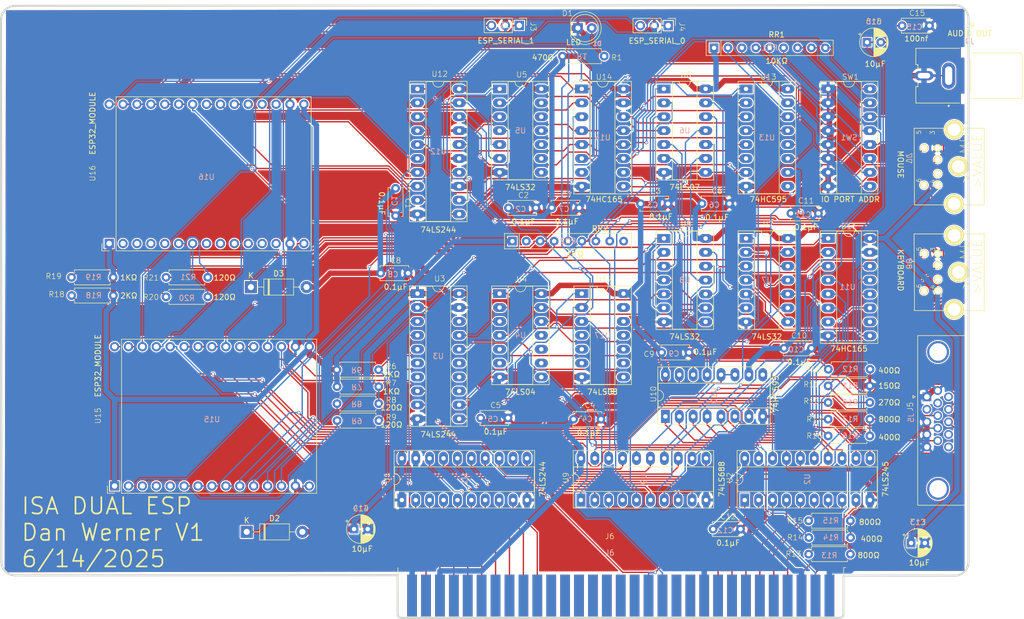
<source format=kicad_pcb>
(kicad_pcb (version 20240108) (generator "pcbnew") (generator_version "8.0")
  (title_block (date "2023-07-15") (rev "V1"))
  (layers (0 "F.Cu" signal) (31 "B.Cu" signal) (34 "B.Paste" user) (35 "F.Paste" user) (36 "B.SilkS" user "B.Silkscreen") (37 "F.SilkS" user "F.Silkscreen") (38 "B.Mask" user) (39 "F.Mask" user) (44 "Edge.Cuts" user))
  (net 0 "")
  (net 1 "VCC")
  (net 2 "GND")
  (net 3 "Net-(J9-In)")
  (net 4 "Net-(D1-A)")
  (net 5 "Net-(D2-K)")
  (net 6 "Net-(D3-K)")
  (net 12 "Net-(J5-Pad8)")
  (net 13 "Net-(J5-Pad9)")
  (net 14 "Net-(J5-Pad10)")
  (net 16 "B_D4")
  (net 17 "B_A19")
  (net 18 "BUSALE")
  (net 19 "B_D2")
  (net 21 "B_A2")
  (net 22 "B_A17")
  (net 23 "B_A9")
  (net 25 "B_A11")
  (net 26 "B_D3")
  (net 27 "IRQ3")
  (net 28 "~{RESET}")
  (net 29 "B_A8")
  (net 30 "B_SMEMW")
  (net 31 "IRQ4")
  (net 32 "IRQ7")
  (net 33 "{slash}AEN")
  (net 34 "IRQ2")
  (net 36 "B_A5")
  (net 37 "B_D7")
  (net 38 "B_D6")
  (net 40 "IRQ6")
  (net 41 "+3.3V")
  (net 42 "B_A16")
  (net 44 "B_D1")
  (net 46 "B_IOR")
  (net 47 "IRQ5")
  (net 48 "B_SMEMR")
  (net 49 "B_A14")
  (net 50 "TC")
  (net 51 "B_A6")
  (net 52 "BUSCLK")
  (net 53 "B_A0")
  (net 54 "B_A13")
  (net 56 "B_A18")
  (net 57 "AUDIO")
  (net 58 "RX1")
  (net 59 "TX1")
  (net 60 "RX")
  (net 61 "TX")
  (net 62 "B_D0")
  (net 63 "B_D5")
  (net 64 "B_A1")
  (net 66 "B_A12")
  (net 67 "B_A4")
  (net 68 "B_A7")
  (net 69 "B_A15")
  (net 71 "B_A10")
  (net 72 "B_CLK")
  (net 75 "bD7")
  (net 76 "bD6")
  (net 77 "bD5")
  (net 78 "KBDCLK")
  (net 79 "KBDDAT")
  (net 80 "MSEDAT")
  (net 81 "MSECLK")
  (net 82 "bD4")
  (net 83 "bD3")
  (net 84 "bD2")
  (net 85 "bD1")
  (net 86 "~{CS_ESP}")
  (net 87 "B_A3")
  (net 88 "bA0")
  (net 89 "bD0")
  (net 90 "B_~{NMI}")
  (net 92 "B_IOW")
  (net 94 "Net-(J7-Pad5)")
  (net 95 "Net-(J7-Pad1)")
  (net 98 "Net-(J8-Pad1)")
  (net 100 "VGA_HSYNC")
  (net 101 "VGA_VSYNC")
  (net 102 "Net-(J8-Pad5)")
  (net 103 "b~{RD}")
  (net 104 "Net-(RR1-R6)")
  (net 105 "VGA_R1")
  (net 106 "VGA_R0")
  (net 107 "VGA_G1")
  (net 108 "VGA_G0")
  (net 109 "VGA_B1")
  (net 110 "VGA_B0")
  (net 111 "Net-(RR1-R4)")
  (net 113 "Net-(RR1-R5)")
  (net 114 "Net-(RR1-R3)")
  (net 115 "Net-(RR1-R7)")
  (net 116 "Net-(RR1-R2)")
  (net 117 "Net-(RR1-R1)")
  (net 118 "Net-(RR1-R8)")
  (net 120 "b~{RESET}")
  (net 121 "~{ESP_WR}")
  (net 122 "~{ESP1_WR}")
  (net 124 "Net-(U1-B3)")
  (net 125 "bA1")
  (net 126 "Net-(U1-B5)")
  (net 127 "~{ESP_RD}")
  (net 128 "Net-(U1-B2)")
  (net 129 "Net-(U1-B0)")
  (net 130 "~{ESP0_RD}")
  (net 131 "~{ESP1_RD}")
  (net 132 "~{ESP0_WR}")
  (net 133 "Net-(U1-B7)")
  (net 134 "ESP0_OUTCLK")
  (net 135 "ESP0_OUT")
  (net 136 "Net-(U1-B6)")
  (net 137 "Net-(U1-B1)")
  (net 138 "Net-(U1-B4)")
  (net 139 "Net-(U10-QF)")
  (net 140 "Net-(U10-QE)")
  (net 141 "Net-(U10-QC)")
  (net 142 "Net-(U10-QG)")
  (net 143 "ESP0_INCLK")
  (net 144 "Net-(U10-QB)")
  (net 145 "Net-(U10-QD)")
  (net 146 "Net-(U10-QH)")
  (net 147 "Net-(U10-QA)")
  (net 149 "ESP0_BUSY")
  (net 150 "ESP0_RDYO")
  (net 152 "ESP0_SPAREO")
  (net 155 "/CardSelect/b~{WR}")
  (net 160 "Net-(U4-Pad2)")
  (net 161 "ESP0_IN")
  (net 162 "Net-(U4-Pad4)")
  (net 164 "ESP1_OUTCLK")
  (net 165 "ESP1_OUT")
  (net 166 "ESP1_INCLK")
  (net 167 "Net-(U4-Pad12)")
  (net 168 "ESP1_IN")
  (net 170 "ESP1_BUSY")
  (net 171 "ESP1_RDYO")
  (net 172 "Net-(U12-OEa)")
  (net 174 "Net-(U5-Pad3)")
  (net 180 "Net-(U11-Q7)")
  (net 181 "Net-(C15-Pad1)")
  (net 182 "Net-(U6-Pad1)")
  (net 183 "Net-(U14-Q7)")
  (net 184 "Net-(U6-Pad9)")
  (net 185 "Net-(U6-Pad5)")
  (net 186 "Net-(U6-Pad3)")
  (net 187 "Net-(U7-Pad4)")
  (net 188 "Net-(U7-Pad11)")
  (net 189 "Net-(U9-G)")
  (footprint "Custom:STD_DDW_DIP20" (layer "F.Cu") (at 156.336 121.184 90)
    (property "Reference" "U9")
    (property "Value" "74LS688")
  )
  (footprint "Custom:ESP32_Module" (layer "F.Cu") (at 76.9994 66.0958 90)
    (property "Reference" "U16")
    (property "Value" "ESP32_MODULE")
  )
  (footprint "Custom:STD_DDW_RESISTOR" (layer "F.Cu") (at 104.1232 100.9636 180)
    (property "Reference" "R6")
    (property "Value" "2KΩ")
  )
  (footprint "Custom:STD_DDW_RESISTOR" (layer "F.Cu") (at 72.864 88.114)
    (property "Reference" "R20")
    (property "Value" "120Ω")
  )
  (footprint "Custom:STD_DDW_DIP20" (layer "F.Cu") (at 118.816 61.416)
    (property "Reference" "U12")
    (property "Value" "74LS244")
  )
  (footprint "Custom:STD_DDW_DIP14" (layer "F.Cu") (at 178.816 84.926)
    (property "Reference" "U7")
    (property "Value" "74LS32")
  )
  (footprint "Custom:STD_DDW_DIP16" (layer "F.Cu") (at 148.816 58.906)
    (property "Reference" "U14")
    (property "Value" "74HC165")
  )
  (footprint "Custom:STD_DDW_PCAP" (layer "F.Cu") (at 104.771 130.309)
    (property "Reference" "C14")
    (property "Value" "10µF")
  )
  (footprint "Custom:STD_DDW_PINHEAD_V_1x03" (layer "F.Cu") (at 158.25 38.376 -90)
    (property "Reference" "J4")
    (property "Value" "ESP_SERIAL_0")
  )
  (footprint "Custom:STD_DDW_CAP" (layer "F.Cu") (at 146.004 110.212)
    (property "Reference" "C4")
    (property "Value" "0.1µF")
  )
  (footprint "Custom:STD_DDW_RESISTOR" (layer "F.Cu") (at 104.1572 104.061 180)
    (property "Reference" "R7")
    (property "Value" "1KΩ")
  )
  (footprint "Custom:STD_DDW_RESISTOR" (layer "F.Cu") (at 190.212 135.104)
    (property "Reference" "R13")
    (property "Value" "800Ω")
  )
  (footprint "Custom:STD_DDW_DIP20" (layer "F.Cu") (at 118.816 98.796)
    (property "Reference" "U3")
    (property "Value" "74LS244")
  )
  (footprint "Custom:STD_DDW_RESISTOR" (layer "F.Cu") (at 190.212 129.008)
    (property "Reference" "R15")
    (property "Value" "800Ω")
  )
  (footprint "Custom:STD_DDW_PINHEAD_V_1x03" (layer "F.Cu") (at 131.064 38.354 -90)
    (property "Reference" "J3")
    (property "Value" "ESP_SERIAL_1")
  )
  (footprint "Diode_THT:D_DO-41_SOD81_P10.16mm_Horizontal" (layer "F.Cu") (at 84.582 86.106)
    (property "Reference" "D3")
    (property "Value" "1N4001")
  )
  (footprint "Diode_THT:D_DO-41_SOD81_P10.16mm_Horizontal" (layer "F.Cu") (at 83.82 130.81)
    (property "Reference" "D2")
    (property "Value" "1N4001")
  )
  (footprint "Custom:STD_DDW_RCA" (layer "F.Cu") (at 215.844 38.782)
    (property "Reference" "J9")
    (property "Value" "AUDIO OUT")
    (fp_line (start -1.544 3.568) (end -1.544 5.368) (stroke (width 0.01)) (layer "Edge.Cuts"))
    (fp_line (start -1.544 5.368) (end 0.156 5.368) (stroke (width 0.01)) (layer "Edge.Cuts"))
    (fp_line (start -1.544 12.068) (end -1.544 13.868) (stroke (width 0.01)) (layer "Edge.Cuts"))
    (fp_line (start -1.544 13.868) (end 0.156 13.868) (stroke (width 0.01)) (layer "Edge.Cuts"))
    (fp_line (start 0.156 3.568) (end -1.544 3.568) (stroke (width 0.01)) (layer "Edge.Cuts"))
    (fp_line (start 0.156 5.368) (end 0.156 3.568) (stroke (width 0.01)) (layer "Edge.Cuts"))
    (fp_line (start 0.156 12.068) (end -1.544 12.068) (stroke (width 0.01)) (layer "Edge.Cuts"))
    (fp_line (start 0.156 13.868) (end 0.156 12.068) (stroke (width 0.01)) (layer "Edge.Cuts"))
  )
  (footprint "Resistor_THT:R_Array_SIP9" (layer "F.Cu") (at 169.164 42.418)
    (property "Reference" "RR1")
    (property "Value" "10KΩ")
  )
  (footprint "Custom:STD_DDW_VGA" (layer "F.Cu") (at 201.6 110.497 90)
    (property "Reference" "J5")
    (property "Value" "VGA")
  )
  (footprint "Custom:STD_DDW_RESISTOR" (layer "F.Cu") (at 145.322 43.712 180)
    (property "Reference" "R1")
    (property "Value" "470Ω")
  )
  (footprint "Custom:STD_DDW_RESISTOR" (layer "F.Cu") (at 104.174 110.26 180)
    (property "Reference" "R9")
    (property "Value" "120Ω")
  )
  (footprint "Custom:STD_DDW_CAP" (layer "F.Cu") (at 158.242 70.866)
    (property "Reference" "C3")
    (property "Value" "0.1µF")
  )
  (footprint "Custom:STD_DDW_RESISTOR" (layer "F.Cu") (at 190.246 132.08)
    (property "Reference" "R14")
    (property "Value" "400Ω")
  )
  (footprint "Custom:STD_DDW_CAP" (layer "F.Cu") (at 142.02 71.604)
    (property "Reference" "C7")
    (property "Value" "0.1µF")
  )
  (footprint "Custom:STD_DDW_DIP16" (layer "F.Cu") (at 169.26 105.912 90)
    (property "Reference" "U10")
    (property "Value" "74HC595")
  )
  (footprint "Custom:PS2_DIN" (layer "F.Cu") (at 210.8306 63.4792 -90)
    (property "Reference" "J7")
    (property "Value" "MOUSE")
  )
  (footprint "Custom:BUSEDGE_XT" (layer "F.Cu") (at 150.5926 132.0252)
    (property "Reference" "J6")
    (property "Value" "Bus_ISA_8bit_CUSTOM")
  )
  (footprint "Custom:STD_DDW_RESISTOR" (layer "F.Cu") (at 193.768 107.418)
    (property "Reference" "R10")
    (property "Value" "270Ω")
  )
  (footprint "Custom:STD_DDW_DIP20" (layer "F.Cu") (at 186.256 121.184 90)
    (property "Reference" "U2")
    (property "Value" "74LS245")
  )
  (footprint "Custom:STD_DDW_CAP" (layer "F.Cu") (at 205.994 38.354)
    (property "Reference" "C15")
    (property "Value" "100nf")
  )
  (footprint "Custom:STD_DDW_PCAP" (layer "F.Cu") (at 198.457 41.409)
    (property "Reference" "C16")
    (property "Value" "10µF")
  )
  (footprint "Custom:STD_DDW_CAP" (layer "F.Cu") (at 184.438 97.258)
    (property "Reference" "C10")
    (property "Value" "0.1µF")
  )
  (footprint "Custom:STD_DDW_CAP" (layer "F.Cu") (at 171.484 130.278)
    (property "Reference" "C12")
    (property "Value" "0.1µF")
  )
  (footprint "Custom:STD_DDW_RESISTOR" (layer "F.Cu") (at 193.768 113.514)
    (property "Reference" "R16")
    (property "Value" "400Ω")
  )
  (footprint "Resistor_THT:R_Array_SIP9" (layer "F.Cu") (at 132.334 77.724)
    (property "Reference" "RR2")
    (property "Value" "1KΩ")
  )
  (footprint "Custom:STD_DDW_CAP" (layer "F.Cu") (at 169.452 70.842)
    (property "Reference" "C6")
    (property "Value" "0.1µF")
  )
  (footprint "Custom:STD_DDW_DIP14" (layer "F.Cu") (at 148.816 95.006)
    (property "Reference" "U17")
    (property "Value" "74LS08")
  )
  (footprint "Custom:STD_DDW_DIP20" (layer "F.Cu") (at 123.636 121.184 90)
    (property "Reference" "U1")
    (property "Value" "74LS244")
  )
  (footprint "Custom:STD_DDW_RESISTOR" (layer "F.Cu") (at 193.768 110.466)
    (property "Reference" "R17")
    (property "Value" "800Ω")
  )
  (footprint "Custom:STD_DDW_RESISTOR" (layer "F.Cu") (at 104.1572 107.1598 180)
    (property "Reference" "R8")
    (property "Value" "120Ω")
  )
  (footprint "Custom:STD_DDW_PCAP" (layer "F.Cu") (at 206.502 132.842)
    (property "Reference" "C13")
    (property "Value" "10µF")
  )
  (footprint "Custom:STD_DDW_RESISTOR" (layer "F.Cu") (at 193.802 101.346)
    (property "Reference" "R12")
    (property "Value" "400Ω")
  )
  (footprint "Custom:ESP32_Module" (layer "F.Cu") (at 77.99 110.368 90)
    (property "Reference" "U15")
    (property "Value" "ESP32_MODULE")
  )
  (footprint "Custom:STD_DDW_RESISTOR" (layer "F.Cu") (at 55.626 87.884)
    (property "Reference" "R18")
    (property "Value" "2KΩ")
  )
  (footprint "Custom:STD_DDW_DIP14" (layer "F.Cu") (at 133.816 57.626)
    (property "Reference" "U5")
    (property "Value" "74LS32")
  )
  (footprint "Custom:STD_DDW_DIP16" (layer "F.Cu") (at 178.816 58.906)
    (property "Reference" "U13")
    (property "Value" "74HC595")
  )
  (footprint "Custom:STD_DDW_CAP" (layer "F.Cu") (at 111.022 70.566 -90)
    (property "Reference" "C1")
    (property "Value" "0.1µF")
  )
  (footprint "Custom:STD_DDW_RESISTOR" (layer "F.Cu") (at 72.864 84.558)
    (property "Reference" "R21")
    (property "Value" "120Ω")
  )
  (footprint "Custom:STD_DDW_LED5" (layer "F.Cu") (at 145.4954 33.9332)
    (property "Reference" "D1")
    (property "Value" "LED")
  )
  (footprint "Custom:STD_DDW_CAP" (layer "F.Cu") (at 110.778 83.542)
    (property "Reference" "C8")
    (property "Value" "0.1µF")
  )
  (footprint "Custom:PS2_DIN" (layer "F.Cu") (at 210.8306 82.7762 -90)
    (property "Reference" "J8")
    (property "Value" "KEYBOARD")
  )
  (footprint "Custom:STD_DDW_DIP14" (layer "F.Cu") (at 163.816 57.626)
    (property "Reference" "U6")
    (property "Value" "74LS07")
  )
  (footprint "Custom:STD_DDW_CAP" (layer "F.Cu") (at 134.112 71.628)
    (property "Reference" "C2")
    (property "Value" "0.1µF")
  )
  (footprint "Custom:STD_DDW_DIP16" (layer "F.Cu") (at 193.816 86.206)
    (property "Reference" "U11")
    (property "Value" "74HC165")
  )
  (footprint "Custom:STD_DDW_DIP14" (layer "F.Cu") (at 163.816 84.926)
    (property "Reference" "U8")
    (property "Value" "74LS32")
  )
  (footprint "Custom:STD_DDW_RESISTOR" (layer "F.Cu") (at 55.592 84.558)
    (property "Reference" "R19")
    (property "Value" "1KΩ")
  )
  (footprint "Custom:STD_DDW_DIP14" (layer "F.Cu") (at 133.816 95.006)
    (property "Reference" "U4")
    (property "Value" "74LS04")
  )
  (footprint "Custom:STD_DDW_DIP16" (layer "F.Cu") (at 193.816 58.906)
    (property "Reference" "SW1")
    (property "Value" "IO PORT ADDR")
  )
  (footprint "Custom:STD_DDW_CAP" (layer "F.Cu") (at 129.032 109.982)
    (property "Reference" "C5")
    (property "Value" "0.1µF")
  )
  (footprint "Custom:STD_DDW_CAP" (layer "F.Cu") (at 162.086 98.02)
    (property "Reference" "C9")
    (property "Value" "0.1µF")
  )
  (footprint "Custom:STD_DDW_CAP" (layer "F.Cu") (at 185.708 72.62)
    (property "Reference" "C11")
    (property "Value" "0.1µF")
  )
  (footprint "Custom:STD_DDW_RESISTOR" (layer "F.Cu") (at 193.768 104.37)
    (property "Reference" "R11")
    (property "Value" "150Ω")
  )
  (gr_line (start 215.638666 37.203666) (end 215.638666 136.263666) (stroke (width 0.381)) (layer "Edge.Cuts"))
  (gr_arc (start 192.778666 145.864866) (mid 192.592689 146.313889) (end 192.143666 146.499866) (stroke (width 0.381)) (layer "Edge.Cuts"))
  (gr_line (start 41.4528 34.7472) (end 213.073266 34.612866) (stroke (width 0.381)) (layer "Edge.Cuts"))
  (gr_line (start 111.371666 138.727466) (end 111.38883 145.873073) (stroke (width 0.381)) (layer "Edge.Cuts"))
  (gr_arc (start 38.963228 37.279856) (mid 39.68982 35.504149) (end 41.4528 34.7472) (stroke (width 0.381)) (layer "Edge.Cuts"))
  (gr_line (start 106.545666 138.727466) (end 111.371666 138.727466) (stroke (width 0.381)) (layer "Edge.Cuts"))
  (gr_arc (start 112.02383 146.508073) (mid 111.574837 146.322066) (end 111.38883 145.873073) (stroke (width 0.381)) (layer "Edge.Cuts"))
  (gr_line (start 41.5544 138.7602) (end 106.545666 138.727466) (stroke (width 0.381)) (layer "Edge.Cuts"))
  (gr_arc (start 215.638718 136.263666) (mid 214.905897 138.052936) (end 213.124066 138.803665) (stroke (width 0.381)) (layer "Edge.Cuts"))
  (gr_arc (start 41.5544 138.7602) (mid 39.758349 138.016251) (end 39.0144 136.2202) (stroke (width 0.381)) (layer "Edge.Cuts"))
  (gr_line (start 112.02383 146.508073) (end 192.143666 146.499866) (stroke (width 0.381)) (layer "Edge.Cuts"))
  (gr_line (start 192.804066 138.790966) (end 213.124066 138.803666) (stroke (width 0.381)) (layer "Edge.Cuts"))
  (gr_arc (start 213.07326 34.612377) (mid 214.906337 35.363145) (end 215.638666 37.203666) (stroke (width 0.381)) (layer "Edge.Cuts"))
  (gr_line (start 39.0144 136.2202) (end 38.956256 37.279856) (stroke (width 0.381)) (layer "Edge.Cuts"))
  (gr_line (start 192.804066 138.790966) (end 192.778666 145.864866) (stroke (width 0.381)) (layer "Edge.Cuts"))
  (gr_text "ISA DUAL ESP\nDan Werner V1\n6/14/2025\n" (at 42.5 137.5 0) (layer "F.SilkS") (effects (font (size 3 3) (thickness 0.3) (bold yes)) (justify left bottom)))
  (segment (start 197.62 77.22) (end 195.7199 77.22) (width 1) (layer "F.Cu") (net 1))
  (segment (start 165.4801 69.3881) (end 166.958 70.866) (width 1) (layer "F.Cu") (net 1))
  (segment (start 174.76 117.38) (end 174.76 119.2801) (width 1) (layer "F.Cu") (net 1))
  (segment (start 159.6326 69.3881) (end 165.4801 69.3881) (width 1) (layer "F.Cu") (net 1))
  (segment (start 152.62 49.92) (end 154.5201 49.92) (width 1) (layer "F.Cu") (net 1))
  (segment (start 205.149 129.9872) (end 205.149 132.835) (width 1) (layer "F.Cu") (net 1))
  (segment (start 109.7903 82.0597) (end 115.4796 82.0597) (width 1) (layer "F.Cu") (net 1))
  (segment (start 122.62 87.3) (end 120.7199 87.3) (width 1) (layer "F.Cu") (net 1))
  (segment (start 93.98 130.81) (end 95.7801 130.81) (width 1) (layer "F.Cu") (net 1))
  (segment (start 144.84 115.4799) (end 112.14 115.4799) (width 1) (layer "F.Cu") (net 1))
  (segment (start 158.1307 70.89) (end 159.6326 69.3881) (width 1) (layer "F.Cu") (net 1))
  (segment (start 154.5201 49.92) (end 156.0202 48.4199) (width 1) (layer "F.Cu") (net 1))
  (segment (start 169.5201 77.22) (end 171.0202 75.7199) (width 1) (layer "F.Cu") (net 1))
  (segment (start 122.62 87.3) (end 124.5201 87.3) (width 1) (layer "F.Cu") (net 1))
  (segment (start 155.748 70.89) (end 158.1307 70.89) (width 1) (layer "F.Cu") (net 1))
  (segment (start 179.2198 75.7199) (end 180.7199 77.22) (width 1) (layer "F.Cu") (net 1))
  (segment (start 149.2198 85.7999) (end 150.7199 87.3) (width 1) (layer "F.Cu") (net 1))
  (segment (start 160.274 102.108) (end 160.274 104.0081) (width 1) (layer "F.Cu") (net 1))
  (segment (start 103.418 130.302) (end 96.2881 130.302) (width 1) (layer "F.Cu") (net 1))
  (segment (start 182.62 77.22) (end 184.5201 77.22) (width 1) (layer "F.Cu") (net 1))
  (segment (start 141.0202 85.7999) (end 149.2198 85.7999) (width 1) (layer "F.Cu") (net 1))
  (segment (start 155.748 70.89) (end 154.9829 70.1249) (width 1) (layer "F.Cu") (net 1))
  (segment (start 134.2198 48.4199) (end 135.7199 49.92) (width 1) (layer "F.Cu") (net 1))
  (segment (start 137.62 49.92) (end 135.7199 49.92) (width 1) (layer "F.Cu") (net 1))
  (segment (start 194.2198 75.7199) (end 195.7199 77.22) (width 1) (layer "F.Cu") (net 1))
  (segment (start 194.4419 119.2801) (end 205.149 129.9872) (width 1) (layer "F.Cu") (net 1))
  (segment (start 96.5421 86.106) (end 99.0821 83.566) (width 1) (layer "F.Cu") (net 1))
  (segment (start 145.8008 107.9452) (end 143.51 110.236) (width 1) (layer "F.Cu") (net 1))
  (segment (start 115.4796 82.0597) (end 120.7199 87.3) (width 1) (layer "F.Cu") (net 1))
  (segment (start 174.76 119.2801) (end 194.4419 119.2801) (width 1) (layer "F.Cu") (net 1))
  (segment (start 124.5201 87.3) (end 126.0202 85.7999) (width 1) (layer "F.Cu") (net 1))
  (segment (start 137.62 87.3) (end 135.7199 87.3) (width 1) (layer "F.Cu") (net 1))
  (segment (start 96.2881 130.302) (end 95.7801 130.81) (width 1) (layer "F.Cu") (net 1))
  (segment (start 153.1861 107.9452) (end 145.8008 107.9452) (width 1) (layer "F.Cu") (net 1))
  (segment (start 160.274 104.0081) (end 157.1232 104.0081) (width 1) (layer "F.Cu") (net 1))
  (segment (start 182.62 49.92) (end 180.7199 49.92) (width 1) (layer "F.Cu") (net 1))
  (segment (start 179.2198 48.4199) (end 180.7199 49.92) (width 1) (layer "F.Cu") (net 1))
  (segment (start 167.62 77.22) (end 169.5201 77.22) (width 1) (layer "F.Cu") (net 1))
  (segment (start 124.5201 49.92) (end 126.0202 48.4199) (width 1) (layer "F.Cu") (net 1))
  (segment (start 167.62 49.92) (end 165.7199 49.92) (width 1) (layer "F.Cu") (net 1))
  (segment (start 157.1232 104.0081) (end 153.1861 107.9452) (width 1) (layer "F.Cu") (net 1))
  (segment (start 126.0202 48.4199) (end 134.2198 48.4199) (width 1) (layer "F.Cu") (net 1))
  (segment (start 139.5201 87.3) (end 141.0202 85.7999) (width 1) (layer "F.Cu") (net 1))
  (segment (start 164.2198 48.4199) (end 165.7199 49.92) (width 1) (layer "F.Cu") (net 1))
  (segment (start 156.0202 48.4199) (end 164.2198 48.4199) (width 1) (layer "F.Cu") (net 1))
  (segment (start 122.62 49.92) (end 124.5201 49.92) (width 1) (layer "F.Cu") (net 1))
  (segment (start 152.62 49.92) (end 150.7199 49.92) (width 1) (layer "F.Cu") (net 1))
  (segment (start 144.7419 43.942) (end 150.7199 49.92) (width 1) (layer "F.Cu") (net 1))
  (segment (start 154.9829 70.1249) (end 141.0291 70.1249) (width 1) (layer "F.Cu") (net 1))
  (segment (start 99.0821 83.566) (end 108.284 83.566) (width 1) (layer "F.Cu") (net 1))
  (segment (start 171.0202 75.7199) (end 179.2198 75.7199) (width 1) (layer "F.Cu") (net 1))
  (segment (start 137.62 87.3) (end 139.5201 87.3) (width 1) (layer "F.Cu") (net 1))
  (segment (start 152.62 87.3) (end 150.7199 87.3) (width 1) (layer "F.Cu") (net 1))
  (segment (start 182.62 77.22) (end 180.7199 77.22) (width 1) (layer "F.Cu") (net 1))
  (segment (start 112.14 117.38) (end 112.14 115.4799) (width 1) (layer "F.Cu") (net 1))
  (segment (start 108.284 83.566) (end 109.7903 82.0597) (width 1) (layer "F.Cu") (net 1))
  (segment (start 171.0202 48.4199) (end 179.2198 48.4199) (width 1) (layer "F.Cu") (net 1))
  (segment (start 94.742 86.106) (end 96.5421 86.106) (width 1) (layer "F.Cu") (net 1))
  (segment (start 184.5201 77.22) (end 186.0202 75.7199) (width 1) (layer "F.Cu") (net 1))
  (segment (start 144.84 117.38) (end 144.84 115.4799) (width 1) (layer "F.Cu") (net 1))
  (segment (start 186.0202 75.7199) (end 194.2198 75.7199) (width 1) (layer "F.Cu") (net 1))
  (segment (start 141.478 43.942) (end 144.7419 43.942) (width 1) (layer "F.Cu") (net 1))
  (segment (start 167.62 49.92) (end 169.5201 49.92) (width 1) (layer "F.Cu") (net 1))
  (segment (start 126.0202 85.7999) (end 134.2198 85.7999) (width 1) (layer "F.Cu") (net 1))
  (segment (start 134.2198 85.7999) (end 135.7199 87.3) (width 1) (layer "F.Cu") (net 1))
  (segment (start 169.5201 49.92) (end 171.0202 48.4199) (width 1) (layer "F.Cu") (net 1))
  (segment (start 141.0291 70.1249) (end 139.526 71.628) (width 1) (layer "F.Cu") (net 1))
  (segment (start 112.14 117.38) (end 112.14 119.2801) (width 1) (layer "B.Cu") (net 1))
  (segment (start 152.62 87.3) (end 153.5701 87.3) (width 1) (layer "B.Cu") (net 1))
  (segment (start 108.2185 70.8515) (end 108.2185 83.5005) (width 1) (layer "B.Cu") (net 1))
  (segment (start 172.5898 126.7021) (end 172.5898 121.4503) (width 1) (layer "B.Cu") (net 1))
  (segment (start 169.164 42.418) (end 169.164 43.9181) (width 1) (layer "B.Cu") (net 1))
  (segment (start 131.618 71.652) (end 133.1574 73.1914) (width 1) (layer "B.Cu") (net 1))
  (segment (start 166.958 70.866) (end 165.7199 72.1041) (width 1) (layer "B.Cu") (net 1))
  (segment (start 128.0656 111.5336) (end 142.2124 111.5336) (width 1) (layer "B.Cu") (net 1))
  (segment (start 139.526 49.9259) (end 139.5201 49.92) (width 1) (layer "B.Cu") (net 1))
  (segment (start 183.8208 137.9331) (end 172.5899 126.7021) (width 1) (layer "B.Cu") (net 1))
  (segment (start 178.4399 97.282) (end 175.514 100.2079) (width 1) (layer "B.Cu") (net 1))
  (segment (start 110.998 68.072) (end 108.2185 70.8515) (width 1) (layer "B.Cu") (net 1))
  (segment (start 112.14 120.0799) (end 112.14 119.2801) (width 1) (layer "B.Cu") (net 1))
  (segment (start 183.214 72.644) (end 184.5201 71.3379) (width 1) (layer "B.Cu") (net 1))
  (segment (start 172.5899 126.7021) (end 172.5898 126.7021) (width 1) (layer "B.Cu") (net 1))
  (segment (start 205.524 131.3349) (end 213.5234 123.3355) (width 1) (layer "B.Cu") (net 1))
  (segment (start 153.5701 87.3) (end 155.748 85.1221) (width 1) (layer "B.Cu") (net 1))
  (segment (start 154.5202 88.2501) (end 154.5202 92.9722) (width 1) (layer "B.Cu") (net 1))
  (segment (start 167.62 77.22) (end 165.7199 77.22) (width 1) (layer "B.Cu") (net 1))
  (segment (start 119.1006 142.4432) (end 119.1006 137.9331) (width 1) (layer "B.Cu") (net 1))
  (segment (start 210 67.643) (end 210 67.5) (width 1) (layer "B.Cu") (net 1))
  (segment (start 160.274 102.108) (end 160.274 100.2079) (width 1) (layer "B.Cu") (net 1))
  (segment (start 210 91.9103) (end 210 86.797) (width 1) (layer "B.Cu") (net 1))
  (segment (start 184.5201 77.22) (end 184.5201 94.7059) (width 1) (layer "B.Cu") (net 1))
  (segment (start 119.1006 137.9331) (end 126.741 137.9331) (width 1) (layer "B.Cu") (net 1))
  (segment (start 184.5201 73.9501) (end 183.214 72.644) (width 1) (layer "B.Cu") (net 1))
  (segment (start 175.514 102.108) (end 175.514 100.2079) (width 1) (layer "B.Cu") (net 1))
  (segment (start 142.2124 111.5336) (end 142.2124 112.8523) (width 1) (layer "B.Cu") (net 1))
  (segment (start 144.84 117.38) (end 144.84 119.2801) (width 1) (layer "B.Cu") (net 1))
  (segment (start 169.164 43.9181) (end 169.5201 44.2742) (width 1) (layer "B.Cu") (net 1))
  (segment (start 142.2124 112.8523) (end 144.84 115.4799) (width 1) (layer "B.Cu") (net 1))
  (segment (start 155.748 85.1221) (end 155.748 70.89) (width 1) (layer "B.Cu") (net 1))
  (segment (start 174.76 117.38) (end 174.76 119.2801) (width 1) (layer "B.Cu") (net 1))
  (segment (start 205.149 131.3349) (end 205.524 131.3349) (width 1) (layer "B.Cu") (net 1))
  (segment (start 103.418 130.302) (end 103.418 128.8019) (width 1) (layer "B.Cu") (net 1))
  (segment (start 142.2124 111.5336) (end 143.51 110.236) (width 1) (layer "B.Cu") (net 1))
  (segment (start 184.5201 71.3379) (end 184.5201 65.16) (width 1) (layer "B.Cu") (net 1))
  (segment (start 126.741 137.9331) (end 144.84 119.8341) (width 1) (layer "B.Cu") (net 1))
  (segment (start 185.1406 137.9331) (end 183.8208 137.9331) (width 1) (layer "B.Cu") (net 1))
  (segment (start 108.2185 83.5005) (end 108.284 83.566) (width 1) (layer "B.Cu") (net 1))
  (segment (start 137.62 49.92) (end 139.5201 49.92) (width 1) (layer "B.Cu") (net 1))
  (segment (start 200.423 77.22) (end 210 67.643) (width 1) (layer "B.Cu") (net 1))
  (segment (start 213.5234 123.3355) (end 213.5234 95.4337) (width 1) (layer "B.Cu") (net 1))
  (segment (start 144.84 117.38) (end 144.84 115.4799) (width 1) (layer "B.Cu") (net 1))
  (segment (start 159.592 98.044) (end 159.592 99.5259) (width 1) (layer "B.Cu") (net 1))
  (segment (start 185.1406 142.4432) (end 185.1406 137.9331) (width 1) (layer "B.Cu") (net 1))
  (segment (start 139.5201 47.4) (end 139.5201 49.92) (width 1) (layer "B.Cu") (net 1))
  (segment (start 182.62 65.16) (end 184.5201 65.16) (width 1) (layer "B.Cu") (net 1))
  (segment (start 141.478 45.4421) (end 139.5201 47.4) (width 1) (layer "B.Cu") (net 1))
  (segment (start 167.62 49.92) (end 169.5201 49.92) (width 1) (layer "B.Cu") (net 1))
  (segment (start 159.592 99.5259) (end 160.274 100.2079) (width 1) (layer "B.Cu") (net 1))
  (segment (start 205.149 132.835) (end 205.149 131.3349) (width 1) (layer "B.Cu") (net 1))
  (segment (start 133.1574 73.1914) (end 137.9626 73.1914) (width 1) (layer "B.Cu") (net 1))
  (segment (start 172.5899 126.7021) (end 168.99 130.302) (width 1) (layer "B.Cu") (net 1))
  (segment (start 154.5202 92.9722) (end 159.592 98.044) (width 1) (layer "B.Cu") (net 1))
  (segment (start 184.5201 77.22) (end 184.5201 73.9501) (width 1) (layer "B.Cu") (net 1))
  (segment (start 139.526 71.628) (end 139.526 49.9259) (width 1) (layer "B.Cu") (net 1))
  (segment (start 141.478 43.942) (end 141.478 45.4421) (width 1) (layer "B.Cu") (net 1))
  (segment (start 184.5201 94.7059) (end 181.944 97.282) (width 1) (layer "B.Cu") (net 1))
  (segment (start 172.5898 121.4503) (end 174.76 119.2801) (width 1) (layer "B.Cu") (net 1))
  (segment (start 165.7199 72.1041) (end 165.7199 77.22) (width 1) (layer "B.Cu") (net 1))
  (segment (start 153.5701 87.3) (end 154.5202 88.2501) (width 1) (layer "B.Cu") (net 1))
  (segment (start 144.84 119.8341) (end 144.84 119.2801) (width 1) (layer "B.Cu") (net 1))
  (segment (start 182.62 77.22) (end 184.5201 77.22) (width 1) (layer "B.Cu") (net 1))
  (segment (start 197.62 77.22) (end 200.423 77.22) (width 1) (layer "B.Cu") (net 1))
  (segment (start 126.538 110.006) (end 128.0656 111.5336) (width 1) (layer "B.Cu") (net 1))
  (segment (start 137.9626 73.1914) (end 139.526 71.628) (width 1) (layer "B.Cu") (net 1))
  (segment (start 200.423 77.22) (end 210 86.797) (width 1) (layer "B.Cu") (net 1))
  (segment (start 169.5201 44.2742) (end 169.5201 49.92) (width 1) (layer "B.Cu") (net 1))
  (segment (start 181.944 97.282) (end 178.4399 97.282) (width 1) (layer "B.Cu") (net 1))
  (segment (start 103.418 128.8019) (end 112.14 120.0799) (width 1) (layer "B.Cu") (net 1))
  (segment (start 213.5234 95.4337) (end 210 91.9103) (width 1) (layer "B.Cu") (net 1))
  (segment (start 105.918 130.302) (end 105.918 130.2081) (width 1) (layer "F.Cu") (net 2))
  (segment (start 130 102.54) (end 131.9001 102.54) (width 1) (layer "F.Cu") (net 2))
  (segment (start 190 57.54) (end 190.2376 57.54) (width 1) (layer "F.Cu") (net 2))
  (segment (start 122.62 89.84) (end 119.4401 89.84) (width 1) (layer "F.Cu") (net 2))
  (segment (start 190.2376 57.54) (end 190.2376 55) (width 1) (layer "F.Cu") (net 2))
  (segment (start 113.0999 83.7501) (end 113.0999 87.3) (width 1) (layer "F.Cu") (net 2))
  (segment (start 162.236 72.378) (end 160.748 70.89) (width 1) (layer "F.Cu") (net 2))
  (segment (start 145 102.54) (end 143.0999 102.54) (width 1) (layer "F.Cu") (net 2))
  (segment (start 144.526 71.628) (end 143.01 73.144) (width 1) (layer "F.Cu") (net 2))
  (segment (start 179.4401 95) (end 190 95) (width 1) (layer "F.Cu") (net 2))
  (segment (start 186.8435 69.9065) (end 186.8435 70.0741) (width 1) (layer "F.Cu") (net 2))
  (segment (start 209.165 105) (end 210 105) (width 1) (layer "F.Cu") (net 2))
  (segment (start 186.8435 71.2735) (end 188.214 72.644) (width 1) (layer "F.Cu") (net 2))
  (segment (start 176.9001 92.46) (end 179.4401 95) (width 1) (layer "F.Cu") (net 2))
  (segment (start 105.918 130.2081) (end 100.9358 125.2259) (width 1) (layer "F.Cu") (net 2))
  (segment (start 190 66.75) (end 189.05 67.7) (width 1) (layer "F.Cu") (net 2))
  (segment (start 190.9501 49.92) (end 191.9001 49.92) (width 1) (layer "F.Cu") (net 2))
  (segment (start 190.1188 55) (end 190.2376 55) (width 1) (layer "F.Cu") (net 2))
  (segment (start 131.9001 102.54) (end 133.4424 104.0823) (width 1) (layer "F.Cu") (net 2))
  (segment (start 208.5548 78.5548) (end 210 80) (width 1) (layer "F.Cu") (net 2))
  (segment (start 102.398 87.3) (end 113.0999 87.3) (width 1) (layer "F.Cu") (net 2))
  (segment (start 127.0601 65.16) (end 124.5201 67.7) (width 1) (layer "F.Cu") (net 2))
  (segment (start 115 87.3) (end 116.9001 87.3) (width 1) (layer "F.Cu") (net 2))
  (segment (start 199.5201 79.76) (end 200.7253 78.5548) (width 1) (layer "F.Cu") (net 2))
  (segment (start 186.944 97.282) (end 185.4343 98.7917) (width 1) (layer "F.Cu") (net 2))
  (segment (start 190.4751 60.08) (end 191.9001 60.08) (width 1) (layer "F.Cu") (net 2))
  (segment (start 190.9501 52.46) (end 191.9001 52.46) (width 1) (layer "F.Cu") (net 2))
  (segment (start 165.3397 98.7917) (end 164.592 98.044) (width 1) (layer "F.Cu") (net 2))
  (segment (start 186.8435 70.0741) (end 186.8435 71.2735) (width 1) (layer "F.Cu") (net 2))
  (segment (start 175 92.46) (end 176.9001 92.46) (width 1) (layer "F.Cu") (net 2))
  (segment (start 196.1119 104.14) (end 189.2539 97.282) (width 1) (layer "F.Cu") (net 2))
  (segment (start 191.9001 62.62) (end 191.9001 60.08) (width 1) (layer "F.Cu") (net 2))
  (segment (start 100.9358 125.2259) (end 95.5079 125.2259) (width 1) (layer "F.Cu") (net 2))
  (segment (start 115 72.78) (end 113.0999 72.78) (width 1) (layer "F.Cu") (net 2))
  (segment (start 145.9169 40.4307) (end 144.2974 38.8112) (width 1) (layer "F.Cu") (net 2))
  (segment (start 190 49.92) (end 190.9501 49.92) (width 1) (layer "F.Cu") (net 2))
  (segment (start 122.62 62.62) (end 124.5201 62.62) (width 1) (layer "F.Cu") (net 2))
  (segment (start 207.5 47.5) (end 194.3201 47.5) (width 1) (layer "F.Cu") (net 2))
  (segment (start 119.4401 89.84) (end 116.9001 87.3) (width 1) (layer "F.Cu") (net 2))
  (segment (start 190.9501 52.46) (end 190.9501 49.92) (width 1) (layer "F.Cu") (net 2))
  (segment (start 131.056 38.332) (end 131.056 36.7819) (width 1) (layer "F.Cu") (net 2))
  (segment (start 194.3201 47.5) (end 191.9001 49.92) (width 1) (layer "F.Cu") (net 2))
  (segment (start 145.2887 72.3907) (end 144.526 71.628) (width 1) (layer "F.Cu") (net 2))
  (segment (start 208.02 113.015) (end 208.02 110.725) (width 1) (layer "F.Cu") (net 2))
  (segment (start 142.6973 38.8112) (end 140.668 36.7819) (width 1) (layer "F.Cu") (net 2))
  (segment (start 200.7253 78.5548) (end 208.5548 78.5548) (width 1) (layer "F.Cu") (net 2))
  (segment (start 160.748 70.89) (end 159.2473 72.3907) (width 1) (layer "F.Cu") (net 2))
  (segment (start 113.284 83.566) (end 113.0999 83.7501) (width 1) (layer "F.Cu") (net 2))
  (segment (start 158.242 38.354) (end 156.1653 40.4307) (width 1) (layer "F.Cu") (net 2))
  (segment (start 190.2376 57.54) (end 190.4751 57.54) (width 1) (layer "F.Cu") (net 2))
  (segment (start 190 60.08) (end 190.4751 60.08) (width 1) (layer "F.Cu") (net 2))
  (segment (start 189.05 67.7) (end 186.8435 69.9065) (width 1) (layer "F.Cu") (net 2))
  (segment (start 95.5079 125.2259) (end 92.71 122.428) (width 1) (layer "F.Cu") (net 2))
  (segment (start 190 65.16) (end 190 66.75) (width 1) (layer "F.Cu") (net 2))
  (segment (start 110.998 73.072) (end 112.8079 73.072) (width 1) (layer "F.Cu") (net 2))
  (segment (start 176.9001 67.7) (end 179.2742 70.0741) (width 1) (layer "F.Cu") (net 2))
  (segment (start 175 67.7) (end 176.9001 67.7) (width 1) (layer "F.Cu") (net 2))
  (segment (start 124.5201 62.62) (end 127.0601 65.16) (width 1) (layer "F.Cu") (net 2))
  (segment (start 197.612 104.14) (end 196.1119 104.14) (width 1) (layer "F.Cu") (net 2))
  (segment (start 156.1653 40.4307) (end 145.9169 40.4307) (width 1) (layer "F.Cu") (net 2))
  (segment (start 138.11 73.144) (end 136.618 71.652) (width 1) (layer "F.Cu") (net 2))
  (segment (start 170.446 72.378) (end 162.236 72.378) (width 1) (layer "F.Cu") (net 2))
  (segment (start 190 55) (end 190.1188 55) (width 1) (layer "F.Cu") (net 2))
  (segment (start 190 62.62) (end 191.9001 62.62) (width 1) (layer "F.Cu") (net 2))
  (segment (start 208.02 106.145) (end 209.165 105) (width 1) (layer "F.Cu") (net 2))
  (segment (start 197.62 79.76) (end 199.5201 79.76) (width 1) (layer "F.Cu") (net 2))
  (segment (start 185.4343 98.7917) (end 165.3397 98.7917) (width 1) (layer "F.Cu") (net 2))
  (segment (start 92.71 96.988) (end 102.398 87.3) (width 1) (layer "F.Cu") (net 2))
  (segment (start 179.2742 70.0741) (end 186.8435 70.0741) (width 1) (layer "F.Cu") (net 2))
  (segment (start 159.2473 72.3907) (end 145.2887 72.3907) (width 1) (layer "F.Cu") (net 2))
  (segment (start 190.4751 57.54) (end 190.4751 60.08) (width 1) (layer "F.Cu") (net 2))
  (segment (start 190 67.7) (end 189.05 67.7) (width 1) (layer "F.Cu") (net 2))
  (segment (start 143.01 73.144) (end 138.11 73.144) (width 1) (layer "F.Cu") (net 2))
  (segment (start 130 65.16) (end 127.0601 65.16) (width 1) (layer "F.Cu") (net 2))
  (segment (start 144.2974 38.8112) (end 142.6973 38.8112) (width 1) (layer "F.Cu") (net 2))
  (segment (start 190.1188 55) (end 191.9001 53.2187) (width 1) (layer "F.Cu") (net 2))
  (segment (start 112.8079 73.072) (end 113.0999 72.78) (width 1) (layer "F.Cu") (net 2))
  (segment (start 189.2539 97.282) (end 186.944 97.282) (width 1) (layer "F.Cu") (net 2))
  (segment (start 122.62 67.7) (end 124.5201 67.7) (width 1) (layer "F.Cu") (net 2))
  (segment (start 171.958 70.866) (end 170.446 72.378) (width 1) (layer "F.Cu") (net 2))
  (segment (start 191.9001 53.2187) (end 191.9001 52.46) (width 1) (layer "F.Cu") (net 2))
  (segment (start 190 52.46) (end 190.9501 52.46) (width 1) (layer "F.Cu") (net 2))
  (segment (start 140.668 36.7819) (end 131.056 36.7819) (width 1) (layer "F.Cu") (net 2))
  (segment (start 133.4424 104.0823) (end 141.5576 104.0823) (width 1) (layer "F.Cu") (net 2))
  (segment (start 115 87.3) (end 113.0999 87.3) (width 1) (layer "F.Cu") (net 2))
  (segment (start 141.5576 104.0823) (end 143.0999 102.54) (width 1) (layer "F.Cu") (net 2))
  (segment (start 207.649 132.9712) (end 207.649 132.835) (width 1) (layer "B.Cu") (net 2))
  (segment (start 160 65.16) (end 161.9001 65.16) (width 1) (layer "B.Cu") (net 2))
  (segment (start 197.62 134.3753) (end 206.2449 134.3753) (width 1) (layer "B.Cu") (net 2))
  (segment (start 150.7199 52.46) (end 150.7199 63.8802) (width 1) (layer "B.Cu") (net 2))
  (segment (start 191.9001 64.5201) (end 190 62.62) (width 1) (layer "B.Cu") (net 2))
  (segment (start 160.748 70.89) (end 161.9001 69.7379) (width 1) (layer "B.Cu") (net 2))
  (segment (start 173.0999 69.7241) (end 173.0999 67.7) (width 1) (layer "B.Cu") (net 2))
  (segment (start 210 60.703) (end 210 51.5501) (width 1) (layer "B.Cu") (net 2))
  (segment (start 206.5199 106.145) (end 201.9331 106.145) (width 1) (layer "B.Cu") (net 2))
  (segment (start 197.62 134.3753) (end 194.0622 137.9331) (width 1) (layer "B.Cu") (net 2))
  (segment (start 112.4119 126.9001) (end 109.01 130.302) (width 1) (layer "B.Cu") (net 2))
  (segment (start 114.5794 137.3743) (end 114.0206 137.9331) (width 1) (layer "B.Cu") (net 2))
  (segment (start 126.1093 108.2348) (end 129.3257 108.2348) (width 1) (layer "B.Cu") (net 2))
  (segment (start 197.62 125) (end 197.62 123.0999) (width 1) (layer "B.Cu") (net 2))
  (segment (start 190 65.16) (end 191.9001 65.16) (width 1) (layer "B.Cu") (net 2))
  (segment (start 207.5 48.2307) (end 207.5 47.5) (width 1) (layer "B.Cu") (net 2))
  (segment (start 164.592 98.044) (end 161.9001 95.3521) (width 1) (layer "B.Cu") (net 2))
  (segment (start 178.054 108.7779) (end 178.054 109.728) (width 1) (layer "B.Cu") (net 2))
  (segment (start 114.0401 126.9001) (end 114.5794 127.4394) (width 1) (layer "B.Cu") (net 2))
  (segment (start 191.9001 65.16) (end 191.9001 64.5201) (width 1) (layer "B.Cu") (net 2))
  (segment (start 114.68 117.38) (end 114.68 119.2801) (width 1) (layer "B.Cu") (net 2))
  (segment (start 153.0536 52.46) (end 154.5201 52.46) (width 1) (layer "B.Cu") (net 2))
  (segment (start 148.51 104.1499) (end 148.51 110.236) (width 1) (layer "B.Cu") (net 2))
  (segment (start 136.618 71.652) (end 131.9001 66.9341) (width 1) (layer "B.Cu") (net 2))
  (segment (start 120.7199 109.6141) (end 120.7199 110.835) (width 1) (layer "B.Cu") (net 2))
  (segment (start 92.71 96.988) (end 92.71 95.4379) (width 1) (layer "B.Cu") (net 2))
  (segment (start 114.68 110.48) (end 115 110.16) (width 1) (layer "B.Cu") (net 2))
  (segment (start 130 102.54) (end 129.3257 103.2143) (width 1) (layer "B.Cu") (net 2))
  (segment (start 175 67.7) (end 173.0999 67.7) (width 1) (layer "B.Cu") (net 2))
  (segment (start 135 126.9001) (end 134.4607 127.4394) (width 1) (layer "B.Cu") (net 2))
  (segment (start 186.944 97.282) (end 188.0999 96.1261) (width 1) (layer "B.Cu") (net 2))
  (segment (start 91.7194 77.5575) (end 91.7194 76.6057) (width 1) (layer "B.Cu") (net 2))
  (segment (start 173.0999 72.0079) (end 171.958 70.866) (width 1) (layer "B.Cu") (net 2))
  (segment (start 190 95) (end 188.0999 95) (width 1) (layer "B.Cu") (net 2))
  (segment (start 199.5201 103.732) (end 199.1121 104.14) (width 1) (layer "B.Cu") (net 2))
  (segment (start 167.7 126.9001) (end 167.4583 127.1418) (width 1) (layer "B.Cu") (net 2))
  (segment (start 167.3606 142.4432) (end 167.3606 132.8053) (width 1) (layer "B.Cu") (net 2))
  (segment (start 197.62 125) (end 197.62 134.3753) (width 1) (layer "B.Cu") (net 2))
  (segment (start 134.4607 127.4394) (end 114.5794 127.4394) (width 1) (layer "B.Cu") (net 2))
  (segment (start 208.02 110.725) (end 206.5199 109.2249) (width 1) (layer "B.Cu") (net 2))
  (segment (start 91.7194 52.7158) (end 91.7194 54.2659) (width 1) (layer "B.Cu") (net 2))
  (segment (start 112.14 125) (end 112.14 126.595) (width 1) (layer "B.Cu") (net 2))
  (segment (start 158.242 38.354) (end 158.242 39.9041) (width 1) (layer "B.Cu") (net 2))
  (segment (start 207.5 47.5) (end 207.5 39.378) (width 1) (layer "B.Cu") (net 2))
  (segment (start 154.5201 43.626) (end 158.242 39.9041) (width 1) (layer "B.Cu") (net 2))
  (segment (start 112.4118 126.8668) (end 112.4119 126.8668) (width 1) (layer "B.Cu") (net 2))
  (segment (start 114.68 122.1669) (end 114.68 119.2801) (width 1) (layer "B.Cu") (net 2))
  (segment (start 206.5199 109.2249) (end 206.5199 106.145) (width 1) (layer "B.Cu") (net 2))
  (segment (start 201.9331 106.145) (end 199.5201 103.732) (width 1) (layer "B.Cu") (net 2))
  (segment (start 206.2449 134.3753) (end 207.649 132.9712) (width 1) (layer "B.Cu") (net 2))
  (segment (start 208.02 115.305) (end 208.02 113.015) (width 1) (layer "B.Cu") (net 2))
  (segment (start 178.054 111.6281) (end 177.9352 111.6281) (width 1) (layer "B.Cu") (net 2))
  (segment (start 167.3606 132.8053) (end 168.3637 131.8022) (width 1) (layer "B.Cu") (net 2))
  (segment (start 150.7199 63.8802) (end 146.9001 67.7) (width 1) (layer "B.Cu") (net 2))
  (segment (start 120.7199 89.84) (end 120.7199 109.6141) (width 1) (layer "B.Cu") (net 2))
  (segment (start 144.526 71.628) (end 145 71.154) (width 1) (layer "B.Cu") (net 2))
  (segment (start 145 71.154) (end 145 67.7) (width 1) (layer "B.Cu") (net 2))
  (segment (start 152.62 52.46) (end 150.7199 52.46) (width 1) (layer "B.Cu") (net 2))
  (segment (start 113.284 83.566) (end 113.284 75.358) (width 1) (layer "B.Cu") (net 2))
  (segment (start 122.62 62.62) (end 124.5201 62.62) (width 1) (layer "B.Cu") (net 2))
  (segment (start 123.5901 111.7115) (end 124.5202 110.7814) (width 1) (layer "B.Cu") (net 2))
  (segment (start 113.284 75.358) (end 110.998 73.072) (width 1) (layer "B.Cu") (net 2))
  (segment (start 120.7199 67.7) (end 116.9001 71.5198) (width 1) (layer "B.Cu") (net 2))
  (segment (start 113.747 123.0999) (end 114.68 122.1669) (width 1) (layer "B.Cu") (net 2))
  (segment (start 91.7194 78.1558) (end 91.7194 79.7059) (width 1) (layer "B.Cu") (net 2))
  (segment (start 131.9001 66.9341) (end 131.9001 65.16) (width 1) (layer "B.Cu") (net 2))
  (segment (start 186.944 97.282) (end 178.054 106.172) (width 1) (layer "B.Cu") (net 2))
  (segment (start 197.612 104.14) (end 199.1121 104.14) (width 1) (layer "B.Cu") (net 2))
  (segment (start 167.4583 130.8968) (end 168.3637 131.8022) (width 1) (layer "B.Cu") (net 2))
  (segment (start 91.7194 77.5575) (end 91.7194 78.1558) (width 1) (layer "B.Cu") (net 2))
  (segment (start 154.5201 52.46) (end 154.5201 43.626) (width 1) (layer "B.Cu") (net 2))
  (segment (start 122.62 67.7) (end 120.7199 67.7) (width 1) (layer "B.Cu") (net 2))
  (segment (start 175 92.46) (end 173.0999 92.46) (width 1) (layer "B.Cu") (net 2))
  (segment (start 124.5202 109.8239) (end 126.1093 108.2348) (width 1) (layer "B.Cu") (net 2))
  (segment (start 210 51.5501) (end 207.5 49.0501) (width 1) (layer "B.Cu") (net 2))
  (segment (start 208.02 115.305) (end 205.4149 115.305) (width 1) (layer "B.Cu") (net 2))
  (segment (start 117.446 109.6141) (end 116.9001 110.16) (width 1) (layer "B.Cu") (net 2))
  (segment (start 131.0969 110.006) (end 131.538 110.006) (width 1) (layer "B.Cu") (net 2))
  (segment (start 178.054 106.172) (end 178.054 107.8279) (width 1) (layer "B.Cu") (net 2))
  (segment (start 207.5 48.2307) (end 207.5 49.0501) (width 1) (layer "B.Cu") (net 2))
  (segment (start 130 65.16) (end 131.9001 65.16) (width 1) (layer "B.Cu") (net 2))
  (segment (start 92.71 95.4379) (end 91.7194 94.4473) (width 1) (layer "B.Cu") (net 2))
  (segment (start 115 110.16) (end 116.9001 110.16) (width 1) (layer "B.Cu") (net 2))
  (segment (start 112.14 123.0999) (end 113.747 123.0999) (width 1) (layer "B.Cu") (net 2))
  (segment (start 145 67.7) (end 146.9001 67.7) (width 1) (layer "B.Cu") (net 2))
  (segment (start 91.7194 54.2659) (end 91.7194 76.6057) (width 1) (layer "B.Cu") (net 2))
  (segment (start 124.5202 110.7814) (end 124.5202 109.8239) (width 1) (layer "B.Cu") (net 2))
  (segment (start 190.2206 142.4432) (end 190.2206 137.9331) (width 1) (layer "B.Cu") (net 2))
  (segment (start 177.9352 111.6281) (end 167.7 121.8633) (width 1) (layer "B.Cu") (net 2))
  (segment (start 178.054 108.7779) (end 178.054 107.8279) (width 1) (layer "B.Cu") (net 2))
  (segment (start 112.14 126.595) (end 112.4118 126.8668) (width 1) (layer "B.Cu") (net 2))
  (segment (start 124.5201 57.54) (end 124.5201 62.62) (width 1) (layer "B.Cu") (net 2))
  (segment (start 207.5 39.378) (end 208.5 38.378) (width 1) (layer "B.Cu") (net 2))
  (segment (start 129.3257 108.2348) (end 131.0969 110.006) (width 1) (layer "B.Cu") (net 2))
  (segment (start 120.7199 110.835) (end 121.5964 111.7115) (width 1) (layer "B.Cu") (net 2))
  (segment (start 194.0622 137.9331) (end 190.2206 137.9331) (width 1) (layer "B.Cu") (net 2))
  (segment (start 122.62 57.54) (end 124.5201 57.54) (width 1) (layer "B.Cu") (net 2))
  (segment (start 178.054 109.728) (end 178.054 111.6281) (width 1) (layer "B.Cu") (net 2))
  (segment (start 145 102.54) (end 146.9001 102.54) (width 1) (layer "B.Cu") (net 2))
  (segment (start 112.4119 126.9001) (end 114.0401 126.9001) (width 1) (layer "B.Cu") (net 2))
  (segment (start 167.7 125) (end 167.7 126.9001) (width 1) (layer "B.Cu") (net 2))
  (segment (start 161.9001 95.3521) (end 161.9001 92.46) (width 1) (layer "B.Cu") (net 2))
  (segment (start 171.958 70.866) (end 173.0999 69.7241) (width 1) (layer "B.Cu") (net 2))
  (segment (start 91.7194 94.4473) (end 91.7194 79.7059) (width 1) (layer "B.Cu") (net 2))
  (segment (start 122.62 89.84) (end 120.7199 89.84) (width 1) (layer "B.Cu") (net 2))
  (segment (start 120.7199 109.6141) (end 117.446 109.6141) (width 1) (layer "B.Cu") (net 2))
  (segment (start 112.4119 126.8668) (end 112.4119 126.9001) (width 1) (layer "B.Cu") (net 2))
  (segment (start 160 92.46) (end 161.9001 92.46) (width 1) (layer "B.Cu") (net 2))
  (segment (start 172.4898 131.8022) (end 173.99 130.302) (width 1) (layer "B.Cu") (net 2))
  (segment (start 135 125) (end 135 126.9001) (width 1) (layer "B.Cu") (net 2))
  (segment (start 208.02 106.145) (end 206.5199 106.145) (width 1) (layer "B.Cu") (net 2))
  (segment (start 116.9001 71.5198) (end 116.9001 72.78) (width 1) (layer "B.Cu") (net 2))
  (segment (start 188.0999 96.1261) (end 188.0999 95) (width 1) (layer "B.Cu") (net 2))
  (segment (start 121.5964 111.7115) (end 123.5901 111.7115) (width 1) (layer "B.Cu") (net 2))
  (segment (start 112.14 125) (end 112.14 123.0999) (width 1) (layer "B.Cu") (net 2))
  (segment (start 161.9001 69.7379) (end 161.9001 65.16) (width 1) (layer "B.Cu") (net 2))
  (segment (start 168.3637 131.8022) (end 172.4898 131.8022) (width 1) (layer "B.Cu") (net 2))
  (segment (start 197.62 79.76) (end 199.5201 79.76) (width 1) (layer "B.Cu") (net 2))
  (segment (start 114.68 117.38) (end 114.68 110.48) (width 1) (layer "B.Cu") (net 2))
  (segment (start 109.01 130.302) (end 105.918 130.302) (width 1) (layer "B.Cu") (net 2))
  (segment (start 205.4149 115.305) (end 197.62 123.0999) (width 1) (layer "B.Cu") (net 2))
  (segment (start 167.4583 127.1418) (end 167.4583 130.8968) (width 1) (layer "B.Cu") (net 2))
  (segment (start 167.7 121.8633) (end 167.7 125) (width 1) (layer "B.Cu") (net 2))
  (segment (start 115 72.78) (end 116.9001 72.78) (width 1) (layer "B.Cu") (net 2))
  (segment (start 173.0999 92.46) (end 173.0999 72.0079) (width 1) (layer "B.Cu") (net 2))
  (segment (start 114.0206 142.4432) (end 114.0206 137.9331) (width 1) (layer "B.Cu") (net 2))
  (segment (start 129.3257 103.2143) (end 129.3257 108.2348) (width 1) (layer "B.Cu") (net 2))
  (segment (start 146.9001 102.54) (end 148.51 104.1499) (width 1) (layer "B.Cu") (net 2))
  (segment (start 199.5201 79.76) (end 199.5201 103.732) (width 1) (layer "B.Cu") (net 2))
  (segment (start 114.5794 127.4394) (end 114.5794 137.3743) (width 1) (layer "B.Cu") (net 2))
  (segment (start 153.0536 52.46) (end 152.62 52.46) (width 1) (layer "B.Cu") (net 2))
  (segment (start 212 47.5) (end 210.4749 47.5) (width 0.25) (layer "F.Cu") (net 3))
  (segment (start 210.4749 47.5) (end 204.3769 41.402) (width 0.25) (layer "F.Cu") (net 3))
  (segment (start 204.3769 41.402) (end 199.604 41.402) (width 0.25) (layer "F.Cu") (net 3))
  (segment (start 146.8374 38.8112) (end 146.8374 41.6814) (width 0.25) (layer "B.Cu") (net 4))
  (segment (start 146.8374 41.6814) (end 149.098 43.942) (width 0.25) (layer "B.Cu") (net 4))
  (segment (start 86.0581 130.81) (end 94.0749 122.7932) (width 0.25) (layer "B.Cu") (net 5))
  (segment (start 95.25 122.428) (end 94.0749 122.428) (width 0.25) (layer "B.Cu") (net 5))
  (segment (start 94.0749 122.7932) (end 94.0749 122.428) (width 0.25) (layer "B.Cu") (net 5))
  (segment (start 83.82 130.81) (end 86.0581 130.81) (width 0.25) (layer "B.Cu") (net 5))
  (segment (start 91.9224 79.6829) (end 93.0843 78.521) (width 0.25) (layer "F.Cu") (net 6))
  (segment (start 94.2594 78.1558) (end 93.0843 78.1558) (width 0.25) (layer "F.Cu") (net 6))
  (segment (start 90.0768 79.6829) (end 91.9224 79.6829) (width 0.25) (layer "F.Cu") (net 6))
  (segment (start 93.0843 78.521) (end 93.0843 78.1558) (width 0.25) (layer "F.Cu") (net 6))
  (via (at 90.0768 79.6829) (size 0.6) (drill 0.4) (layers "F.Cu" "B.Cu") (net 6))
  (segment (start 84.582 86.106) (end 84.582 84.6809) (width 0.25) (layer "B.Cu") (net 6))
  (segment (start 85.0788 84.6809) (end 90.0768 79.6829) (width 0.25) (layer "B.Cu") (net 6))
  (segment (start 84.582 84.6809) (end 85.0788 84.6809) (width 0.25) (layer "B.Cu") (net 6))
  (segment (start 210 109.58) (end 199.3931 109.58) (width 0.25) (layer "F.Cu") (net 12))
  (segment (start 197.612 110.236) (end 198.7371 110.236) (width 0.25) (layer "F.Cu") (net 12))
  (segment (start 199.3931 109.58) (end 198.7371 110.236) (width 0.25) (layer "F.Cu") (net 12))
  (segment (start 197.612 110.236) (end 197.612 113.284) (width 0.25) (layer "B.Cu") (net 12))
  (segment (start 194.09 129.9371) (end 194.09 131.85) (width 0.25) (layer "F.Cu") (net 13))
  (segment (start 194.056 129.9031) (end 194.09 129.9371) (width 0.25) (layer "F.Cu") (net 13))
  (segment (start 194.056 128.778) (end 194.056 129.9031) (width 0.25) (layer "F.Cu") (net 13))
  (segment (start 196.2051 123.2197) (end 207.5548 111.87) (width 0.25) (layer "B.Cu") (net 13))
  (segment (start 196.2051 125.9257) (end 196.2051 123.2197) (width 0.25) (layer "B.Cu") (net 13))
  (segment (start 207.5548 111.87) (end 210 111.87) (width 0.25) (layer "B.Cu") (net 13))
  (segment (start 194.056 127.6529) (end 194.4779 127.6529) (width 0.25) (layer "B.Cu") (net 13))
  (segment (start 194.056 128.778) (end 194.056 127.6529) (width 0.25) (layer "B.Cu") (net 13))
  (segment (start 194.4779 127.6529) (end 196.2051 125.9257) (width 0.25) (layer "B.Cu") (net 13))
  (segment (start 202.2605 114.16) (end 199.9471 111.8466) (width 0.25) (layer "F.Cu") (net 14))
  (segment (start 199.9471 111.8466) (end 196.8535 111.8466) (width 0.25) (layer "F.Cu") (net 14))
  (segment (start 210 114.16) (end 202.2605 114.16) (width 0.25) (layer "F.Cu") (net 14))
  (via (at 196.8535 111.8466) (size 0.6) (drill 0.4) (layers "F.Cu" "B.Cu") (net 14))
  (segment (start 197.646 101.116) (end 197.646 102.2411) (width 0.25) (layer "B.Cu") (net 14))
  (segment (start 193.7332 126.5198) (end 192.9021 127.3509) (width 0.25) (layer "B.Cu") (net 14))
  (segment (start 196.4868 111.4799) (end 196.8535 111.8466) (width 0.25) (layer "B.Cu") (net 14))
  (segment (start 194.056 134.874) (end 194.056 133.7489) (width 0.25) (layer "B.Cu") (net 14))
  (segment (start 196.4868 103.4003) (end 196.4868 111.4799) (width 0.25) (layer "B.Cu") (net 14))
  (segment (start 196.8535 111.8466) (end 193.7332 114.9669) (width 0.25) (layer "B.Cu") (net 14))
  (segment (start 192.9021 132.595) (end 194.056 133.7489) (width 0.25) (layer "B.Cu") (net 14))
  (segment (start 192.9021 127.3509) (end 192.9021 132.595) (width 0.25) (layer "B.Cu") (net 14))
  (segment (start 197.646 102.2411) (end 196.4868 103.4003) (width 0.25) (layer "B.Cu") (net 14))
  (segment (start 193.7332 114.9669) (end 193.7332 126.5198) (width 0.25) (layer "B.Cu") (net 14))
  (segment (start 187.0979 126.5251) (end 187.46 126.5251) (width 0.25) (layer "F.Cu") (net 16))
  (segment (start 185.3109 128.3121) (end 187.0979 126.5251) (width 0.25) (layer "F.Cu") (net 16))
  (segment (start 180.0606 142.4432) (end 180.0606 134.5532) (width 0.25) (layer "F.Cu") (net 16))
  (segment (start 185.3109 129.3029) (end 185.3109 128.3121) (width 0.25) (layer "F.Cu") (net 16))
  (segment (start 180.0606 134.5532) (end 185.3109 129.3029) (width 0.25) (layer "F.Cu") (net 16))
  (segment (start 187.46 125) (end 187.46 126.5251) (width 0.25) (layer "F.Cu") (net 16))
  (segment (start 174.9806 142.4432) (end 174.9806 136.0859) (width 0.25) (layer "F.Cu") (net 19))
  (segment (start 174.9806 136.0859) (end 182.38 128.6865) (width 0.25) (layer "F.Cu") (net 19))
  (segment (start 182.38 128.6865) (end 182.38 125) (width 0.25) (layer "F.Cu") (net 19))
  (segment (start 114.68 125) (end 114.68 126.5251) (width 0.25) (layer "F.Cu") (net 21))
  (segment (start 114.68 126.5251) (end 119.1006 130.9457) (width 0.25) (layer "F.Cu") (net 21))
  (segment (start 119.1006 130.9457) (end 119.1006 142.4432) (width 0.25) (layer "F.Cu") (net 21))
  (segment (start 132.46 125) (end 132.46 126.5251) (width 0.25) (layer "F.Cu") (net 23))
  (segment (start 136.8806 130.9457) (end 132.46 126.5251) (width 0.25) (layer "F.Cu") (net 23))
  (segment (start 136.8806 142.4432) (end 136.8806 130.9457) (width 0.25) (layer "F.Cu") (net 23))
  (segment (start 184.92 125) (end 184.92 126.5251) (width 0.25) (layer "F.Cu") (net 26))
  (segment (start 177.5206 136.1022) (end 177.5206 142.4432) (width 0.25) (layer "F.Cu") (net 26))
  (segment (start 184.8608 126.5843) (end 184.8608 128.762) (width 0.25) (layer "F.Cu") (net 26))
  (segment (start 184.8608 128.762) (end 177.5206 136.1022) (width 0.25) (layer "F.Cu") (net 26))
  (segment (start 184.92 126.5251) (end 184.8608 126.5843) (width 0.25) (layer "F.Cu") (net 26))
  (segment (start 116.5251 90.8357) (end 116.5251 89.84) (width 0.25) (layer "F.Cu") (net 28))
  (segment (start 115 89.84) (end 116.5251 89.84) (width 0.25) (layer "F.Cu") (net 28))
  (segment (start 135.7427 97.9453) (end 134.1322 96.3348) (width 0.25) (layer "F.Cu") (net 28))
  (segment (start 177.3414 114.9547) (end 146.9595 114.9547) (width 0.25) (layer "F.Cu") (net 28))
  (segment (start 122.0242 96.3348) (end 116.5251 90.8357) (width 0.25) (layer "F.Cu") (net 28))
  (segment (start 134.1322 96.3348) (end 122.0242 96.3348) (width 0.25) (layer "F.Cu") (net 28))
  (segment (start 177.5391 115.1524) (end 177.3414 114.9547) (width 0.25) (layer "F.Cu") (net 28))
  (via (at 135.7427 97.9453) (size 0.6) (drill 0.4) (layers "F.Cu" "B.Cu") (net 28))
  (via (at 177.5391 115.1524) (size 0.6) (drill 0.4) (layers "F.Cu" "B.Cu") (net 28))
  (via (at 146.9595 114.9547) (size 0.6) (drill 0.4) (layers "F.Cu" "B.Cu") (net 28))
  (segment (start 178.6524 129.2799) (end 178.6524 116.2657) (width 0.25) (layer "B.Cu") (net 28))
  (segment (start 187.6806 142.4432) (end 187.6806 138.3081) (width 0.25) (layer "B.Cu") (net 28))
  (segment (start 135.7427 100.1168) (end 136.8959 101.27) (width 0.25) (layer "B.Cu") (net 28))
  (segment (start 187.6806 138.3081) (end 178.6524 129.2799) (width 0.25) (layer "B.Cu") (net 28))
  (segment (start 146.4253 109.3466) (end 146.4253 114.4205) (width 0.25) (layer "B.Cu") (net 28))
  (segment (start 136.8959 101.27) (end 138.3487 101.27) (width 0.25) (layer "B.Cu") (net 28))
  (segment (start 138.3487 101.27) (end 146.4253 109.3466) (width 0.25) (layer "B.Cu") (net 28))
  (segment (start 135.7427 97.9453) (end 135.7427 100.1168) (width 0.25) (layer "B.Cu") (net 28))
  (segment (start 178.6524 116.2657) (end 177.5391 115.1524) (width 0.25) (layer "B.Cu") (net 28))
  (segment (start 146.4253 114.4205) (end 146.9595 114.9547) (width 0.25) (layer "B.Cu") (net 28))
  (segment (start 134.3406 130.9457) (end 134.3406 142.4432) (width 0.25) (layer "F.Cu") (net 29))
  (segment (start 129.92 126.5251) (end 134.3406 130.9457) (width 0.25) (layer "F.Cu") (net 29))
  (segment (start 129.92 125) (end 129.92 126.5251) (width 0.25) (layer "F.Cu") (net 29))
  (segment (start 126.7206 130.9457) (end 126.7206 142.4432) (width 0.25) (layer "F.Cu") (net 36))
  (segment (start 122.3 125) (end 122.3 126.5251) (width 0.25) (layer "F.Cu") (net 36))
  (segment (start 122.3 126.5251) (end 126.7206 130.9457) (width 0.25) (layer "F.Cu") (net 36))
  (segment (start 194.6544 126.5251) (end 195.08 126.5251) (width 0.25) (layer "F.Cu") (net 37))
  (segment (start 192.7651 133.2236) (end 192.7651 128.4144) (width 0.25) (layer "F.Cu") (net 37))
  (segment (start 187.6806 142.4432) (end 187.6806 138.3081) (width 0.25) (layer "F.Cu") (net 37))
  (segment (start 195.08 125) (end 195.08 126.5251) (width 0.25) (layer "F.Cu") (net 37))
  (segment (start 187.6806 138.3081) (end 192.7651 133.2236) (width 0.25) (layer "F.Cu") (net 37))
  (segment (start 192.7651 128.4144) (end 194.6544 126.5251) (width 0.25) (layer "F.Cu") (net 37))
  (segment (start 192.54 125) (end 192.54 126.5251) (width 0.25) (layer "F.Cu") (net 38))
  (segment (start 185.1406 138.3081) (end 192.0738 131.3749) (width 0.25) (layer "F.Cu") (net 38))
  (segment (start 192.0738 131.3749) (end 192.0738 126.9913) (width 0.25) (layer "F.Cu") (net 38))
  (segment (start 185.1406 142.4432) (end 185.1406 138.3081) (width 0.25) (layer "F.Cu") (net 38))
  (segment (start 192.0738 126.9913) (end 192.54 126.5251) (width 0.25) (layer "F.Cu") (net 38))
  (segment (start 96.1236 98.5381) (end 95.25 98.5381) (width 1) (layer "F.Cu") (net 41))
  (segment (start 59.436 86.1199) (end 59.436 84.328) (width 1) (layer "F.Cu") (net 41))
  (segment (start 98.7791 101.1936) (end 96.1236 98.5381) (width 1) (layer "F.Cu") (net 41))
  (segment (start 95.25 96.988) (end 95.25 98.5381) (width 1) (layer "F.Cu") (net 41))
  (segment (start 59.47 86.1539) (end 59.436 86.1199) (width 1) (layer "F.Cu") (net 41))
  (segment (start 59.47 87.654) (end 59.47 86.1539) (width 1) (layer "F.Cu") (net 41))
  (segment (start 100.2792 101.1936) (end 98.7791 101.1936) (width 1) (layer "F.Cu") (net 41))
  (segment (start 59.436 82.8279) (end 58.6994 82.0913) (width 1) (layer "B.Cu") (net 41))
  (segment (start 59.69 106.6105) (end 59.69 120.8779) (width 1) (layer "B.Cu") (net 41))
  (segment (start 100.3132 104.291) (end 100.3132 102.7909) (width 1) (layer "B.Cu") (net 41))
  (segment (start 59.47 87.654) (end 59.47 89.1541) (width 1) (layer "B.Cu") (net 41))
  (segment (start 58.1399 90.4842) (end 58.1399 105.0604) (width 1) (layer "B.Cu") (net 41))
  (segment (start 58.6994 82.0913) (end 58.6994 78.1558) (width 1) (layer "B.Cu") (net 41))
  (segment (start 59.69 106.6105) (end 85.8524 106.6105) (width 1) (layer "B.Cu") (net 41))
  (segment (start 59.69 122.428) (end 59.69 120.8779) (width 1) (layer "B.Cu") (net 41))
  (segment (start 100.2792 99.0295) (end 121.5847 77.724) (width 1) (layer "B.Cu") (net 41))
  (segment (start 100.2792 101.1936) (end 100.2792 99.6935) (width 1) (layer "B.Cu") (net 41))
  (segment (start 96.5431 56.5496) (end 94.2594 54.2659) (width 1) (layer "B.Cu") (net 41))
  (segment (start 100.2792 102.7569) (end 100.2792 101.1936) (width 1) (layer "B.Cu") (net 41))
  (segment (start 59.47 89.1541) (end 58.1399 90.4842) (width 1) (layer "B.Cu") (net 41))
  (segment (start 95.25 95.4379) (end 96.5431 94.1448) (width 1) (layer "B.Cu") (net 41))
  (segment (start 94.2594 52.7158) (end 94.2594 54.2659) (width 1) (layer "B.Cu") (net 41))
  (segment (start 100.2792 99.6935) (end 100.2792 99.0295) (width 1) (layer "B.Cu") (net 41))
  (segment (start 100.3132 102.7909) (end 100.2792 102.7569) (width 1) (layer "B.Cu") (net 41))
  (segment (start 95.25 97.2129) (end 95.25 96.988) (width 1) (layer "B.Cu") (net 41))
  (segment (start 95.25 96.988) (end 95.25 95.4379) (width 1) (layer "B.Cu") (net 41))
  (segment (start 59.436 84.328) (end 59.436 82.8279) (width 1) (layer "B.Cu") (net 41))
  (segment (start 58.1399 105.0604) (end 59.69 106.6105) (width 1) (layer "B.Cu") (net 41))
  (segment (start 85.8524 106.6105) (end 95.25 97.2129) (width 1) (layer "B.Cu") (net 41))
  (segment (start 96.5431 94.1448) (end 96.5431 56.5496) (width 1) (layer "B.Cu") (net 41))
  (segment (start 121.5847 77.724) (end 132.334 77.724) (width 1) (layer "B.Cu") (net 41))
  (segment (start 179.9026 127.6492) (end 179.9026 126.5877) (width 0.25) (layer "F.Cu") (net 44))
  (segment (start 172.4406 142.4432) (end 172.4406 135.1112) (width 0.25) (layer "F.Cu") (net 44))
  (segment (start 179.9026 126.5877) (end 179.84 126.5251) (width 0.25) (layer "F.Cu") (net 44))
  (segment (start 179.84 125) (end 179.84 126.5251) (width 0.25) (layer "F.Cu") (net 44))
  (segment (start 172.4406 135.1112) (end 179.9026 127.6492) (width 0.25) (layer "F.Cu") (net 44))
  (segment (start 138.7753 124.4844) (end 152.4866 138.1957) (width 0.25) (layer "F.Cu") (net 46))
  (segment (start 152.4866 138.1957) (end 158.4369 138.1957) (width 0.25) (layer "F.Cu") (net 46))
  (segment (start 115 107.62) (end 116.5251 107.62) (width 0.25) (layer "F.Cu") (net 46))
  (segment (start 158.4369 138.1957) (end 170.1075 126.5251) (width 0.25) (layer "F.Cu") (net 46))
  (segment (start 116.5251 108.4447) (end 118.7312 110.6508) (width 0.25) (layer "F.Cu") (net 46))
  (segment (start 170.1075 126.5251) (end 174.76 126.5251) (width 0.25) (layer "F.Cu") (net 46))
  (segment (start 174.76 125) (end 174.76 126.5251) (width 0.25) (layer "F.Cu") (net 46))
  (segment (start 116.5251 107.62) (end 116.5251 108.4447) (width 0.25) (layer "F.Cu") (net 46))
  (via (at 158.4369 138.1957) (size 0.6) (drill 0.4) (layers "F.Cu" "B.Cu") (net 46))
  (via (at 138.7753 124.4844) (size 0.6) (drill 0.4) (layers "F.Cu" "B.Cu") (net 46))
  (via (at 118.7312 110.6508) (size 0.6) (drill 0.4) (layers "F.Cu" "B.Cu") (net 46))
  (segment (start 131.2734 120.7245) (end 135.0154 120.7245) (width 0.25) (layer "B.Cu") (net 46))
  (segment (start 157.2006 142.4432) (end 157.2006 138.3081) (width 0.25) (layer "B.Cu") (net 46))
  (segment (start 157.2006 138.3081) (end 158.3245 138.3081) (width 0.25) (layer "B.Cu") (net 46))
  (segment (start 128.7949 118.246) (end 131.2734 120.7245) (width 0.25) (layer "B.Cu") (net 46))
  (segment (start 118.7312 110.6508) (end 122.5956 114.5152) (width 0.25) (layer "B.Cu") (net 46))
  (segment (start 126.5312 114.5152) (end 128.7949 116.7789) (width 0.25) (layer "B.Cu") (net 46))
  (segment (start 122.5956 114.5152) (end 126.5312 114.5152) (width 0.25) (layer "B.Cu") (net 46))
  (segment (start 158.3245 138.3081) (end 158.4369 138.1957) (width 0.25) (layer "B.Cu") (net 46))
  (segment (start 128.7949 116.7789) (end 128.7949 118.246) (width 0.25) (layer "B.Cu") (net 46))
  (segment (start 135.0154 120.7245) (end 138.7753 124.4844) (width 0.25) (layer "B.Cu") (net 46))
  (segment (start 129.2606 130.9457) (end 124.84 126.5251) (width 0.25) (layer "F.Cu") (net 51))
  (segment (start 124.84 125) (end 124.84 126.5251) (width 0.25) (layer "F.Cu") (net 51))
  (segment (start 129.2606 142.4432) (end 129.2606 130.9457) (width 0.25) (layer "F.Cu") (net 51))
  (segment (start 108.8955 127.0575) (end 108.8955 121.8756) (width 0.25) (layer "F.Cu") (net 53))
  (segment (start 114.0206 132.1826) (end 108.8955 127.0575) (width 0.25) (layer "F.Cu") (net 53))
  (segment (start 114.0206 142.4432) (end 114.0206 132.1826) (width 0.25) (layer "F.Cu") (net 53))
  (via (at 108.8955 121.8756) (size 0.6) (drill 0.4) (layers "F.Cu" "B.Cu") (net 53))
  (segment (start 115 92.38) (end 113.4749 92.38) (width 0.25) (layer "B.Cu") (net 53))
  (segment (start 113.4749 92.38) (end 109.5111 96.3438) (width 0.25) (layer "B.Cu") (net 53))
  (segment (start 109.5111 96.3438) (end 109.5111 121.26) (width 0.25) (layer "B.Cu") (net 53))
  (segment (start 109.5111 121.26) (end 108.8955 121.8756) (width 0.25) (layer "B.Cu") (net 53))
  (segment (start 177.9569 107.188) (end 189.992 107.188) (width 0.25) (layer "F.Cu") (net 57))
  (segment (start 96.8547 112.5596) (end 152.7293 112.5596) (width 0.25) (layer "F.Cu") (net 57))
  (segment (start 177.6127 106.8438) (end 177.9569 107.188) (width 0.25) (layer "F.Cu") (net 57))
  (segment (start 93.3257 109.0306) (end 96.8547 112.5596) (width 0.25) (layer "F.Cu") (net 57))
  (segment (start 158.4451 106.8438) (end 177.6127 106.8438) (width 0.25) (layer "F.Cu") (net 57))
  (segment (start 152.7293 112.5596) (end 158.4451 106.8438) (width 0.25) (layer "F.Cu") (net 57))
  (via (at 93.3257 109.0306) (size 0.6) (drill 0.4) (layers "F.Cu" "B.Cu") (net 57))
  (segment (start 77.47 122.428) (end 78.6451 122.428) (width 0.25) (layer "B.Cu") (net 57))
  (segment (start 91.6772 109.0306) (end 78.6451 122.0627) (width 0.25) (layer "B.Cu") (net 57))
  (segment (start 78.6451 122.0627) (end 78.6451 122.428) (width 0.25) (layer "B.Cu") (net 57))
  (segment (start 93.3257 109.0306) (end 91.6772 109.0306) (width 0.25) (layer "B.Cu") (net 57))
  (segment (start 131.6131 39.5071) (end 80.3379 39.5071) (width 0.25) (layer "F.Cu") (net 58))
  (segment (start 133.596 38.332) (end 132.4209 38.332) (width 0.25) (layer "F.Cu") (net 58))
  (segment (start 67.4945 52.3505) (end 67.4945 52.7158) (width 0.25) (layer "F.Cu") (net 58))
  (segment (start 66.3194 52.7158) (end 67.4945 52.7158) (width 0.25) (layer "F.Cu") (net 58))
  (segment (start 132.4209 38.332) (end 132.4209 38.6993) (width 0.25) (layer "F.Cu") (net 58))
  (segment (start 80.3379 39.5071) (end 67.4945 52.3505) (width 0.25) (layer "F.Cu") (net 58))
  (segment (start 132.4209 38.6993) (end 131.6131 39.5071) (width 0.25) (layer "F.Cu") (net 58))
  (segment (start 64.9545 52.3505) (end 64.9545 52.7158) (width 0.25) (layer "F.Cu") (net 59))
  (segment (start 128.516 38.332) (end 78.973 38.332) (width 0.25) (layer "F.Cu") (net 59))
  (segment (start 78.973 38.332) (end 64.9545 52.3505) (width 0.25) (layer "F.Cu") (net 59))
  (segment (start 63.7794 52.7158) (end 64.9545 52.7158) (width 0.25) (layer "F.Cu") (net 59))
  (segment (start 88.0042 52.1547) (end 99.5615 40.5974) (width 0.25) (layer "B.Cu") (net 60))
  (segment (start 158.7972 37.1771) (end 159.6069 37.9868) (width 0.25) (layer "B.Cu") (net 60))
  (segment (start 157.7477 37.1771) (end 158.7972 37.1771) (width 0.25) (layer "B.Cu") (net 60))
  (segment (start 82.8294 73.8473) (end 88.0042 68.6725) (width 0.25) (layer "B.Cu") (net 60))
  (segment (start 156.972 37.9528) (end 157.7477 37.1771) (width 0.25) (layer "B.Cu") (net 60))
  (segment (start 135.7564 40.5974) (end 138.7784 37.5754) (width 0.25) (layer "B.Cu") (net 60))
  (segment (start 68.4851 96.6227) (end 70.5785 94.5293) (width 0.25) (layer "B.Cu") (net 60))
  (segment (start 99.5615 40.5974) (end 135.7564 40.5974) (width 0.25) (layer "B.Cu") (net 60))
  (segment (start 151.4141 39.5353) (end 156.2113 39.5353) (width 0.25) (layer "B.Cu") (net 60))
  (segment (start 68.4851 96.988) (end 68.4851 96.6227) (width 0.25) (layer "B.Cu") (net 60))
  (segment (start 71.6743 94.5293) (end 82.8294 83.3742) (width 0.25) (layer "B.Cu") (net 60))
  (segment (start 88.0042 68.6725) (end 88.0042 52.1547) (width 0.25) (layer "B.Cu") (net 60))
  (segment (start 138.7784 37.5754) (end 149.4542 37.5754) (width 0.25) (layer "B.Cu") (net 60))
  (segment (start 149.4542 37.5754) (end 151.4141 39.5353) (width 0.25) (layer "B.Cu") (net 60))
  (segment (start 156.972 38.7746) (end 156.972 37.9528) (width 0.25) (layer "B.Cu") (net 60))
  (segment (start 82.8294 83.3742) (end 82.8294 73.8473) (width 0.25) (layer "B.Cu") (net 60))
  (segment (start 160.782 38.354) (end 159.6069 38.354) (width 0.25) (layer "B.Cu") (net 60))
  (segment (start 159.6069 37.9868) (end 159.6069 38.354) (width 0.25) (layer "B.Cu") (net 60))
  (segment (start 156.2113 39.5353) (end 156.972 38.7746) (width 0.25) (layer "B.Cu") (net 60))
  (segment (start 70.5785 94.5293) (end 71.6743 94.5293) (width 0.25) (layer "B.Cu") (net 60))
  (segment (start 67.31 96.988) (end 68.4851 96.988) (width 0.25) (layer "B.Cu") (net 60))
  (segment (start 70.1294 78.6063) (end 70.1294 77.6851) (width 0.25) (layer "B.Cu") (net 61))
  (segment (start 100.5764 37.0702) (end 153.2431 37.0702) (width 0.25) (layer "B.Cu") (net 61))
  (segment (start 70.1294 77.6851) (end 82.7397 65.0748) (width 0.25) (layer "B.Cu") (net 61))
  (segment (start 64.77 83.9657) (end 70.1294 78.6063) (width 0.25) (layer "B.Cu") (net 61))
  (segment (start 82.7397 65.0748) (end 85.1324 65.0748) (width 0.25) (layer "B.Cu") (net 61))
  (segment (start 85.4215 64.1137) (end 85.4215 52.2251) (width 0.25) (layer "B.Cu") (net 61))
  (segment (start 64.77 96.988) (end 64.77 83.9657) (width 0.25) (layer "B.Cu") (net 61))
  (segment (start 153.2431 37.0702) (end 154.5269 38.354) (width 0.25) (layer "B.Cu") (net 61))
  (segment (start 85.4985 64.1907) (end 85.4215 64.1137) (width 0.25) (layer "B.Cu") (net 61))
  (segment (start 155.702 38.354) (end 154.5269 38.354) (width 0.25) (layer "B.Cu") (net 61))
  (segment (start 85.4985 64.7087) (end 85.4985 64.1907) (width 0.25) (layer "B.Cu") (net 61))
  (segment (start 85.1324 65.0748) (end 85.4985 64.7087) (width 0.25) (layer "B.Cu") (net 61))
  (segment (start 85.4215 52.2251) (end 100.5764 37.0702) (width 0.25) (layer "B.Cu") (net 61))
  (segment (start 169.9006 142.4432) (end 169.9006 132.7965) (width 0.25) (layer "F.Cu") (net 62))
  (segment (start 169.9006 132.7965) (end 176.172 126.5251) (width 0.25) (layer "F.Cu") (net 62))
  (segment (start 177.3 125) (end 177.3 126.5251) (width 0.25) (layer "F.Cu") (net 62))
  (segment (start 176.172 126.5251) (end 177.3 126.5251) (width 0.25) (layer "F.Cu") (net 62))
  (segment (start 186.1813 130.7) (end 190 126.8813) (width 0.25) (layer "F.Cu") (net 63))
  (segment (start 190 126.8813) (end 190 125) (width 0.25) (layer "F.Cu") (net 63))
  (segment (start 186.0081 130.7) (end 186.1813 130.7) (width 0.25) (layer "F.Cu") (net 63))
  (segment (start 182.6006 142.4432) (end 182.6006 134.1075) (width 0.25) (layer "F.Cu") (net 63))
  (segment (start 182.6006 134.1075) (end 186.0081 130.7) (width 0.25) (layer "F.Cu") (net 63))
  (segment (start 116.5606 130.804) (end 113.5526 127.796) (width 0.25) (layer "F.Cu") (net 64))
  (segment (start 113.5526 127.796) (end 113.5526 121.8799) (width 0.25) (layer "F.Cu") (net 64))
  (segment (start 116.5606 142.4432) (end 116.5606 130.804) (width 0.25) (layer "F.Cu") (net 64))
  (via (at 113.5526 121.8799) (size 0.6) (drill 0.4) (layers "F.Cu" "B.Cu") (net 64))
  (segment (start 113.4749 94.92) (end 113.4749 121.8022) (width 0.25) (layer "B.Cu") (net 64))
  (segment (start 115 94.92) (end 113.4749 94.92) (width 0.25) (layer "B.Cu") (net 64))
  (segment (start 113.4749 121.8022) (end 113.5526 121.8799) (width 0.25) (layer "B.Cu") (net 64))
  (segment (start 119.76 126.5251) (end 124.1806 130.9457) (width 0.25) (layer "F.Cu") (net 67))
  (segment (start 124.1806 130.9457) (end 124.1806 142.4432) (width 0.25) (layer "F.Cu") (net 67))
  (segment (start 119.76 125) (end 119.76 126.5251) (width 0.25) (layer "F.Cu") (net 67))
  (segment (start 127.38 125) (end 127.38 126.5251) (width 0.25) (layer "F.Cu") (net 68))
  (segment (start 127.38 126.5251) (end 131.8006 130.9457) (width 0.25) (layer "F.Cu") (net 68))
  (segment (start 131.8006 130.9457) (end 131.8006 142.4432) (width 0.25) (layer "F.Cu") (net 68))
  (segment (start 147.6513 63.7462) (end 172.0611 63.7462) (width 0.25) (layer "F.Cu") (net 75))
  (segment (start 146.5251 62.62) (end 147.6513 63.7462) (width 0.25) (layer "F.Cu") (net 75))
  (segment (start 145 62.62) (end 146.5251 62.62) (width 0.25) (layer "F.Cu") (net 75))
  (via (at 172.0611 63.7462) (size 0.6) (drill 0.4) (layers "F.Cu" "B.Cu") (net 75))
  (segment (start 146.5251 62.62) (end 146.5251 46.0345) (width 0.25) (layer "B.Cu") (net 75))
  (segment (start 145 62.62) (end 146.5251 62.62) (width 0.25) (layer "B.Cu") (net 75))
  (segment (start 115 55) (end 116.5251 55) (width 0.25) (layer "B.Cu") (net 75))
  (segment (start 146.5251 46.0345) (end 142.3617 41.8711) (width 0.25) (layer "B.Cu") (net 75))
  (segment (start 175 65.16) (end 173.4749 65.16) (width 0.25) (layer "B.Cu") (net 75))
  (segment (start 142.3617 41.8711) (end 127.9842 41.8711) (width 0.25) (layer "B.Cu") (net 75))
  (segment (start 127.9842 41.8711) (end 116.5251 53.3302) (width 0.25) (layer "B.Cu") (net 75))
  (segment (start 116.5251 53.3302) (end 116.5251 55) (width 0.25) (layer "B.Cu") (net 75))
  (segment (start 173.4749 65.16) (end 172.0611 63.7462) (width 0.25) (layer "B.Cu") (net 75))
  (segment (start 172.0602 61.2053) (end 155.4529 61.2053) (width 0.25) (layer "F.Cu") (net 76))
  (segment (start 117.6745 61.2294) (end 116.5251 60.08) (width 0.25) (layer "F.Cu") (net 76))
  (segment (start 115 60.08) (end 116.5251 60.08) (width 0.25) (layer "F.Cu") (net 76))
  (segment (start 155.3702 61.1226) (end 154.8523 61.1226) (width 0.25) (layer "F.Cu") (net 76))
  (segment (start 173.4749 62.62) (end 172.0602 61.2053) (width 0.25) (layer "F.Cu") (net 76))
  (segment (start 143.4749 60.08) (end 142.8384 60.08) (width 0.25) (layer "F.Cu") (net 76))
  (segment (start 145 60.08) (end 143.4749 60.08) (width 0.25) (layer "F.Cu") (net 76))
  (segment (start 154.7696 61.2053) (end 147.6504 61.2053) (width 0.25) (layer "F.Cu") (net 76))
  (segment (start 145 60.08) (end 146.5251 60.08) (width 0.25) (layer "F.Cu") (net 76))
  (segment (start 155.4529 61.2053) (end 155.3702 61.1226) (width 0.25) (layer "F.Cu") (net 76))
  (segment (start 175 62.62) (end 173.4749 62.62) (width 0.25) (layer "F.Cu") (net 76))
  (segment (start 147.6504 61.2053) (end 146.5251 60.08) (width 0.25) (layer "F.Cu") (net 76))
  (segment (start 154.8523 61.1226) (end 154.7696 61.2053) (width 0.25) (layer "F.Cu") (net 76))
  (segment (start 142.8384 60.08) (end 141.689 61.2294) (width 0.25) (layer "F.Cu") (net 76))
  (segment (start 141.689 61.2294) (end 117.6745 61.2294) (width 0.25) (layer "F.Cu") (net 76))
  (segment (start 115 65.16) (end 113.4749 65.16) (width 0.25) (layer "F.Cu") (net 77))
  (segment (start 124.7784 58.81) (end 127.1764 56.412) (width 0.25) (layer "F.Cu") (net 77))
  (segment (start 149.6658 57.54) (end 145 57.54) (width 0.25) (layer "F.Cu") (net 77))
  (segment (start 173.4749 60.08) (end 172.2345 58.8396) (width 0.25) (layer "F.Cu") (net 77))
  (segment (start 175 60.08) (end 173.4749 60.08) (width 0.25) (layer "F.Cu") (net 77))
  (segment (start 150.9654 58.8396) (end 149.6658 57.54) (width 0.25) (layer "F.Cu") (net 77))
  (segment (start 113.4749 65.16) (end 113.4749 59.5584) (width 0.25) (layer "F.Cu") (net 77))
  (segment (start 114.2233 58.81) (end 124.7784 58.81) (width 0.25) (layer "F.Cu") (net 77))
  (segment (start 142.3469 56.412) (end 143.4749 57.54) (width 0.25) (layer "F.Cu") (net 77))
  (segment (start 113.4749 59.5584) (end 114.2233 58.81) (width 0.25) (layer "F.Cu") (net 77))
  (segment (start 127.1764 56.412) (end 142.3469 56.412) (width 0.25) (layer "F.Cu") (net 77))
  (segment (start 172.2345 58.8396) (end 150.9654 58.8396) (width 0.25) (layer "F.Cu") (net 77))
  (segment (start 145 57.54) (end 143.4749 57.54) (width 0.25) (layer "F.Cu") (net 77))
  (segment (start 76.1051 122.7933) (end 76.1051 122.428) (width 0.25) (layer "B.Cu") (net 78))
  (segment (start 100.3132 108.5149) (end 100.0618 108.5149) (width 0.25) (layer "B.Cu") (net 78))
  (segment (start 88.9 122.8461) (end 87.6436 124.1025) (width 0.25) (layer "B.Cu") (net 78))
  (segment (start 100.3132 107.3898) (end 100.3132 108.5149) (width 0.25) (layer "B.Cu") (net 78))
  (segment (start 77.4143 124.1025) (end 76.1051 122.7933) (width 0.25) (layer "B.Cu") (net 78))
  (segment (start 74.93 122.428) (end 76.1051 122.428) (width 0.25) (layer "B.Cu") (net 78))
  (segment (start 100.0618 108.5149) (end 88.9 119.6767) (width 0.25) (layer "B.Cu") (net 78))
  (segment (start 87.6436 124.1025) (end 77.4143 124.1025) (width 0.25) (layer "B.Cu") (net 78))
  (segment (start 88.9 119.6767) (end 88.9 122.8461) (width 0.25) (layer "B.Cu") (net 78))
  (segment (start 91.44 122.8239) (end 91.44 120.5051) (width 0.25) (layer "B.Cu") (net 79))
  (segment (start 91.44 120.5051) (end 100.33 111.6151) (width 0.25) (layer "B.Cu") (net 79))
  (segment (start 73.5651 122.7933) (end 75.3313 124.5595) (width 0.25) (layer "B.Cu") (net 79))
  (segment (start 75.3313 124.5595) (end 89.7044 124.5595) (width 0.25) (layer "B.Cu") (net 79))
  (segment (start 89.7044 124.5595) (end 91.44 122.8239) (width 0.25) (layer "B.Cu") (net 79))
  (segment (start 73.5651 122.428) (end 73.5651 122.7933) (width 0.25) (layer "B.Cu") (net 79))
  (segment (start 100.33 110.49) (end 100.33 111.6151) (width 0.25) (layer "B.Cu") (net 79))
  (segment (start 72.39 122.428) (end 73.5651 122.428) (width 0.25) (layer "B.Cu") (net 79))
  (segment (start 72.5745 78.1558) (end 72.5745 77.7886) (width 0.25) (layer "B.Cu") (net 80))
  (segment (start 74.4439 76.9802) (end 75.2094 77.7457) (width 0.25) (layer "B.Cu") (net 80))
  (segment (start 76.708 84.328) (end 76.708 83.2029) (width 0.25) (layer "B.Cu") (net 80))
  (segment (start 75.2094 77.7457) (end 75.2094 81.7043) (width 0.25) (layer "B.Cu") (net 80))
  (segment (start 75.2094 81.7043) (end 76.708 83.2029) (width 0.25) (layer "B.Cu") (net 80))
  (segment (start 71.3994 78.1558) (end 72.5745 78.1558) (width 0.25) (layer "B.Cu") (net 80))
  (segment (start 73.3829 76.9802) (end 74.4439 76.9802) (width 0.25) (layer "B.Cu") (net 80))
  (segment (start 72.5745 77.7886) (end 73.3829 76.9802) (width 0.25) (layer "B.Cu") (net 80))
  (segment (start 76.708 86.7589) (end 73.9394 83.9903) (width 0.25) (layer "B.Cu") (net 81))
  (segment (start 76.708 87.884) (end 76.708 86.7589) (width 0.25) (layer "B.Cu") (net 81))
  (segment (start 73.9394 83.9903) (end 73.9394 78.1558) (width 0.25) (layer "B.Cu") (net 81))
  (segment (start 153.4037 47.7157) (end 153.5683 47.5511) (width 0.25) (layer "F.Cu") (net 82))
  (segment (start 115 70.24) (end 116.5251 70.24) (width 0.25) (layer "F.Cu") (net 82))
  (segment (start 175 57.54) (end 176.5251 57.54) (width 0.25) (layer "F.Cu") (net 82))
  (segment (start 116.5251 70.24) (end 117.7156 71.4305) (width 0.25) (layer "F.Cu") (net 82))
  (segment (start 182.2685 47.5511) (end 184.1656 49.4482) (width 0.25) (layer "F.Cu") (net 82))
  (segment (start 177.7951 56.27) (end 176.5251 57.54) (width 0.25) (layer "F.Cu") (net 82))
  (segment (start 184.1656 55.4478) (end 183.3434 56.27) (width 0.25) (layer "F.Cu") (net 82))
  (segment (start 153.5683 47.5511) (end 182.2685 47.5511) (width 0.25) (layer "F.Cu") (net 82))
  (segment (start 124.875 71.4305) (end 129.3918 66.9137) (width 0.25) (layer "F.Cu") (net 82))
  (segment (start 117.7156 71.4305) (end 124.875 71.4305) (width 0.25) (layer "F.Cu") (net 82))
  (segment (start 129.3918 66.9137) (end 143.1366 66.9137) (width 0.25) (layer "F.Cu") (net 82))
  (segment (start 184.1656 49.4482) (end 184.1656 55.4478) (width 0.25) (layer "F.Cu") (net 82))
  (segment (start 183.3434 56.27) (end 177.7951 56.27) (width 0.25) (layer "F.Cu") (net 82))
  (via (at 143.1366 66.9137) (size 0.6) (drill 0.4) (layers "F.Cu" "B.Cu") (net 82))
  (via (at 153.4037 47.7157) (size 0.6) (drill 0.4) (layers "F.Cu" "B.Cu") (net 82))
  (segment (start 143.4749 63.7797) (end 143.4749 55) (width 0.25) (layer "B.Cu") (net 82))
  (segment (start 146.0403 63.7797) (end 143.4749 63.7797) (width 0.25) (layer "B.Cu") (net 82))
  (segment (start 147.6941 52.8527) (end 147.6941 62.1259) (width 0.25) (layer "B.Cu") (net 82))
  (segment (start 145 55) (end 143.4749 55) (width 0.25) (layer "B.Cu") (net 82))
  (segment (start 143.4749 63.7797) (end 143.4748 63.7797) (width 0.25) (layer "B.Cu") (net 82))
  (segment (start 143.4748 66.5755) (end 143.1366 66.9137) (width 0.25) (layer "B.Cu") (net 82))
  (segment (start 153.4037 47.7157) (end 152.8311 47.7157) (width 0.25) (layer "B.Cu") (net 82))
  (segment (start 152.8311 47.7157) (end 147.6941 52.8527) (width 0.25) (layer "B.Cu") (net 82))
  (segment (start 147.6941 62.1259) (end 146.0403 63.7797) (width 0.25) (layer "B.Cu") (net 82))
  (segment (start 143.4748 63.7797) (end 143.4748 66.5755) (width 0.25) (layer "B.Cu") (net 82))
  (segment (start 172.3436 56.1313) (end 155.2764 56.1313) (width 0.25) (layer "F.Cu") (net 83))
  (segment (start 175 55) (end 173.4749 55) (width 0.25) (layer "F.Cu") (net 83))
  (segment (start 152.62 55) (end 145.9705 48.3505) (width 0.25) (layer "F.Cu") (net 83))
  (segment (start 173.4749 55) (end 172.3436 56.1313) (width 0.25) (layer "F.Cu") (net 83))
  (segment (start 145.9705 48.3505) (end 144.9409 48.3505) (width 0.25) (layer "F.Cu") (net 83))
  (segment (start 155.2764 56.1313) (end 154.1451 55) (width 0.25) (layer "F.Cu") (net 83))
  (segment (start 152.62 55) (end 154.1451 55) (width 0.25) (layer "F.Cu") (net 83))
  (via (at 144.9409 48.3505) (size 0.6) (drill 0.4) (layers "F.Cu" "B.Cu") (net 83))
  (segment (start 122.62 70.24) (end 124.1451 70.24) (width 0.25) (layer "B.Cu") (net 83))
  (segment (start 128.2174 42.3212) (end 119.7547 50.7839) (width 0.25) (layer "B.Cu") (net 83))
  (segment (start 121.5194 66.2852) (end 123.2436 66.2852) (width 0.25) (layer "B.Cu") (net 83))
  (segment (start 144.9409 45.087) (end 142.1751 42.3212) (width 0.25) (layer "B.Cu") (net 83))
  (segment (start 144.9409 48.3505) (end 144.9409 45.087) (width 0.25) (layer "B.Cu") (net 83))
  (segment (start 119.7547 64.5205) (end 121.5194 66.2852) (width 0.25) (layer "B.Cu") (net 83))
  (segment (start 142.1751 42.3212) (end 128.2174 42.3212) (width 0.25) (layer "B.Cu") (net 83))
  (segment (start 119.7547 50.7839) (end 119.7547 64.5205) (width 0.25) (layer "B.Cu") (net 83))
  (segment (start 124.1451 67.1867) (end 124.1451 70.24) (width 0.25) (layer "B.Cu") (net 83))
  (segment (start 123.2436 66.2852) (end 124.1451 67.1867) (width 0.25) (layer "B.Cu") (net 83))
  (segment (start 175 52.46) (end 173.4749 52.46) (width 0.25) (layer "F.Cu") (net 84))
  (segment (start 151.0949 56.503) (end 145.8968 51.3049) (width 0.25) (layer "F.Cu") (net 84))
  (segment (start 152.62 57.54) (end 151.0949 57.54) (width 0.25) (layer "F.Cu") (net 84))
  (segment (start 172.3254 51.3105) (end 158.0055 51.3105) (width 0.25) (layer "F.Cu") (net 84))
  (segment (start 158.0055 51.3105) (end 156.3739 52.9421) (width 0.25) (layer "F.Cu") (net 84))
  (segment (start 173.4749 52.46) (end 172.3254 51.3105) (width 0.25) (layer "F.Cu") (net 84))
  (segment (start 121.1968 51.3049) (end 120.4176 52.0841) (width 0.25) (layer "F.Cu") (net 84))
  (segment (start 151.0949 57.54) (end 151.0949 56.503) (width 0.25) (layer "F.Cu") (net 84))
  (segment (start 145.8968 51.3049) (end 121.1968 51.3049) (width 0.25) (layer "F.Cu") (net 84))
  (via (at 156.3739 52.9421) (size 0.6) (drill 0.4) (layers "F.Cu" "B.Cu") (net 84))
  (via (at 120.4176 52.0841) (size 0.6) (drill 0.4) (layers "F.Cu" "B.Cu") (net 84))
  (segment (start 122.62 65.16) (end 121.0949 65.16) (width 0.25) (layer "B.Cu") (net 84))
  (segment (start 156.3739 52.9421) (end 154.1451 55.1709) (width 0.25) (layer "B.Cu") (net 84))
  (segment (start 152.62 57.54) (end 154.1451 57.54) (width 0.25) (layer "B.Cu") (net 84))
  (segment (start 120.4176 64.4827) (end 121.0949 65.16) (width 0.25) (layer "B.Cu") (net 84))
  (segment (start 120.4176 52.0841) (end 120.4176 64.4827) (width 0.25) (layer "B.Cu") (net 84))
  (segment (start 154.1451 55.1709) (end 154.1451 57.54) (width 0.25) (layer "B.Cu") (net 84))
  (segment (start 152.62 60.08) (end 154.1451 60.08) (width 0.25) (layer "F.Cu") (net 85))
  (segment (start 156.8322 59.7151) (end 156.8322 59.715) (width 0.25) (layer "F.Cu") (net 85))
  (segment (start 122.62 60.08) (end 124.1451 60.08) (width 0.25) (layer "F.Cu") (net 85))
  (segment (start 149.5985 60.08) (end 152.62 60.08) (width 0.25) (layer "F.Cu") (net 85))
  (segment (start 154.1451 60.08) (end 154.51 59.7151) (width 0.25) (layer "F.Cu") (net 85))
  (segment (start 154.51 59.7151) (end 156.8322 59.7151) (width 0.25) (layer "F.Cu") (net 85))
  (segment (start 148.4409 58.9224) (end 149.5985 60.08) (width 0.25) (layer "F.Cu") (net 85))
  (segment (start 124.1451 60.08) (end 125.3027 58.9224) (width 0.25) (layer "F.Cu") (net 85))
  (segment (start 125.3027 58.9224) (end 148.4409 58.9224) (width 0.25) (layer "F.Cu") (net 85))
  (via (at 156.8322 59.715) (size 0.6) (drill 0.4) (layers "F.Cu" "B.Cu") (net 85))
  (segment (start 161.9652 48.7458) (end 158.7144 48.7458) (width 0.25) (layer "B.Cu") (net 85))
  (segment (start 164.2646 51.0452) (end 161.9652 48.7458) (width 0.25) (layer "B.Cu") (net 85))
  (segment (start 173.4749 49.92) (end 172.3497 51.0452) (width 0.25) (layer "B.Cu") (net 85))
  (segment (start 158.0248 54.0608) (end 156.8323 55.2533) (width 0.25) (layer "B.Cu") (net 85))
  (segment (start 156.8323 59.715) (end 156.8322 59.715) (width 0.25) (layer "B.Cu") (net 85))
  (segment (start 158.7144 48.7458) (end 158.0248 49.4354) (width 0.25) (layer "B.Cu") (net 85))
  (segment (start 156.8323 55.2533) (end 156.8323 59.715) (width 0.25) (layer "B.Cu") (net 85))
  (segment (start 172.3497 51.0452) (end 164.2646 51.0452) (width 0.25) (layer "B.Cu") (net 85))
  (segment (start 158.0248 49.4354) (end 158.0248 54.0608) (width 0.25) (layer "B.Cu") (net 85))
  (segment (start 175 49.92) (end 173.4749 49.92) (width 0.25) (layer "B.Cu") (net 85))
  (segment (start 147.38 117.38) (end 147.38 115.8549) (width 0.25) (layer "F.Cu") (net 86))
  (segment (start 176.8499 115.4048) (end 147.8301 115.4048) (width 0.25) (layer "F.Cu") (net 86))
  (segment (start 147.8301 115.4048) (end 147.38 115.8549) (width 0.25) (layer "F.Cu") (net 86))
  (segment (start 186.6066 87.38) (end 182.62 87.38) (width 0.25) (layer "F.Cu") (net 86))
  (segment (start 177.3 117.38) (end 177.3 115.8549) (width 0.25) (layer "F.Cu") (net 86))
  (segment (start 188.3115 89.0849) (end 186.6066 87.38) (width 0.25) (layer "F.Cu") (net 86))
  (segment (start 177.3 115.8549) (end 176.8499 115.4048) (width 0.25) (layer "F.Cu") (net 86))
  (via (at 188.3115 89.0849) (size 0.6) (drill 0.4) (layers "F.Cu" "B.Cu") (net 86))
  (segment (start 179.1982 106.3735) (end 186.9797 98.592) (width 0.25) (layer "B.Cu") (net 86))
  (segment (start 146.9918 84.1418) (end 146.9918 89.8422) (width 0.25) (layer "B.Cu") (net 86))
  (segment (start 141.9167 42.7714) (end 142.6167 43.4714) (width 0.25) (layer "B.Cu") (net 86))
  (segment (start 181.0949 87.38) (end 181.0949 79.76) (width 0.25) (layer "B.Cu") (net 86))
  (segment (start 190.9285 93.8748) (end 189.3949 93.8748) (width 0.25) (layer "B.Cu") (net 86))
  (segment (start 191.5252 94.4715) (end 190.9285 93.8748) (width 0.25) (layer "B.Cu") (net 86))
  (segment (start 131.5251 52.2694) (end 141.0231 42.7714) (width 0.25) (layer "B.Cu") (net 86))
  (segment (start 141.0231 42.7714) (end 141.9167 42.7714) (width 0.25) (layer "B.Cu") (net 86))
  (segment (start 141.367 78.517) (end 146.9918 84.1418) (width 0.25) (layer "B.Cu") (net 86))
  (segment (start 147.38 117.38) (end 147.38 115.8549) (width 0.25) (layer "B.Cu") (net 86))
  (segment (start 189.3949 93.8748) (end 188.3115 92.7914) (width 0.25) (layer "B.Cu") (net 86))
  (segment (start 176.9139 115.4688) (end 176.9139 114.8579) (width 0.25) (layer "B.Cu") (net 86))
  (segment (start 142.6167 48.5177) (end 141.367 49.7674) (width 0.25) (layer "B.Cu") (net 86))
  (segment (start 188.3115 92.7914) (end 188.3115 89.0849) (width 0.25) (layer "B.Cu") (net 86))
  (segment (start 147.6318 114.327) (end 147.6318 115.6031) (width 0.25) (layer "B.Cu") (net 86))
  (segment (start 177.3 117.38) (end 177.3 115.8549) (width 0.25) (layer "B.Cu") (net 86))
  (segment (start 145.6581 91.1759) (end 144.2083 91.1759) (width 0.25) (layer "B.Cu") (net 86))
  (segment (start 142.6167 43.4714) (end 142.6167 48.5177) (width 0.25) (layer "B.Cu") (net 86))
  (segment (start 143.473 104.3809) (end 147.3595 108.2674) (width 0.25) (layer "B.Cu") (net 86))
  (segment (start 191.5252 95.4661) (end 191.5252 94.4715) (width 0.25) (layer "B.Cu") (net 86))
  (segment (start 176.9139 114.8579) (end 179.1982 112.5736) (width 0.25) (layer "B.Cu") (net 86))
  (segment (start 186.9797 98.592) (end 188.3993 98.592) (width 0.25) (layer "B.Cu") (net 86))
  (segment (start 141.367 49.7674) (end 141.367 78.517) (width 0.25) (layer "B.Cu") (net 86))
  (segment (start 147.3595 114.0547) (end 147.6318 114.327) (width 0.25) (layer "B.Cu") (net 86))
  (segment (start 130 52.46) (end 131.5251 52.46) (width 0.25) (layer "B.Cu") (net 86))
  (segment (start 147.3595 108.2674) (end 147.3595 114.0547) (width 0.25) (layer "B.Cu") (net 86))
  (segment (start 143.473 91.9112) (end 143.473 104.3809) (width 0.25) (layer "B.Cu") (net 86))
  (segment (start 146.9918 89.8422) (end 145.6581 91.1759) (width 0.25) (layer "B.Cu") (net 86))
  (segment (start 147.6318 115.6031) (end 147.38 115.8549) (width 0.25) (layer "B.Cu") (net 86))
  (segment (start 182.62 79.76) (end 181.0949 79.76) (width 0.25) (layer "B.Cu") (net 86))
  (segment (start 131.5251 52.46) (end 131.5251 52.2694) (width 0.25) (layer "B.Cu") (net 86))
  (segment (start 182.62 87.38) (end 181.0949 87.38) (width 0.25) (layer "B.Cu") (net 86))
  (segment (start 179.1982 112.5736) (end 179.1982 106.3735) (width 0.25) (layer "B.Cu") (net 86))
  (segment (start 177.3 115.8549) (end 176.9139 115.4688) (width 0.25) (layer "B.Cu") (net 86))
  (segment (start 188.3993 98.592) (end 191.5252 95.4661) (width 0.25) (layer "B.Cu") (net 86))
  (segment (start 144.2083 91.1759) (end 143.473 91.9112) (width 0.25) (layer "B.Cu") (net 86))
  (segment (start 117.22 126.5251) (end 121.6406 130.9457) (width 0.25) (layer "F.Cu") (net 87))
  (segment (start 121.6406 130.9457) (end 121.6406 142.4432) (width 0.25) (layer "F.Cu") (net 87))
  (segment (start 117.22 125) (end 117.22 126.5251) (width 0.25) (layer "F.Cu") (net 87))
  (segment (start 160 87.38) (end 158.4749 87.38) (width 0.25) (layer "F.Cu") (net 88))
  (segment (start 165.4583 89.2834) (end 163.4285 89.2834) (width 0.25) (layer "F.Cu") (net 88))
  (segment (start 167.62 89.92) (end 166.0949 89.92) (width 0.25) (layer "F.Cu") (net 88))
  (segment (start 163.4285 89.2834) (end 161.5251 87.38) (width 0.25) (layer "F.Cu") (net 88))
  (segment (start 157.4298 88.4251) (end 158.4749 87.38) (width 0.25) (layer "F.Cu") (net 88))
  (segment (start 131.5251 87.3) (end 132.6502 88.4251) (width 0.25) (layer "F.Cu") (net 88))
  (segment (start 132.6502 88.4251) (end 157.4298 88.4251) (width 0.25) (layer "F.Cu") (net 88))
  (segment (start 130 87.3) (end 131.5251 87.3) (width 0.25) (layer "F.Cu") (net 88))
  (segment (start 160 87.38) (end 161.5251 87.38) (width 0.25) (layer "F.Cu") (net 88))
  (segment (start 166.0949 89.92) (end 165.4583 89.2834) (width 0.25) (layer "F.Cu") (net 88))
  (segment (start 130 87.3) (end 128.4749 87.3) (width 0.25) (layer "B.Cu") (net 88))
  (segment (start 125.8214 94.92) (end 122.62 94.92) (width 0.25) (layer "B.Cu") (net 88))
  (segment (start 130 92.38) (end 129.2375 92.38) (width 0.25) (layer "B.Cu") (net 88))
  (segment (start 128.5884 92.38) (end 128.4749 92.2665) (width 0.25) (layer "B.Cu") (net 88))
  (segment (start 128.4749 92.2665) (end 125.8214 94.92) (width 0.25) (layer "B.Cu") (net 88))
  (segment (start 129.2375 92.38) (end 128.5884 92.38) (width 0.25) (layer "B.Cu") (net 88))
  (segment (start 128.4749 92.2665) (end 128.4749 87.3) (width 0.25) (layer "B.Cu") (net 88))
  (segment (start 145.8255 61.4544) (end 142.7035 61.4544) (width 0.25) (layer "F.Cu") (net 89))
  (segment (start 152.62 62.62) (end 151.0949 62.62) (width 0.25) (layer "F.Cu") (net 89))
  (segment (start 146.5247 62.1536) (end 145.8255 61.4544) (width 0.25) (layer "F.Cu") (net 89))
  (segment (start 142.7035 61.4544) (end 140.3688 63.7891) (width 0.25) (layer "F.Cu") (net 89))
  (segment (start 140.3688 63.7891) (end 128.1403 63.7891) (width 0.25) (layer "F.Cu") (net 89))
  (segment (start 155.1112 61.7477) (end 155.0174 61.7477) (width 0.25) (layer "F.Cu") (net 89))
  (segment (start 151.0949 62.62) (end 150.6285 62.1536) (width 0.25) (layer "F.Cu") (net 89))
  (segment (start 128.1403 63.7891) (end 126.6274 62.2762) (width 0.25) (layer "F.Cu") (net 89))
  (segment (start 150.6285 62.1536) (end 146.5247 62.1536) (width 0.25) (layer "F.Cu") (net 89))
  (segment (start 155.0174 61.7477) (end 154.1451 62.62) (width 0.25) (layer "F.Cu") (net 89))
  (segment (start 152.62 62.62) (end 154.1451 62.62) (width 0.25) (layer "F.Cu") (net 89))
  (via (at 126.6274 62.2762) (size 0.6) (drill 0.4) (layers "F.Cu" "B.Cu") (net 89))
  (via (at 155.1112 61.7477) (size 0.6) (drill 0.4) (layers "F.Cu" "B.Cu") (net 89))
  (segment (start 172.974 42.948) (end 172.974 42.0169) (width 0.25) (layer "B.Cu") (net 89))
  (segment (start 123.1981 55) (end 122.62 55) (width 0.25) (layer "B.Cu") (net 89))
  (segment (start 182.62 52.46) (end 182.486 52.46) (width 0.25) (layer "B.Cu") (net 89))
  (segment (start 156.2071 60.6518) (end 155.1112 61.7477) (width 0.25) (layer "B.Cu") (net 89))
  (segment (start 126.6274 58.4293) (end 123.1981 55) (width 0.25) (layer "B.Cu") (net 89))
  (segment (start 156.2071 55.242) (end 156.2071 60.6518) (width 0.25) (layer "B.Cu") (net 89))
  (segment (start 182.486 52.46) (end 172.974 42.948) (width 0.25) (layer "B.Cu") (net 89))
  (segment (start 157.5746 49.2427) (end 157.5746 53.8745) (width 0.25) (layer "B.Cu") (net 89))
  (segment (start 172.2499 41.2928) (end 165.5245 41.2928) (width 0.25) (layer "B.Cu") (net 89))
  (segment (start 157.5746 53.8745) (end 156.2071 55.242) (width 0.25) (layer "B.Cu") (net 89))
  (segment (start 165.5245 41.2928) (end 157.5746 49.2427) (width 0.25) (layer "B.Cu") (net 89))
  (segment (start 172.974 42.0169) (end 172.2499 41.2928) (width 0.25) (layer "B.Cu") (net 89))
  (segment (start 126.6274 62.2762) (end 126.6274 58.4293) (width 0.25) (layer "B.Cu") (net 89))
  (segment (start 115 105.08) (end 116.5251 105.08) (width 0.25) (layer "F.Cu") (net 92))
  (segment (start 116.5251 105.08) (end 117.9399 106.4948) (width 0.25) (layer "F.Cu") (net 92))
  (segment (start 117.9399 106.4948) (end 141.3799 106.4948) (width 0.25) (layer "F.Cu") (net 92))
  (via (at 141.3799 106.4948) (size 0.6) (drill 0.4) (layers "F.Cu" "B.Cu") (net 92))
  (segment (start 141.3799 106.4948) (end 145.9751 111.09) (width 0.25) (layer "B.Cu") (net 92))
  (segment (start 145.9751 111.09) (end 145.9751 121.206) (width 0.25) (layer "B.Cu") (net 92))
  (segment (start 145.8099 128.489) (end 149.9215 128.489) (width 0.25) (layer "B.Cu") (net 92))
  (segment (start 149.9215 128.489) (end 159.7406 138.3081) (width 0.25) (layer "B.Cu") (net 92))
  (segment (start 145.9751 121.206) (end 143.7148 123.4663) (width 0.25) (layer "B.Cu") (net 92))
  (segment (start 143.7148 126.3939) (end 145.8099 128.489) (width 0.25) (layer "B.Cu") (net 92))
  (segment (start 143.7148 123.4663) (end 143.7148 126.3939) (width 0.25) (layer "B.Cu") (net 92))
  (segment (start 159.7406 142.4432) (end 159.7406 138.3081) (width 0.25) (layer "B.Cu") (net 92))
  (segment (start 67.2341 86.0301) (end 69.088 87.884) (width 0.25) (layer "F.Cu") (net 94))
  (segment (start 193.952 68.5421) (end 193.952 66.7795) (width 0.25) (layer "F.Cu") (net 94))
  (segment (start 193.952 66.7795) (end 196.9863 63.7452) (width 0.25) (layer "F.Cu") (net 94))
  (segment (start 129.5485 69.2806) (end 158.5731 69.2806) (width 0.25) (layer "F.Cu") (net 94))
  (segment (start 204.5093 63.7452) (end 207.5515 60.703) (width 0.25) (layer "F.Cu") (net 94))
  (segment (start 67.2341 83.1506) (end 67.2341 86.0301) (width 0.25) (layer "F.Cu") (net 94))
  (segment (start 188.7129 73.7812) (end 193.952 68.5421) (width 0.25) (layer "F.Cu") (net 94))
  (segment (start 180.3492 73.0561) (end 181.0743 73.7812) (width 0.25) (layer "F.Cu") (net 94))
  (segment (start 69.6542 80.7305) (end 94.2346 80.7305) (width 0.25) (layer "F.Cu") (net 94))
  (segment (start 181.0743 73.7812) (end 188.7129 73.7812) (width 0.25) (layer "F.Cu") (net 94))
  (segment (start 51.816 84.328) (end 52.9934 83.1506) (width 0.25) (layer "F.Cu") (net 94))
  (segment (start 121.7088 77.1203) (end 129.5485 69.2806) (width 0.25) (layer "F.Cu") (net 94))
  (segment (start 67.2341 83.1506) (end 69.6542 80.7305) (width 0.25) (layer "F.Cu") (net 94))
  (segment (start 196.9863 63.7452) (end 204.5093 63.7452) (width 0.25) (layer "F.Cu") (net 94))
  (segment (start 94.2346 80.7305) (end 97.8448 77.1203) (width 0.25) (layer "F.Cu") (net 94))
  (segment (start 158.5731 69.2806) (end 159.3136 68.5401) (width 0.25) (layer "F.Cu") (net 94))
  (segment (start 171.2901 68.5401) (end 175.8061 73.0561) (width 0.25) (layer "F.Cu") (net 94))
  (segment (start 97.8448 77.1203) (end 121.7088 77.1203) (width 0.25) (layer "F.Cu") (net 94))
  (segment (start 175.8061 73.0561) (end 180.3492 73.0561) (width 0.25) (layer "F.Cu") (net 94))
  (segment (start 52.9934 83.1506) (end 67.2341 83.1506) (width 0.25) (layer "F.Cu") (net 94))
  (segment (start 159.3136 68.5401) (end 171.2901 68.5401) (width 0.25) (layer "F.Cu") (net 94))
  (segment (start 179.71 74.5002) (end 154.1337 74.5002) (width 0.25) (layer "F.Cu") (net 95))
  (segment (start 210 62.8036) (end 198.1217 74.6819) (width 0.25) (layer "F.Cu") (net 95))
  (segment (start 69.088 84.328) (end 70.2398 84.328) (width 0.25) (layer "F.Cu") (net 95))
  (segment (start 53.2159 89.0199) (end 51.85 87.654) (width 0.25) (layer "F.Cu") (net 95))
  (segment (start 198.1217 74.6819) (end 179.8917 74.6819) (width 0.25) (layer "F.Cu") (net 95))
  (segment (start 70.2398 84.328) (end 70.2398 88.3836) (width 0.25) (layer "F.Cu") (net 95))
  (segment (start 98.0313 77.5704) (end 93.3398 82.2619) (width 0.25) (layer "F.Cu") (net 95))
  (segment (start 121.9626 77.5704) (end 98.0313 77.5704) (width 0.25) (layer "F.Cu") (net 95))
  (segment (start 124.8815 74.6515) (end 121.9626 77.5704) (width 0.25) (layer "F.Cu") (net 95))
  (segment (start 154.1337 74.5002) (end 153.9824 74.6515) (width 0.25) (layer "F.Cu") (net 95))
  (segment (start 93.3398 82.2619) (end 72.3059 82.2619) (width 0.25) (layer "F.Cu") (net 95))
  (segment (start 69.6035 89.0199) (end 53.2159 89.0199) (width 0.25) (layer "F.Cu") (net 95))
  (segment (start 72.3059 82.2619) (end 70.2398 84.328) (width 0.25) (layer "F.Cu") (net 95))
  (segment (start 70.2398 88.3836) (end 69.6035 89.0199) (width 0.25) (layer "F.Cu") (net 95))
  (segment (start 179.8917 74.6819) (end 179.71 74.5002) (width 0.25) (layer "F.Cu") (net 95))
  (segment (start 153.9824 74.6515) (end 124.8815 74.6515) (width 0.25) (layer "F.Cu") (net 95))
  (segment (start 210 82.1006) (end 199.1595 92.9411) (width 0.25) (layer "F.Cu") (net 98))
  (segment (start 199.1595 95.4625) (end 198.4967 96.1253) (width 0.25) (layer "F.Cu") (net 98))
  (segment (start 157.3967 96.8999) (end 155.6757 98.6209) (width 0.25) (layer "F.Cu") (net 98))
  (segment (start 199.1595 92.9411) (end 199.1595 95.4625) (width 0.25) (layer "F.Cu") (net 98))
  (segment (start 155.6757 98.6209) (end 110.4719 98.6209) (width 0.25) (layer "F.Cu") (net 98))
  (segment (start 179.1398 96.8999) (end 157.3967 96.8999) (width 0.25) (layer "F.Cu") (net 98))
  (segment (start 198.4967 96.1253) (end 179.9144 96.1253) (width 0.25) (layer "F.Cu") (net 98))
  (segment (start 110.4719 98.6209) (end 107.8992 101.1936) (width 0.25) (layer "F.Cu") (net 98))
  (segment (start 179.9144 96.1253) (end 179.1398 96.8999) (width 0.25) (layer "F.Cu") (net 98))
  (segment (start 109.0609 109.3791) (end 107.95 110.49) (width 0.25) (layer "B.Cu") (net 98))
  (segment (start 109.0609 102.3553) (end 109.0609 109.3791) (width 0.25) (layer "B.Cu") (net 98))
  (segment (start 107.8992 101.1936) (end 109.0609 102.3553) (width 0.25) (layer "B.Cu") (net 98))
  (segment (start 177.4264 107.2941) (end 177.8763 107.744) (width 0.25) (layer "F.Cu") (net 100))
  (segment (start 59.69 96.988) (end 60.8651 96.988) (width 0.25) (layer "F.Cu") (net 100))
  (segment (start 179.4788 107.744) (end 180.3747 108.6399) (width 0.25) (layer "F.Cu") (net 100))
  (segment (start 191.267 108.6399) (end 199.0756 116.4485) (width 0.25) (layer "F.Cu") (net 100))
  (segment (start 77.6823 101.9647) (end 65.4765 101.9647) (width 0.25) (layer "F.Cu") (net 100))
  (segment (start 177.8763 107.744) (end 179.4788 107.744) (width 0.25) (layer "F.Cu") (net 100))
  (segment (start 180.3747 108.6399) (end 191.267 108.6399) (width 0.25) (layer "F.Cu") (net 100))
  (segment (start 213.1441 115.7527) (end 213.1441 111.8891) (width 0.25) (layer "F.Cu") (net 100))
  (segment (start 86.6527 103.2427) (end 96.4198 113.0098) (width 0.25) (layer "F.Cu") (net 100))
  (segment (start 213.1441 111.8891) (end 211.98 110.725) (width 0.25) (layer "F.Cu") (net 100))
  (segment (start 65.4765 101.9647) (end 60.8651 97.3533) (width 0.25) (layer "F.Cu") (net 100))
  (segment (start 158.6315 107.2941) (end 177.4264 107.2941) (width 0.25) (layer "F.Cu") (net 100))
  (segment (start 152.9158 113.0098) (end 158.6315 107.2941) (width 0.25) (layer "F.Cu") (net 100))
  (segment (start 199.0756 116.4485) (end 212.4483 116.4485) (width 0.25) (layer "F.Cu") (net 100))
  (segment (start 212.4483 116.4485) (end 213.1441 115.7527) (width 0.25) (layer "F.Cu") (net 100))
  (segment (start 60.8651 97.3533) (end 60.8651 96.988) (width 0.25) (layer "F.Cu") (net 100))
  (segment (start 96.4198 113.0098) (end 152.9158 113.0098) (width 0.25) (layer "F.Cu") (net 100))
  (segment (start 86.6527 103.0911) (end 86.6527 103.2427) (width 0.25) (layer "F.Cu") (net 100))
  (via (at 77.6823 101.9647) (size 0.6) (drill 0.4) (layers "F.Cu" "B.Cu") (net 100))
  (via (at 86.6527 103.0911) (size 0.6) (drill 0.4) (layers "F.Cu" "B.Cu") (net 100))
  (segment (start 78.8087 103.0911) (end 77.6823 101.9647) (width 0.25) (layer "B.Cu") (net 100))
  (segment (start 86.6527 103.0911) (end 78.8087 103.0911) (width 0.25) (layer "B.Cu") (net 100))
  (segment (start 213.1443 107.2707) (end 213.1443 105.7045) (width 0.25) (layer "F.Cu") (net 101))
  (segment (start 178.3649 106.7342) (end 178.0243 106.3936) (width 0.25) (layer "F.Cu") (net 101))
  (segment (start 191.0627 106.0322) (end 183.4725 106.0322) (width 0.25) (layer "F.Cu") (net 101))
  (segment (start 156.0081 106.3936) (end 150.3012 112.1005) (width 0.25) (layer "F.Cu") (net 101))
  (segment (start 199.9339 108.3263) (end 193.3568 108.3263) (width 0.25) (layer "F.Cu") (net 101))
  (segment (start 211.98 108.435) (end 213.1443 107.2707) (width 0.25) (layer "F.Cu") (net 101))
  (segment (start 97.1498 112.1005) (end 94.9917 109.9424) (width 0.25) (layer "F.Cu") (net 101))
  (segment (start 193.3568 108.3263) (end 191.0627 106.0322) (width 0.25) (layer "F.Cu") (net 101))
  (segment (start 150.3012 112.1005) (end 97.1498 112.1005) (width 0.25) (layer "F.Cu") (net 101))
  (segment (start 211.2796 103.8398) (end 204.4204 103.8398) (width 0.25) (layer "F.Cu") (net 101))
  (segment (start 204.4204 103.8398) (end 199.9339 108.3263) (width 0.25) (layer "F.Cu") (net 101))
  (segment (start 182.7705 106.7342) (end 178.3649 106.7342) (width 0.25) (layer "F.Cu") (net 101))
  (segment (start 213.1443 105.7045) (end 211.2796 103.8398) (width 0.25) (layer "F.Cu") (net 101))
  (segment (start 178.0243 106.3936) (end 156.0081 106.3936) (width 0.25) (layer "F.Cu") (net 101))
  (segment (start 94.9917 109.9424) (end 94.9917 105.3491) (width 0.25) (layer "F.Cu") (net 101))
  (segment (start 94.9917 105.3491) (end 90.3354 100.6928) (width 0.25) (layer "F.Cu") (net 101))
  (segment (start 183.4725 106.0322) (end 182.7705 106.7342) (width 0.25) (layer "F.Cu") (net 101))
  (via (at 90.3354 100.6928) (size 0.6) (drill 0.4) (layers "F.Cu" "B.Cu") (net 101))
  (segment (start 90.17 100.5274) (end 90.3354 100.6928) (width 0.25) (layer "B.Cu") (net 101))
  (segment (start 90.17 96.988) (end 90.17 100.5274) (width 0.25) (layer "B.Cu") (net 101))
  (segment (start 186.0499 83.4544) (end 123.4389 83.4544) (width 0.25) (layer "F.Cu") (net 102))
  (segment (start 207.5515 80) (end 206.3766 81.1749) (width 0.25) (layer "F.Cu") (net 102))
  (segment (start 206.3766 81.1749) (end 188.3294 81.1749) (width 0.25) (layer "F.Cu") (net 102))
  (segment (start 188.3294 81.1749) (end 186.0499 83.4544) (width 0.25) (layer "F.Cu") (net 102))
  (via (at 123.4389 83.4544) (size 0.6) (drill 0.4) (layers "F.Cu" "B.Cu") (net 102))
  (segment (start 115.9281 90.9652) (end 123.4389 83.4544) (width 0.25) (layer "B.Cu") (net 102))
  (segment (start 114.253 90.9652) (end 115.9281 90.9652) (width 0.25) (layer "B.Cu") (net 102))
  (segment (start 107.9332 107.3898) (end 107.9332 104.291) (width 0.25) (layer "B.Cu") (net 102))
  (segment (start 106.77 103.1278) (end 106.77 98.4482) (width 0.25) (layer "B.Cu") (net 102))
  (segment (start 107.9332 104.291) (end 106.77 103.1278) (width 0.25) (layer "B.Cu") (net 102))
  (segment (start 106.77 98.4482) (end 114.253 90.9652) (width 0.25) (layer "B.Cu") (net 102))
  (segment (start 157.1495 81.1095) (end 179.9044 81.1095) (width 0.25) (layer "F.Cu") (net 103))
  (segment (start 144.6881 82.7222) (end 155.5368 82.7222) (width 0.25) (layer "F.Cu") (net 103))
  (segment (start 122.62 110.16) (end 124.1451 110.16) (width 0.25) (layer "F.Cu") (net 103))
  (segment (start 179.9044 81.1095) (end 181.0949 82.3) (width 0.25) (layer "F.Cu") (net 103))
  (segment (start 130.8135 107.1773) (end 127.1278 107.1773) (width 0.25) (layer "F.Cu") (net 103))
  (segment (start 127.1278 107.1773) (end 124.1451 110.16) (width 0.25) (layer "F.Cu") (net 103))
  (segment (start 182.62 82.3) (end 181.0949 82.3) (width 0.25) (layer "F.Cu") (net 103))
  (segment (start 155.5368 82.7222) (end 157.1495 81.1095) (width 0.25) (layer "F.Cu") (net 103))
  (via (at 130.8135 107.1773) (size 0.6) (drill 0.4) (layers "F.Cu" "B.Cu") (net 103))
  (via (at 144.6881 82.7222) (size 0.6) (drill 0.4) (layers "F.Cu" "B.Cu") (net 103))
  (segment (start 146.5252 84.5593) (end 146.5252 88.3148) (width 0.25) (layer "B.Cu") (net 103))
  (segment (start 143.4749 91.1759) (end 138.4608 96.19) (width 0.25) (layer "B.Cu") (net 103))
  (segment (start 128.4373 70.1165) (end 133.9854 75.6646) (width 0.25) (layer "B.Cu") (net 103))
  (segment (start 138.5392 77.1952) (end 138.5392 77.9092) (width 0.25) (layer "B.Cu") (net 103))
  (segment (start 132.8727 99.9313) (end 132.8727 105.1181) (width 0.25) (layer "B.Cu") (net 103))
  (segment (start 136.614 96.19) (end 132.8727 99.9313) (width 0.25) (layer "B.Cu") (net 103))
  (segment (start 144.6881 82.7222) (end 146.5252 84.5593) (width 0.25) (layer "B.Cu") (net 103))
  (segment (start 132.8727 105.1181) (end 130.8135 107.1773) (width 0.25) (layer "B.Cu") (net 103))
  (segment (start 128.4373 64.653) (end 128.4373 70.1165) (width 0.25) (layer "B.Cu") (net 103))
  (segment (start 143.4749 89.84) (end 143.4749 91.1759) (width 0.25) (layer "B.Cu") (net 103))
  (segment (start 143.3522 82.7222) (end 144.6881 82.7222) (width 0.25) (layer "B.Cu") (net 103))
  (segment (start 133.9854 75.6646) (end 137.0086 75.6646) (width 0.25) (layer "B.Cu") (net 103))
  (segment (start 131.5251 57.54) (end 131.5251 63.1464) (width 0.25) (layer "B.Cu") (net 103))
  (segment (start 130.7815 63.89) (end 129.2003 63.89) (width 0.25) (layer "B.Cu") (net 103))
  (segment (start 146.5252 88.3148) (end 145 89.84) (width 0.25) (layer "B.Cu") (net 103))
  (segment (start 138.4608 96.19) (end 136.614 96.19) (width 0.25) (layer "B.Cu") (net 103))
  (segment (start 137.0086 75.6646) (end 138.5392 77.1952) (width 0.25) (layer "B.Cu") (net 103))
  (segment (start 131.5251 63.1464) (end 130.7815 63.89) (width 0.25) (layer "B.Cu") (net 103))
  (segment (start 129.2003 63.89) (end 128.4373 64.653) (width 0.25) (layer "B.Cu") (net 103))
  (segment (start 130 57.54) (end 131.5251 57.54) (width 0.25) (layer "B.Cu") (net 103))
  (segment (start 138.5392 77.9092) (end 143.3522 82.7222) (width 0.25) (layer "B.Cu") (net 103))
  (segment (start 145 89.84) (end 143.4749 89.84) (width 0.25) (layer "B.Cu") (net 103))
  (segment (start 210.8785 69.6083) (end 211.4918 68.995) (width 0.25) (layer "F.Cu") (net 104))
  (segment (start 200.4416 103.5676) (end 200.4416 98.9542) (width 0.25) (layer "F.Cu") (net 104))
  (segment (start 182.9781 102.9943) (end 191.707 102.9943) (width 0.25) (layer "F.Cu") (net 104))
  (segment (start 211.4918 60.0816) (end 206.4102 55) (width 0.25) (layer "F.Cu") (net 104))
  (segment (start 181.3388 104.6336) (end 182.9781 102.9943) (width 0.25) (layer "F.Cu") (net 104))
  (segment (start 169.9913 104.6336) (end 181.3388 104.6336) (width 0.25) (layer "F.Cu") (net 104))
  (segment (start 191.707 102.9943) (end 194.4779 105.7652) (width 0.25) (layer "F.Cu") (net 104))
  (segment (start 211.4904 79.0539) (end 210.8785 78.442) (width 0.25) (layer "F.Cu") (net 104))
  (segment (start 211.4904 87.9054) (end 211.4904 79.0539) (width 0.25) (layer "F.Cu") (net 104))
  (segment (start 200.4416 98.9542) (end 211.4904 87.9054) (width 0.25) (layer "F.Cu") (net 104))
  (segment (start 210.8785 78.442) (end 210.8785 69.6083) (width 0.25) (layer "F.Cu") (net 104))
  (segment (start 206.4102 55) (end 197.62 55) (width 0.25) (layer "F.Cu") (net 104))
  (segment (start 194.4779 105.7652) (end 198.244 105.7652) (width 0.25) (layer "F.Cu") (net 104))
  (segment (start 211.4918 68.995) (end 211.4918 60.0816) (width 0.25) (layer "F.Cu") (net 104))
  (segment (start 198.244 105.7652) (end 200.4416 103.5676) (width 0.25) (layer "F.Cu") (net 104))
  (via (at 169.9913 104.6336) (size 0.6) (drill 0.4) (layers "F.Cu" "B.Cu") (net 104))
  (segment (start 185.5291 42.9091) (end 196.0949 53.4749) (width 0.25) (layer "B.Cu") (net 104))
  (segment (start 166.4619 108.163) (end 169.9913 104.6336) (width 0.25) (layer "B.Cu") (net 104))
  (segment (start 184.404 42.418) (end 185.5291 42.418) (width 0.25) (layer "B.Cu") (net 104))
  (segment (start 197.62 55) (end 196.0949 55) (width 0.25) (layer "B.Cu") (net 104))
  (segment (start 196.0949 53.4749) (end 196.0949 55) (width 0.25) (layer "B.Cu") (net 104))
  (segment (start 160.08 117.38) (end 160.08 115.8549) (width 0.25) (layer "B.Cu") (net 104))
  (segment (start 164.084 109.0049) (end 164.9259 108.163) (width 0.25) (layer "B.Cu") (net 104))
  (segment (start 185.5291 42.418) (end 185.5291 42.9091) (width 0.25) (layer "B.Cu") (net 104))
  (segment (start 160.08 115.8549) (end 164.084 111.8509) (width 0.25) (layer "B.Cu") (net 104))
  (segment (start 164.084 111.8509) (end 164.084 109.0049) (width 0.25) (layer "B.Cu") (net 104))
  (segment (start 164.9259 108.163) (end 166.4619 108.163) (width 0.25) (layer "B.Cu") (net 104))
  (segment (start 156.7723 99.6264) (end 155.2735 101.1252) (width 0.25) (layer "F.Cu") (net 105))
  (segment (start 96.3128 102.3222) (end 91.44 97.4494) (width 0.25) (layer "F.Cu") (net 105))
  (segment (start 188.5364 99.6264) (end 156.7723 99.6264) (width 0.25) (layer "F.Cu") (net 105))
  (segment (start 63.4051 96.6227) (end 63.4051 96.988) (width 0.25) (layer "F.Cu") (net 105))
  (segment (start 155.2735 101.1252) (end 112.1888 101.1252) (width 0.25) (layer "F.Cu") (net 105))
  (segment (start 91.44 96.5915) (end 90.1995 95.351) (width 0.25) (layer "F.Cu") (net 105))
  (segment (start 62.23 96.988) (end 63.4051 96.988) (width 0.25) (layer "F.Cu") (net 105))
  (segment (start 64.6768 95.351) (end 63.4051 96.6227) (width 0.25) (layer "F.Cu") (net 105))
  (segment (start 91.44 97.4494) (end 91.44 96.5915) (width 0.25) (layer "F.Cu") (net 105))
  (segment (start 90.1995 95.351) (end 64.6768 95.351) (width 0.25) (layer "F.Cu") (net 105))
  (segment (start 110.9918 102.3222) (end 96.3128 102.3222) (width 0.25) (layer "F.Cu") (net 105))
  (segment (start 112.1888 101.1252) (end 110.9918 102.3222) (width 0.25) (layer "F.Cu") (net 105))
  (segment (start 190.026 101.116) (end 188.5364 99.6264) (width 0.25) (layer "F.Cu") (net 105))
  (segment (start 146.0298 118.0872) (end 146.8477 118.9051) (width 0.25) (layer "F.Cu") (net 106))
  (segment (start 148.7948 116.4717) (end 149.4116 115.8549) (width 0.25) (layer "F.Cu") (net 106))
  (segment (start 191.1289 130.1811) (end 186.436 134.874) (width 0.25) (layer "F.Cu") (net 106))
  (segment (start 145.1436 114.6031) (end 146.0298 115.4893) (width 0.25) (layer "F.Cu") (net 106))
  (segment (start 147.8462 118.9051) (end 148.7948 117.9565) (width 0.25) (layer "F.Cu") (net 106))
  (segment (start 94.2932 114.6031) (end 145.1436 114.6031) (width 0.25) (layer "F.Cu") (net 106))
  (segment (start 149.4116 115.8549) (end 168.6707 115.8549) (width 0.25) (layer "F.Cu") (net 106))
  (segment (start 85.2999 105.6098) (end 94.2932 114.6031) (width 0.25) (layer "F.Cu") (net 106))
  (segment (start 146.0298 115.4893) (end 146.0298 118.0872) (width 0.25) (layer "F.Cu") (net 106))
  (segment (start 191.1289 124.105) (end 191.1289 130.1811) (width 0.25) (layer "F.Cu") (net 106))
  (segment (start 173.071 120.2552) (end 187.2791 120.2552) (width 0.25) (layer "F.Cu") (net 106))
  (segment (start 148.7948 117.9565) (end 148.7948 116.4717) (width 0.25) (layer "F.Cu") (net 106))
  (segment (start 187.2791 120.2552) (end 191.1289 124.105) (width 0.25) (layer "F.Cu") (net 106))
  (segment (start 168.6707 115.8549) (end 173.071 120.2552) (width 0.25) (layer "F.Cu") (net 106))
  (segment (start 146.8477 118.9051) (end 147.8462 118.9051) (width 0.25) (layer "F.Cu") (net 106))
  (via (at 85.2999 105.6098) (size 0.6) (drill 0.4) (layers "F.Cu" "B.Cu") (net 106))
  (segment (start 79.2816 105.6098) (end 71.0251 97.3533) (width 0.25) (layer "B.Cu") (net 106))
  (segment (start 69.85 96.988) (end 71.0251 96.988) (width 0.25) (layer "B.Cu") (net 106))
  (segment (start 71.0251 97.3533) (end 71.0251 96.988) (width 0.25) (layer "B.Cu") (net 106))
  (segment (start 85.2999 105.6098) (end 79.2816 105.6098) (width 0.25) (layer "B.Cu") (net 106))
  (segment (start 77.6196 101.3396) (end 73.5651 97.2851) (width 0.25) (layer "F.Cu") (net 107))
  (segment (start 178.57 126.6827) (end 178.57 124.2767) (width 0.25) (layer "F.Cu") (net 107))
  (segment (start 77.9413 101.3396) (end 77.6196 101.3396) (width 0.25) (layer "F.Cu") (net 107))
  (segment (start 178.57 124.2767) (end 175.899 121.6057) (width 0.25) (layer "F.Cu") (net 107))
  (segment (start 72.39 96.988) (end 73.5651 96.988) (width 0.25) (layer "F.Cu") (net 107))
  (segment (start 73.5651 97.2851) (end 73.5651 96.988) (width 0.25) (layer "F.Cu") (net 107))
  (segment (start 179.2775 127.3902) (end 178.57 126.6827) (width 0.25) (layer "F.Cu") (net 107))
  (segment (start 128.1778 120.9242) (end 97.5259 120.9242) (width 0.25) (layer "F.Cu") (net 107))
  (segment (start 128.8593 121.6057) (end 128.1778 120.9242) (width 0.25) (layer "F.Cu") (net 107))
  (segment (start 97.5259 120.9242) (end 77.9413 101.3396) (width 0.25) (layer "F.Cu") (net 107))
  (segment (start 175.899 121.6057) (end 128.8593 121.6057) (width 0.25) (layer "F.Cu") (net 107))
  (via (at 179.2775 127.3902) (size 0.6) (drill 0.4) (layers "F.Cu" "B.Cu") (net 107))
  (segment (start 186.47 131.85) (end 182.0102 127.3902) (width 0.25) (layer "B.Cu") (net 107))
  (segment (start 182.0102 127.3902) (end 179.2775 127.3902) (width 0.25) (layer "B.Cu") (net 107))
  (segment (start 74.93 96.988) (end 76.1051 96.988) (width 0.25) (layer "F.Cu") (net 108))
  (segment (start 76.1051 97.3523) (end 76.1051 96.988) (width 0.25) (layer "F.Cu") (net 108))
  (segment (start 128.3643 120.4741) (end 99.2269 120.4741) (width 0.25) (layer "F.Cu") (net 108))
  (segment (start 188.6216 126.5924) (end 188.6216 124.0937) (width 0.25) (layer "F.Cu") (net 108))
  (segment (start 129.0458 121.1556) (end 128.3643 120.4741) (width 0.25) (layer "F.Cu") (net 108))
  (segment (start 188.6216 124.0937) (end 185.6835 121.1556) (width 0.25) (layer "F.Cu") (net 108))
  (segment (start 185.6835 121.1556) (end 129.0458 121.1556) (width 0.25) (layer "F.Cu") (net 108))
  (segment (start 186.436 128.778) (end 188.6216 126.5924) (width 0.25) (layer "F.Cu") (net 108))
  (segment (start 99.2269 120.4741) (end 76.1051 97.3523) (width 0.25) (layer "F.Cu") (net 108))
  (segment (start 78.6451 96.988) (end 78.6451 97.3037) (width 0.25) (layer "F.Cu") (net 109))
  (segment (start 95.2516 113.9102) (end 153.4278 113.9102) (width 0.25) (layer "F.Cu") (net 109))
  (segment (start 77.47 96.988) (end 78.6451 96.988) (width 0.25) (layer "F.Cu") (net 109))
  (segment (start 171.704 110.4784) (end 173.439 112.2134) (width 0.25) (layer "F.Cu") (net 109))
  (segment (start 170.9218 108.2028) (end 171.704 108.985) (width 0.25) (layer "F.Cu") (net 109))
  (segment (start 159.1352 108.2028) (end 170.9218 108.2028) (width 0.25) (layer "F.Cu") (net 109))
  (segment (start 78.6451 97.3037) (end 95.2516 113.9102) (width 0.25) (layer "F.Cu") (net 109))
  (segment (start 188.9214 112.2134) (end 189.992 113.284) (width 0.25) (layer "F.Cu") (net 109))
  (segment (start 171.704 108.985) (end 171.704 110.4784) (width 0.25) (layer "F.Cu") (net 109))
  (segment (start 153.4278 113.9102) (end 159.1352 108.2028) (width 0.25) (layer "F.Cu") (net 109))
  (segment (start 173.439 112.2134) (end 188.9214 112.2134) (width 0.25) (layer "F.Cu") (net 109))
  (segment (start 158.957 107.7443) (end 153.2413 113.46) (width 0.25) (layer "F.Cu") (net 110))
  (segment (start 153.2413 113.46) (end 96.111 113.46) (width 0.25) (layer "F.Cu") (net 110))
  (segment (start 81.3662 96.4909) (end 82.0559 95.8012) (width 0.25) (layer "F.Cu") (net 110))
  (segment (start 181.3669 110.236) (end 180.3461 111.2568) (width 0.25) (layer "F.Cu") (net 110))
  (segment (start 174.244 110.5205) (end 174.244 108.9897) (width 0.25) (layer "F.Cu") (net 110))
  (segment (start 189.992 110.236) (end 181.3669 110.236) (width 0.25) (layer "F.Cu") (net 110))
  (segment (start 174.9803 111.2568) (end 174.244 110.5205) (width 0.25) (layer "F.Cu") (net 110))
  (segment (start 81.3662 98.7152) (end 81.3662 96.4909) (width 0.25) (layer "F.Cu") (net 110))
  (segment (start 96.111 113.46) (end 81.3662 98.7152) (width 0.25) (layer "F.Cu") (net 110))
  (segment (start 82.0559 95.8012) (end 83.0933 95.8012) (width 0.25) (layer "F.Cu") (net 110))
  (segment (start 85.09 96.988) (end 83.9149 96.988) (width 0.25) (layer "F.Cu") (net 110))
  (segment (start 83.0933 95.8012) (end 83.9149 96.6228) (width 0.25) (layer "F.Cu") (net 110))
  (segment (start 83.9149 96.6228) (end 83.9149 96.988) (width 0.25) (layer "F.Cu") (net 110))
  (segment (start 174.244 108.9897) (end 172.9986 107.7443) (width 0.25) (layer "F.Cu") (net 110))
  (segment (start 172.9986 107.7443) (end 158.957 107.7443) (width 0.25) (layer "F.Cu") (net 110))
  (segment (start 180.3461 111.2568) (end 174.9803 111.2568) (width 0.25) (layer "F.Cu") (net 110))
  (segment (start 199.0496 99.7096) (end 199.0496 104.323) (width 0.25) (layer "F.Cu") (net 111))
  (segment (start 208.9183 67.0267) (end 208.9183 77.3432) (width 0.25) (layer "F.Cu") (net 111))
  (segment (start 211.0403 79.4652) (end 211.0403 87.7189) (width 0.25) (layer "F.Cu") (net 111))
  (segment (start 210.3875 59.6139) (end 211.0417 60.2681) (width 0.25) (layer "F.Cu") (net 111))
  (segment (start 211.0417 60.2681) (end 211.0417 65.8789) (width 0.25) (layer "F.Cu") (net 111))
  (segment (start 210.4709 66.4497) (end 209.4953 66.4497) (width 0.25) (layer "F.Cu") (net 111))
  (segment (start 198.0575 105.3151) (end 195.9358 105.3151) (width 0.25) (layer "F.Cu") (net 111))
  (segment (start 199.6112 59.6139) (end 210.3875 59.6139) (width 0.25) (layer "F.Cu") (net 111))
  (segment (start 199.0496 104.323) (end 198.0575 105.3151) (width 0.25) (layer "F.Cu") (net 111))
  (segment (start 208.9183 77.3432) (end 211.0403 79.4652) (width 0.25) (layer "F.Cu") (net 111))
  (segment (start 179.609 102.5441) (end 178.1446 104.0085) (width 0.25) (layer "F.Cu") (net 111))
  (segment (start 178.1446 104.0085) (end 174.0345 104.0085) (width 0.25) (layer "F.Cu") (net 111))
  (segment (start 197.62 60.08) (end 199.1451 60.08) (width 0.25) (layer "F.Cu") (net 111))
  (segment (start 195.9358 105.3151) (end 193.1648 102.5441) (width 0.25) (layer "F.Cu") (net 111))
  (segment (start 193.1648 102.5441) (end 179.609 102.5441) (width 0.25) (layer "F.Cu") (net 111))
  (segment (start 211.0417 65.8789) (end 210.4709 66.4497) (width 0.25) (layer "F.Cu") (net 111))
  (segment (start 199.1451 60.08) (end 199.6112 59.6139) (width 0.25) (layer "F.Cu") (net 111))
  (segment (start 211.0403 87.7189) (end 199.0496 99.7096) (width 0.25) (layer "F.Cu") (net 111))
  (segment (start 209.4953 66.4497) (end 208.9183 67.0267) (width 0.25) (layer "F.Cu") (net 111))
  (via (at 174.0345 104.0085) (size 0.6) (drill 0.4) (layers "F.Cu" "B.Cu") (net 111))
  (segment (start 158.8988 125.8449) (end 159.5975 126.5436) (width 0.25) (layer "B.Cu") (net 111))
  (segment (start 166.624 110.5534) (end 161.4586 115.7188) (width 0.25) (layer "B.Cu") (net 111))
  (segment (start 174.0345 104.0085) (end 170.3633 107.6797) (width 0.25) (layer "B.Cu") (net 111))
  (segment (start 161.35 125.7257) (end 161.35 124.2783) (width 0.25) (layer "B.Cu") (net 111))
  (segment (start 165.16 125) (end 165.16 123.4749) (width 0.25) (layer "B.Cu") (net 111))
  (segment (start 189.1964 53.73) (end 190.7406 53.73) (width 0.25) (layer "B.Cu") (net 111))
  (segment (start 196.0949 59.0843) (end 196.0949 60.08) (width 0.25) (layer "B.Cu") (net 111))
  (segment (start 161.4586 120.5327) (end 158.8988 123.0925) (width 0.25) (layer "B.Cu") (net 111))
  (segment (start 159.5975 126.5436) (end 160.5321 126.5436) (width 0.25) (layer "B.Cu") (net 111))
  (segment (start 167.7736 107.6797) (end 166.624 108.8293) (width 0.25) (layer "B.Cu") (net 111))
  (segment (start 158.8988 123.0925) (end 158.8988 125.8449) (width 0.25) (layer "B.Cu") (net 111))
  (segment (start 170.3633 107.6797) (end 167.7736 107.6797) (width 0.25) (layer "B.Cu") (net 111))
  (segment (start 160.5321 126.5436) (end 161.35 125.7257) (width 0.25) (layer "B.Cu") (net 111))
  (segment (start 161.4586 115.7188) (end 161.4586 120.5327) (width 0.25) (layer "B.Cu") (net 111))
  (segment (start 166.624 108.8293) (end 166.624 110.5534) (width 0.25) (layer "B.Cu") (net 111))
  (segment (start 162.1534 123.4749) (end 165.16 123.4749) (width 0.25) (layer "B.Cu") (net 111))
  (segment (start 197.62 60.08) (end 196.0949 60.08) (width 0.25) (layer "B.Cu") (net 111))
  (segment (start 190.7406 53.73) (end 196.0949 59.0843) (width 0.25) (layer "B.Cu") (net 111))
  (segment (start 161.35 124.2783) (end 162.1534 123.4749) (width 0.25) (layer "B.Cu") (net 111))
  (segment (start 179.324 43.8576) (end 189.1964 53.73) (width 0.25) (layer "B.Cu") (net 111))
  (segment (start 179.324 42.418) (end 179.324 43.8576) (width 0.25) (layer "B.Cu") (net 111))
  (segment (start 199.6017 57.9966) (end 199.6017 68.5551) (width 0.25) (layer "B.Cu") (net 113))
  (segment (start 186.7824 95.3844) (end 182.8181 99.3487) (width 0.25) (layer "B.Cu") (net 113))
  (segment (start 181.864 44.2798) (end 188.6294 51.0452) (width 0.25) (layer "B.Cu") (net 113))
  (segment (start 170.014 112.526) (end 165.16 117.38) (width 0.25) (layer "B.Cu") (net 113))
  (segment (start 182.8181 100.018) (end 174.0992 108.7369) (width 0.25) (layer "B.Cu") (net 113))
  (segment (start 186.7824 89.73) (end 186.7824 95.3844) (width 0.25) (layer "B.Cu") (net 113))
  (segment (start 174.0992 108.7369) (end 174.0992 110.5954) (width 0.25) (layer "B.Cu") (net 113))
  (segment (start 197.62 57.54) (end 199.1451 57.54) (width 0.25) (layer "B.Cu") (net 113))
  (segment (start 190.5958 51.0452) (end 196.0949 56.5443) (width 0.25) (layer "B.Cu") (net 113))
  (segment (start 187.7347 88.7777) (end 186.7824 89.73) (width 0.25) (layer "B.Cu") (net 113))
  (segment (start 197.62 57.54) (end 196.0949 57.54) (width 0.25) (layer "B.Cu") (net 113))
  (segment (start 199.6017 68.5551) (end 192.4342 75.7226) (width 0.25) (layer "B.Cu") (net 113))
  (segment (start 196.0949 56.5443) (end 196.0949 57.54) (width 0.25) (layer "B.Cu") (net 113))
  (segment (start 189.2671 83.57) (end 187.7347 85.1024) (width 0.25) (layer "B.Cu") (net 113))
  (segment (start 187.7347 85.1024) (end 187.7347 88.7777) (width 0.25) (layer "B.Cu") (net 113))
  (segment (start 181.864 42.418) (end 181.864 44.2798) (width 0.25) (layer "B.Cu") (net 113))
  (segment (start 172.1686 112.526) (end 170.014 112.526) (width 0.25) (layer "B.Cu") (net 113))
  (segment (start 199.1451 57.54) (end 199.6017 57.9966) (width 0.25) (layer "B.Cu") (net 113))
  (segment (start 188.6294 51.0452) (end 190.5958 51.0452) (width 0.25) (layer "B.Cu") (net 113))
  (segment (start 190.7797 83.57) (end 189.2671 83.57) (width 0.25) (layer "B.Cu") (net 113))
  (segment (start 182.8181 99.3487) (end 182.8181 100.018) (width 0.25) (layer "B.Cu") (net 113))
  (segment (start 192.4342 75.7226) (end 192.4342 81.9155) (width 0.25) (layer "B.Cu") (net 113))
  (segment (start 192.4342 81.9155) (end 190.7797 83.57) (width 0.25) (layer "B.Cu") (net 113))
  (segment (start 174.0992 110.5954) (end 172.1686 112.526) (width 0.25) (layer "B.Cu") (net 113))
  (segment (start 160.08 125) (end 160.08 123.4749) (width 0.25) (layer "B.Cu") (net 114))
  (segment (start 190.6855 81.1039) (end 189.1333 81.1039) (width 0.25) (layer "B.Cu") (net 114))
  (segment (start 186.2429 95.2871) (end 179.6857 101.8443) (width 0.25) (layer "B.Cu") (net 114))
  (segment (start 190.9715 56.4051) (end 197.1864 62.62) (width 0.25) (layer "B.Cu") (net 114))
  (segment (start 179.6857 101.8443) (end 179.6857 102.4809) (width 0.25) (layer "B.Cu") (net 114))
  (segment (start 199.1451 68.375) (end 191.711 75.8091) (width 0.25) (layer "B.Cu") (net 114))
  (segment (start 163.89 119.6649) (end 160.08 123.4749) (width 0.25) (layer "B.Cu") (net 114))
  (segment (start 176.784 42.418) (end 177.9091 42.418) (width 0.25) (layer "B.Cu") (net 114))
  (segment (start 187.2541 88.6217) (end 186.2429 89.6329) (width 0.25) (layer "B.Cu") (net 114))
  (segment (start 170.9 111.2531) (end 169.2264 111.2531) (width 0.25) (layer "B.Cu") (net 114))
  (segment (start 186.2429 89.6329) (end 186.2429 95.2871) (width 0.25) (layer "B.Cu") (net 114))
  (segment (start 177.9091 42.418) (end 177.9091 43.1932) (width 0.25) (layer "B.Cu") (net 114))
  (segment (start 177.9091 43.1932) (end 187.9471 53.2312) (width 0.25) (layer "B.Cu") (net 114))
  (segment (start 189.1333 81.1039) (end 187.2541 82.9831) (width 0.25) (layer "B.Cu") (net 114))
  (segment (start 197.62 62.62) (end 197.1864 62.62) (width 0.25) (layer "B.Cu") (net 114))
  (segment (start 173.9637 108.2029) (end 172.4344 108.2029) (width 0.25) (layer "B.Cu") (net 114))
  (segment (start 169.2264 111.2531) (end 163.89 116.5895) (width 0.25) (layer "B.Cu") (net 114))
  (segment (start 171.5591 110.594) (end 170.9 111.2531) (width 0.25) (layer "B.Cu") (net 114))
  (segment (start 197.1864 62.62) (end 199.1451 64.5787) (width 0.25) (layer "B.Cu") (net 114))
  (segment (start 199.1451 64.5787) (end 199.1451 68.375) (width 0.25) (layer "B.Cu") (net 114))
  (segment (start 187.9471 54.9889) (end 189.3633 56.4051) (width 0.25) (layer "B.Cu") (net 114))
  (segment (start 163.89 116.5895) (end 163.89 119.6649) (width 0.25) (layer "B.Cu") (net 114))
  (segment (start 187.9471 53.2312) (end 187.9471 54.9889) (width 0.25) (layer "B.Cu") (net 114))
  (segment (start 187.2541 82.9831) (end 187.2541 88.6217) (width 0.25) (layer "B.Cu") (net 114))
  (segment (start 179.6857 102.4809) (end 173.9637 108.2029) (width 0.25) (layer "B.Cu") (net 114))
  (segment (start 172.4344 108.2029) (end 171.5591 109.0782) (width 0.25) (layer "B.Cu") (net 114))
  (segment (start 191.711 75.8091) (end 191.711 80.0784) (width 0.25) (layer "B.Cu") (net 114))
  (segment (start 191.711 80.0784) (end 190.6855 81.1039) (width 0.25) (layer "B.Cu") (net 114))
  (segment (start 189.3633 56.4051) (end 190.9715 56.4051) (width 0.25) (layer "B.Cu") (net 114))
  (segment (start 171.5591 109.0782) (end 171.5591 110.594) (width 0.25) (layer "B.Cu") (net 114))
  (segment (start 188.6926 63.7452) (end 183.3937 69.0441) (width 0.25) (layer "F.Cu") (net 115))
  (segment (start 196.0949 52.46) (end 196.0949 59.5923) (width 0.25) (layer "F.Cu") (net 115))
  (segment (start 197.62 52.46) (end 196.0949 52.46) (width 0.25) (layer "F.Cu") (net 115))
  (segment (start 196.0949 59.5923) (end 191.942 63.7452) (width 0.25) (layer "F.Cu") (net 115))
  (segment (start 191.942 63.7452) (end 188.6926 63.7452) (width 0.25) (layer "F.Cu") (net 115))
  (via (at 183.3937 69.0441) (size 0.6) (drill 0.4) (layers "F.Cu" "B.Cu") (net 115))
  (segment (start 179.4987 90.6492) (end 174.3888 95.7591) (width 0.25) (layer "B.Cu") (net 115))
  (segment (start 174.3888 102.7273) (end 173.4131 103.703) (width 0.25) (layer "B.Cu") (net 115))
  (segment (start 197.62 52.46) (end 196.0949 52.46) (width 0.25) (layer "B.Cu") (net 115))
  (segment (start 156.6768 115.8549) (end 155 115.8549) (width 0.25) (layer "B.Cu") (net 115))
  (segment (start 166.003 107.0088) (end 163.5419 107.0088) (width 0.25) (layer "B.Cu") (net 115))
  (segment (start 186.944 42.418) (end 188.0691 42.418) (width 0.25) (layer "B.Cu") (net 115))
  (segment (start 188.0691 44.4342) (end 196.0949 52.46) (width 0.25) (layer "B.Cu") (net 115))
  (segment (start 179.4987 72.9391) (end 179.4987 90.6492) (width 0.25) (layer "B.Cu") (net 115))
  (segment (start 173.4131 103.703) (end 169.3088 103.703) (width 0.25) (layer "B.Cu") (net 115))
  (segment (start 163.5419 107.0088) (end 161.3992 109.1515) (width 0.25) (layer "B.Cu") (net 115))
  (segment (start 174.3888 95.7591) (end 174.3888 102.7273) (width 0.25) (layer "B.Cu") (net 115))
  (segment (start 183.3937 69.0441) (end 179.4987 72.9391) (width 0.25) (layer "B.Cu") (net 115))
  (segment (start 155 117.38) (end 155 115.8549) (width 0.25) (layer "B.Cu") (net 115))
  (segment (start 161.3992 109.1515) (end 161.3992 111.1325) (width 0.25) (layer "B.Cu") (net 115))
  (segment (start 161.3992 111.1325) (end 156.6768 115.8549) (width 0.25) (layer "B.Cu") (net 115))
  (segment (start 188.0691 42.418) (end 188.0691 44.4342) (width 0.25) (layer "B.Cu") (net 115))
  (segment (start 169.3088 103.703) (end 166.003 107.0088) (width 0.25) (layer "B.Cu") (net 115))
  (segment (start 197.62 65.5107) (end 188.8989 74.2318) (width 0.25) (layer "F.Cu") (net 116))
  (segment (start 153.8215 74.0501) (end 153.754 73.9826) (width 0.25) (layer "F.Cu") (net 116))
  (segment (start 179.8965 74.0501) (end 153.8215 74.0501) (width 0.25) (layer "F.Cu") (net 116))
  (segment (start 180.0782 74.2318) (end 179.8965 74.0501) (width 0.25) (layer "F.Cu") (net 116))
  (segment (start 197.62 65.16) (end 197.62 65.5107) (width 0.25) (layer "F.Cu") (net 116))
  (segment (start 188.8989 74.2318) (end 180.0782 74.2318) (width 0.25) (layer "F.Cu") (net 116))
  (via (at 153.754 73.9826) (size 0.6) (drill 0.4) (layers "F.Cu" "B.Cu") (net 116))
  (segment (start 183.4143 51.19) (end 188.3864 56.1621) (width 0.25) (layer "B.Cu") (net 116))
  (segment (start 151.0158 114.686) (end 151.0158 78.9282) (width 0.25) (layer "B.Cu") (net 116))
  (segment (start 196.0949 64.1643) (end 196.0949 65.16) (width 0.25) (layer "B.Cu") (net 116))
  (segment (start 174.244 43.5813) (end 181.8527 51.19) (width 0.25) (layer "B.Cu") (net 116))
  (segment (start 174.244 42.418) (end 174.244 43.5813) (width 0.25) (layer "B.Cu") (net 116))
  (segment (start 155 123.4749) (end 151.19 119.6649) (width 0.25) (layer "B.Cu") (net 116))
  (segment (start 155 125) (end 155 123.4749) (width 0.25) (layer "B.Cu") (net 116))
  (segment (start 197.62 65.16) (end 196.0949 65.16) (width 0.25) (layer "B.Cu") (net 116))
  (segment (start 151.384 78.56) (end 151.384 76.3526) (width 0.25) (layer "B.Cu") (net 116))
  (segment (start 151.19 119.6649) (end 151.19 114.8602) (width 0.25) (layer "B.Cu") (net 116))
  (segment (start 151.0158 78.9282) (end 151.384 78.56) (width 0.25) (layer "B.Cu") (net 116))
  (segment (start 188.3864 56.1621) (end 188.3864 57.9177) (width 0.25) (layer "B.Cu") (net 116))
  (segment (start 188.3864 57.9177) (end 189.2787 58.81) (width 0.25) (layer "B.Cu") (net 116))
  (segment (start 181.8527 51.19) (end 183.4143 51.19) (width 0.25) (layer "B.Cu") (net 116))
  (segment (start 151.19 114.8602) (end 151.0158 114.686) (width 0.25) (layer "B.Cu") (net 116))
  (segment (start 151.384 76.3526) (end 153.754 73.9826) (width 0.25) (layer "B.Cu") (net 116))
  (segment (start 189.2787 58.81) (end 190.7406 58.81) (width 0.25) (layer "B.Cu") (net 116))
  (segment (start 190.7406 58.81) (end 196.0949 64.1643) (width 0.25) (layer "B.Cu") (net 116))
  (segment (start 165.8664 106.1732) (end 161.3671 106.1732) (width 0.25) (layer "B.Cu") (net 117))
  (segment (start 171.704 43.575) (end 181.859 53.73) (width 0.25) (layer "B.Cu") (net 117))
  (segment (start 190.7406 61.35) (end 196.0949 66.7043) (width 0.25) (layer "B.Cu") (net 117))
  (segment (start 181.9296 63.8161) (end 177.2211 68.5246) (width 0.25) (layer "B.Cu") (net 117))
  (segment (start 161.3671 106.1732) (end 153.8723 113.668) (width 0.25) (layer "B.Cu") (net 117))
  (segment (start 171.704 42.418) (end 171.704 43.575) (width 0.25) (layer "B.Cu") (net 117))
  (segment (start 156.1294 123.9294) (end 156.1294 125.8674) (width 0.25) (layer "B.Cu") (net 117))
  (segment (start 153.8723 113.668) (end 153.8723 121.6723) (width 0.25) (layer "B.Cu") (net 117))
  (segment (start 187.3521 59.9057) (end 183.4417 63.8161) (width 0.25) (layer "B.Cu") (net 117))
  (segment (start 156.1294 125.8674) (end 155.4717 126.5251) (width 0.25) (layer "B.Cu") (net 117))
  (segment (start 183.3491 53.73) (end 187.3521 57.733) (width 0.25) (layer "B.Cu") (net 117))
  (segment (start 196.0949 66.7043) (end 196.0949 67.7) (width 0.25) (layer "B.Cu") (net 117))
  (segment (start 187.3521 59.9057) (end 188.7964 61.35) (width 0.25) (layer "B.Cu") (net 117))
  (segment (start 197.62 67.7) (end 196.0949 67.7) (width 0.25) (layer "B.Cu") (net 117))
  (segment (start 169.164 100.3472) (end 169.164 102.8756) (width 0.25) (layer "B.Cu") (net 117))
  (segment (start 187.3521 57.733) (end 187.3521 59.9057) (width 0.25) (layer "B.Cu") (net 117))
  (segment (start 149.92 125) (end 149.92 126.5251) (width 0.25) (layer "B.Cu") (net 117))
  (segment (start 169.164 102.8756) (end 165.8664 106.1732) (width 0.25) (layer "B.Cu") (net 117))
  (segment (start 155.4717 126.5251) (end 149.92 126.5251) (width 0.25) (layer "B.Cu") (net 117))
  (segment (start 181.859 53.73) (end 183.3491 53.73) (width 0.25) (layer "B.Cu") (net 117))
  (segment (start 177.2211 92.2901) (end 169.164 100.3472) (width 0.25) (layer "B.Cu") (net 117))
  (segment (start 188.7964 61.35) (end 190.7406 61.35) (width 0.25) (layer "B.Cu") (net 117))
  (segment (start 183.4417 63.8161) (end 181.9296 63.8161) (width 0.25) (layer "B.Cu") (net 117))
  (segment (start 153.8723 121.6723) (end 156.1294 123.9294) (width 0.25) (layer "B.Cu") (net 117))
  (segment (start 177.2211 68.5246) (end 177.2211 92.2901) (width 0.25) (layer "B.Cu") (net 117))
  (segment (start 150.1064 81.9251) (end 150.1064 115.6685) (width 0.25) (layer "B.Cu") (net 118))
  (segment (start 190.6091 44.4342) (end 196.0949 49.92) (width 0.25) (layer "B.Cu") (net 118))
  (segment (start 187.9078 40.8418) (end 165.2812 40.8418) (width 0.25) (layer "B.Cu") (net 118))
  (segment (start 146.4367 76.8375) (end 146.4367 78.2554) (width 0.25) (layer "B.Cu") (net 118))
  (segment (start 165.2812 40.8418) (end 157.0157 49.1073) (width 0.25) (layer "B.Cu") (net 118))
  (segment (start 189.484 42.418) (end 187.9078 40.8418) (width 0.25) (layer "B.Cu") (net 118))
  (segment (start 157.0157 49.1073) (end 157.0157 53.7967) (width 0.25) (layer "B.Cu") (net 118))
  (segment (start 190.6091 42.418) (end 190.6091 44.4342) (width 0.25) (layer "B.Cu") (net 118))
  (segment (start 146.4367 78.2554) (end 150.1064 81.9251) (width 0.25) (layer "B.Cu") (net 118))
  (segment (start 155.3501 55.4623) (end 155.3501 60.6249) (width 0.25) (layer "B.Cu") (net 118))
  (segment (start 189.484 42.418) (end 190.6091 42.418) (width 0.25) (layer "B.Cu") (net 118))
  (segment (start 197.62 49.92) (end 196.0949 49.92) (width 0.25) (layer "B.Cu") (net 118))
  (segment (start 155.3501 60.6249) (end 154.1452 61.8298) (width 0.25) (layer "B.Cu") (net 118))
  (segment (start 150.1064 115.6685) (end 149.92 115.8549) (width 0.25) (layer "B.Cu") (net 118))
  (segment (start 154.1452 69.129) (end 146.4367 76.8375) (width 0.25) (layer "B.Cu") (net 118))
  (segment (start 149.92 117.38) (end 149.92 115.8549) (width 0.25) (layer "B.Cu") (net 118))
  (segment (start 157.0157 53.7967) (end 155.3501 55.4623) (width 0.25) (layer "B.Cu") (net 118))
  (segment (start 154.1452 61.8298) (end 154.1452 69.129) (width 0.25) (layer "B.Cu") (net 118))
  (segment (start 175 89.92) (end 173.4749 89.92) (width 0.25) (layer "F.Cu") (net 121))
  (segment (start 160 84.84) (end 161.5251 84.84) (width 0.25) (layer "F.Cu") (net 121))
  (segment (start 165.3351 88.65) (end 161.5251 84.84) (width 0.25) (layer "F.Cu") (net 121))
  (segment (start 173.4749 89.92) (end 172.2049 88.65) (width 0.25) (layer "F.Cu") (net 121))
  (segment (start 172.2049 88.65) (end 165.3351 88.65) (width 0.25) (layer "F.Cu") (net 121))
  (segment (start 160 84.84) (end 158.4749 84.84) (width 0.25) (layer "B.Cu") (net 121))
  (segment (start 158.4749 81.2851) (end 160 79.76) (width 0.25) (layer "B.Cu") (net 121))
  (segment (start 158.4749 84.84) (end 158.4749 81.2851) (width 0.25) (layer "B.Cu") (net 121))
  (segment (start 153.949 56.3937) (end 155.0953 57.54) (width 0.25) (layer "F.Cu") (net 122))
  (segment (start 144.9151 49.92) (end 145 49.92) (width 0.25) (layer "F.Cu") (net 122))
  (segment (start 152.0143 56.3937) (end 153.949 56.3937) (width 0.25) (layer "F.Cu") (net 122))
  (segment (start 87.8438 48.5188) (end 88.7679 47.5947) (width 0.25) (layer "F.Cu") (net 122))
  (segment (start 146.5251 49.92) (end 146.5251 50.9045) (width 0.25) (layer "F.Cu") (net 122))
  (segment (start 144.9151 49.92) (end 143.4749 49.92) (width 0.25) (layer "F.Cu") (net 122))
  (segment (start 88.7679 47.5947) (end 141.1496 47.5947) (width 0.25) (layer "F.Cu") (net 122))
  (segment (start 141.1496 47.5947) (end 143.4749 49.92) (width 0.25) (layer "F.Cu") (net 122))
  (segment (start 145 49.92) (end 146.5251 49.92) (width 0.25) (layer "F.Cu") (net 122))
  (segment (start 155.0953 57.54) (end 160 57.54) (width 0.25) (layer "F.Cu") (net 122))
  (segment (start 146.5251 50.9045) (end 152.0143 56.3937) (width 0.25) (layer "F.Cu") (net 122))
  (via (at 87.8438 48.5188) (size 0.6) (drill 0.4) (layers "F.Cu" "B.Cu") (net 122))
  (segment (start 59.8745 52.7158) (end 59.8745 52.3486) (width 0.25) (layer "B.Cu") (net 122))
  (segment (start 59.8745 52.3486) (end 63.7043 48.5188) (width 0.25) (layer "B.Cu") (net 122))
  (segment (start 58.6994 52.7158) (end 59.8745 52.7158) (width 0.25) (layer "B.Cu") (net 122))
  (segment (start 142.494 50.9009) (end 143.4749 49.92) (width 0.25) (layer "B.Cu") (net 122))
  (segment (start 142.494 77.724) (end 142.494 50.9009) (width 0.25) (layer "B.Cu") (net 122))
  (segment (start 63.7043 48.5188) (end 87.8438 48.5188) (width 0.25) (layer "B.Cu") (net 122))
  (segment (start 145 49.92) (end 143.4749 49.92) (width 0.25) (layer "B.Cu") (net 122))
  (segment (start 162.62 125) (end 162.62 123.4749) (width 0.25) (layer "F.Cu") (net 124))
  (segment (start 127.9907 122.0558) (end 127.8008 121.8659) (width 0.25) (layer "F.Cu") (net 124))
  (segment (start 162.62 123.4749) (end 161.2009 122.0558) (width 0.25) (layer "F.Cu") (net 124))
  (segment (start 161.2009 122.0558) (end 127.9907 122.0558) (width 0.25) (layer "F.Cu") (net 124))
  (via (at 127.8008 121.8659) (size 0.6) (drill 0.4) (layers "F.Cu" "B.Cu") (net 124))
  (segment (start 124.84 117.38) (end 124.84 118.9051) (width 0.25) (layer "B.Cu") (net 124))
  (segment (start 124.84 118.9051) (end 127.8008 121.8659) (width 0.25) (layer "B.Cu") (net 124))
  (segment (start 162.6433 91.0569) (end 140.362 91.0569) (width 0.25) (layer "F.Cu") (net 125))
  (segment (start 163.4381 90.2621) (end 162.6433 91.0569) (width 0.25) (layer "F.Cu") (net 125))
  (segment (start 137.62 89.84) (end 139.1451 89.84) (width 0.25) (layer "F.Cu") (net 125))
  (segment (start 175.8497 91.0648) (end 166.3516 91.0648) (width 0.25) (layer "F.Cu") (net 125))
  (segment (start 176.5251 88.9051) (end 176.5251 90.3894) (width 0.25) (layer "F.Cu") (net 125))
  (segment (start 175 87.38) (end 176.5251 88.9051) (width 0.25) (layer "F.Cu") (net 125))
  (segment (start 140.362 91.0569) (end 139.1451 89.84) (width 0.25) (layer "F.Cu") (net 125))
  (segment (start 166.3516 91.0648) (end 165.5489 90.2621) (width 0.25) (layer "F.Cu") (net 125))
  (segment (start 165.5489 90.2621) (end 163.4381 90.2621) (width 0.25) (layer "F.Cu") (net 125))
  (segment (start 176.5251 90.3894) (end 175.8497 91.0648) (width 0.25) (layer "F.Cu") (net 125))
  (segment (start 130.9382 96.0452) (end 125.5599 96.0452) (width 0.25) (layer "B.Cu") (net 125))
  (segment (start 122.62 97.46) (end 124.1451 97.46) (width 0.25) (layer "B.Cu") (net 125))
  (segment (start 175 87.38) (end 176.5251 87.38) (width 0.25) (layer "B.Cu") (net 125))
  (segment (start 136.0949 90.8885) (end 130.9382 96.0452) (width 0.25) (layer "B.Cu") (net 125))
  (segment (start 137.62 89.84) (end 136.0949 89.84) (width 0.25) (layer "B.Cu") (net 125))
  (segment (start 176.5251 77.22) (end 176.5251 87.38) (width 0.25) (layer "B.Cu") (net 125))
  (segment (start 136.0949 89.84) (end 136.0949 90.8885) (width 0.25) (layer "B.Cu") (net 125))
  (segment (start 175 77.22) (end 176.5251 77.22) (width 0.25) (layer "B.Cu") (net 125))
  (segment (start 125.5599 96.0452) (end 124.1451 97.46) (width 0.25) (layer "B.Cu") (net 125))
  (segment (start 162.62 117.38) (end 162.62 118.9051) (width 0.25) (layer "F.Cu") (net 126))
  (segment (start 161.2697 120.2554) (end 162.62 118.9051) (width 0.25) (layer "F.Cu") (net 126))
  (segment (start 129.92 117.38) (end 129.92 118.9051) (width 0.25) (layer "F.Cu") (net 126))
  (segment (start 129.92 118.9051) (end 131.2703 120.2554) (width 0.25) (layer "F.Cu") (net 126))
  (segment (start 131.2703 120.2554) (end 161.2697 120.2554) (width 0.25) (layer "F.Cu") (net 126))
  (segment (start 173.4749 82.3) (end 173.3865 82.3884) (width 0.25) (layer "F.Cu") (net 127))
  (segment (start 173.3865 82.3884) (end 169.8081 82.3884) (width 0.25) (layer "F.Cu") (net 127))
  (segment (start 175 82.3) (end 173.4749 82.3) (width 0.25) (layer "F.Cu") (net 127))
  (via (at 169.8081 82.3884) (size 0.6) (drill 0.4) (layers "F.Cu" "B.Cu") (net 127))
  (segment (start 169.6493 82.3884) (end 169.8081 82.3884) (width 0.25) (layer "B.Cu") (net 127))
  (segment (start 169.1451 79.76) (end 169.6493 80.2642) (width 0.25) (layer "B.Cu") (net 127))
  (segment (start 167.62 87.38) (end 169.1451 87.38) (width 0.25) (layer "B.Cu") (net 127))
  (segment (start 169.6493 82.3884) (end 169.6493 86.8758) (width 0.25) (layer "B.Cu") (net 127))
  (segment (start 169.6493 86.8758) (end 169.1451 87.38) (width 0.25) (layer "B.Cu") (net 127))
  (segment (start 169.6493 80.2642) (end 169.6493 82.3884) (width 0.25) (layer "B.Cu") (net 127))
  (segment (start 167.62 79.76) (end 169.1451 79.76) (width 0.25) (layer "B.Cu") (net 127))
  (segment (start 125.9115 122.5166) (end 125.7499 122.355) (width 0.25) (layer "F.Cu") (net 128))
  (segment (start 157.54 123.4749) (end 156.5817 122.5166) (width 0.25) (layer "F.Cu") (net 128))
  (segment (start 156.5817 122.5166) (end 125.9115 122.5166) (width 0.25) (layer "F.Cu") (net 128))
  (segment (start 157.54 125) (end 157.54 123.4749) (width 0.25) (layer "F.Cu") (net 128))
  (via (at 125.7499 122.355) (size 0.6) (drill 0.4) (layers "F.Cu" "B.Cu") (net 128))
  (segment (start 122.3 117.38) (end 122.3 118.9051) (width 0.25) (layer "B.Cu") (net 128))
  (segment (start 122.3 118.9051) (end 125.7499 122.355) (width 0.25) (layer "B.Cu") (net 128))
  (segment (start 147.38 123.4749) (end 123.0292 123.4749) (width 0.25) (layer "F.Cu") (net 129))
  (segment (start 147.38 125) (end 147.38 123.4749) (width 0.25) (layer "F.Cu") (net 129))
  (via (at 123.0292 123.4749) (size 0.6) (drill 0.4) (layers "F.Cu" "B.Cu") (net 129))
  (segment (start 121.7898 123.4749) (end 123.0292 123.4749) (width 0.25) (layer "B.Cu") (net 129))
  (segment (start 117.22 118.9051) (end 121.7898 123.4749) (width 0.25) (layer "B.Cu") (net 129))
  (segment (start 117.22 117.38) (end 117.22 118.9051) (width 0.25) (layer "B.Cu") (net 129))
  (segment (start 146.1591 77.4427) (end 148.016 75.5858) (width 0.25) (layer "F.Cu") (net 130))
  (segment (start 148.016 75.5858) (end 162.9985 75.5858) (width 0.25) (layer "F.Cu") (net 130))
  (segment (start 125.267 80.7345) (end 142.2688 80.7345) (width 0.25) (layer "F.Cu") (net 130))
  (segment (start 142.2688 80.7345) (end 143.3951 79.6082) (width 0.25) (layer "F.Cu") (net 130))
  (segment (start 145.034 77.724) (end 146.1591 77.724) (width 0.25) (layer "F.Cu") (net 130))
  (segment (start 146.1591 77.724) (end 146.1591 77.4427) (width 0.25) (layer "F.Cu") (net 130))
  (via (at 143.3951 79.6082) (size 0.6) (drill 0.4) (layers "F.Cu" "B.Cu") (net 130))
  (via (at 162.9985 75.5858) (size 0.6) (drill 0.4) (layers "F.Cu" "B.Cu") (net 130))
  (via (at 125.267 80.7345) (size 0.6) (drill 0.4) (layers "F.Cu" "B.Cu") (net 130))
  (segment (start 163.7679 76.3552) (end 162.9985 75.5858) (width 0.25) (layer "B.Cu") (net 130))
  (segment (start 162.8529 75.4402) (end 162.8529 63.9478) (width 0.25) (layer "B.Cu") (net 130))
  (segment (start 167.894 102.108) (end 167.894 97.1655) (width 0.25) (layer "B.Cu") (net 130))
  (segment (start 145.034 78.8491) (end 144.1542 78.8491) (width 0.25) (layer "B.Cu") (net 130))
  (segment (start 162.8529 63.9478) (end 161.5251 62.62) (width 0.25) (layer "B.Cu") (net 130))
  (segment (start 145.034 77.724) (end 145.034 78.8491) (width 0.25) (layer "B.Cu") (net 130))
  (segment (start 104.7616 104.7052) (end 104.7616 98.0792) (width 0.25) (layer "B.Cu") (net 130))
  (segment (start 90.17 122.428) (end 90.17 119.0558) (width 0.25) (layer "B.Cu") (net 130))
  (segment (start 90.17 119.0558) (end 100.0637 109.1621) (width 0.25) (layer "B.Cu") (net 130))
  (segment (start 160 62.62) (end 161.5251 62.62) (width 0.25) (layer "B.Cu") (net 130))
  (segment (start 167.894 97.1655) (end 163.7679 93.0394) (width 0.25) (layer "B.Cu") (net 130))
  (segment (start 104.7616 98.0792) (end 114.2806 88.5602) (width 0.25) (layer "B.Cu") (net 130))
  (segment (start 144.1542 78.8491) (end 143.3951 79.6082) (width 0.25) (layer "B.Cu") (net 130))
  (segment (start 100.0637 109.1621) (end 100.3047 109.1621) (width 0.25) (layer "B.Cu") (net 130))
  (segment (start 117.4413 88.5602) (end 125.267 80.7345) (width 0.25) (layer "B.Cu") (net 130))
  (segment (start 162.9985 75.5858) (end 162.8529 75.4402) (width 0.25) (layer "B.Cu") (net 130))
  (segment (start 114.2806 88.5602) (end 117.4413 88.5602) (width 0.25) (layer "B.Cu") (net 130))
  (segment (start 163.7679 93.0394) (end 163.7679 76.3552) (width 0.25) (layer "B.Cu") (net 130))
  (segment (start 100.3047 109.1621) (end 104.7616 104.7052) (width 0.25) (layer "B.Cu") (net 130))
  (segment (start 62.4145 53.0811) (end 73.158 63.8246) (width 0.25) (layer "F.Cu") (net 131))
  (segment (start 164.7778 65.16) (end 162.8531 67.0847) (width 0.25) (layer "F.Cu") (net 131))
  (segment (start 61.2394 52.7158) (end 62.4145 52.7158) (width 0.25) (layer "F.Cu") (net 131))
  (segment (start 175.7406 63.89) (end 181.0949 58.5357) (width 0.25) (layer "F.Cu") (net 131))
  (segment (start 109.5879 64.4497) (end 113.9937 68.8555) (width 0.25) (layer "F.Cu") (net 131))
  (segment (start 62.4145 52.7158) (end 62.4145 53.0811) (width 0.25) (layer "F.Cu") (net 131))
  (segment (start 85.7575 64.4497) (end 109.5879 64.4497) (width 0.25) (layer "F.Cu") (net 131))
  (segment (start 162.8531 67.0847) (end 156.7019 67.0847) (width 0.25) (layer "F.Cu") (net 131))
  (segment (start 155.9024 66.2852) (end 156.7019 67.0847) (width 0.25) (layer "F.Cu") (net 131))
  (segment (start 73.158 63.8246) (end 85.1324 63.8246) (width 0.25) (layer "F.Cu") (net 131))
  (segment (start 85.1324 63.8246) (end 85.7575 64.4497) (width 0.25) (layer "F.Cu") (net 131))
  (segment (start 173.8658 63.89) (end 175.7406 63.89) (width 0.25) (layer "F.Cu") (net 131))
  (segment (start 113.9937 68.8555) (end 125.3598 68.8555) (width 0.25) (layer "F.Cu") (net 131))
  (segment (start 172.5958 65.16) (end 173.8658 63.89) (width 0.25) (layer "F.Cu") (net 131))
  (segment (start 125.3598 68.8555) (end 127.9301 66.2852) (width 0.25) (layer "F.Cu") (net 131))
  (segment (start 181.0949 58.5357) (end 181.0949 57.54) (width 0.25) (layer "F.Cu") (net 131))
  (segment (start 167.62 65.16) (end 172.5958 65.16) (width 0.25) (layer "F.Cu") (net 131))
  (segment (start 127.9301 66.2852) (end 155.9024 66.2852) (width 0.25) (layer "F.Cu") (net 131))
  (segment (start 167.62 65.16) (end 166.0949 65.16) (width 0.25) (layer "F.Cu") (net 131))
  (segment (start 166.0949 65.16) (end 164.7778 65.16) (width 0.25) (layer "F.Cu") (net 131))
  (segment (start 182.62 57.54) (end 181.0949 57.54) (width 0.25) (layer "F.Cu") (net 131))
  (via (at 156.7019 67.0847) (size 0.6) (drill 0.4) (layers "F.Cu" "B.Cu") (net 131))
  (segment (start 147.574 76.5989) (end 156.7019 67.471) (width 0.25) (layer "B.Cu") (net 131))
  (segment (start 156.7019 67.471) (end 156.7019 67.0847) (width 0.25) (layer "B.Cu") (net 131))
  (segment (start 147.574 77.724) (end 147.574 76.5989) (width 0.25) (layer "B.Cu") (net 131))
  (segment (start 162.8716 78.3451) (end 187.3498 78.3451) (width 0.25) (layer "F.Cu") (net 132))
  (segment (start 190 77.22) (end 188.4749 77.22) (width 0.25) (layer "F.Cu") (net 132))
  (segment (start 138.6955 80.1076) (end 139.954 78.8491) (width 0.25) (layer "F.Cu") (net 132))
  (segment (start 106.236 82.3881) (end 108.5165 80.1076) (width 0.25) (layer "F.Cu") (net 132))
  (segment (start 162.8716 78.3451) (end 162.8716 77.5836) (width 0.25) (layer "F.Cu") (net 132))
  (segment (start 156.2987 78.3451) (end 162.8716 78.3451) (width 0.25) (layer "F.Cu") (net 132))
  (segment (start 187.3498 78.3451) (end 188.4749 77.22) (width 0.25) (layer "F.Cu") (net 132))
  (segment (start 139.954 77.724) (end 139.954 78.8491) (width 0.25) (layer "F.Cu") (net 132))
  (segment (start 108.5165 80.1076) (end 138.6955 80.1076) (width 0.25) (layer "F.Cu") (net 132))
  (segment (start 155.7947 78.8491) (end 156.2987 78.3451) (width 0.25) (layer "F.Cu") (net 132))
  (segment (start 139.954 78.8491) (end 155.7947 78.8491) (width 0.25) (layer "F.Cu") (net 132))
  (via (at 106.236 82.3881) (size 0.6) (drill 0.4) (layers "F.Cu" "B.Cu") (net 132))
  (via (at 162.8716 77.5836) (size 0.6) (drill 0.4) (layers "F.Cu" "B.Cu") (net 132))
  (segment (start 106.236 82.3881) (end 106.236 87.7111) (width 0.25) (layer "B.Cu") (net 132))
  (segment (start 158.4748 71.954) (end 162.8716 76.3508) (width 0.25) (layer "B.Cu") (net 132))
  (segment (start 160 52.46) (end 161.5251 52.46) (width 0.25) (layer "B.Cu") (net 132))
  (segment (start 106.236 87.7111) (end 72.8264 121.1207) (width 0.25) (layer "B.Cu") (net 132))
  (segment (start 72.8264 121.1207) (end 64.3471 121.1207) (width 0.25) (layer "B.Cu") (net 132))
  (segment (start 64.3471 121.1207) (end 63.4051 122.0627) (width 0.25) (layer "B.Cu") (net 132))
  (segment (start 62.23 122.428) (end 63.4051 122.428) (width 0.25) (layer "B.Cu") (net 132))
  (segment (start 158.4748 57.0548) (end 158.4748 71.954) (width 0.25) (layer "B.Cu") (net 132))
  (segment (start 162.8716 76.3508) (end 162.8716 77.5836) (width 0.25) (layer "B.Cu") (net 132))
  (segment (start 161.5251 55.5029) (end 160.758 56.27) (width 0.25) (layer "B.Cu") (net 132))
  (segment (start 159.2596 56.27) (end 158.4748 57.0548) (width 0.25) (layer "B.Cu") (net 132))
  (segment (start 161.5251 52.46) (end 161.5251 55.5029) (width 0.25) (layer "B.Cu") (net 132))
  (segment (start 160.758 56.27) (end 159.2596 56.27) (width 0.25) (layer "B.Cu") (net 132))
  (segment (start 63.4051 122.0627) (end 63.4051 122.428) (width 0.25) (layer "B.Cu") (net 132))
  (segment (start 135 118.9051) (end 135.4501 119.3552) (width 0.25) (layer "F.Cu") (net 133))
  (segment (start 152.46 117.38) (end 152.46 118.9051) (width 0.25) (layer "F.Cu") (net 133))
  (segment (start 152.0099 119.3552) (end 152.46 118.9051) (width 0.25) (layer "F.Cu") (net 133))
  (segment (start 135.4501 119.3552) (end 152.0099 119.3552) (width 0.25) (layer "F.Cu") (net 133))
  (segment (start 135 117.38) (end 135 118.9051) (width 0.25) (layer "F.Cu") (net 133))
  (segment (start 170.434 103.6331) (end 164.8878 103.6331) (width 0.25) (layer "F.Cu") (net 134))
  (segment (start 154.5478 105.3852) (end 143.7399 105.3852) (width 0.25) (layer "F.Cu") (net 134))
  (segment (start 143.7399 105.3852) (end 137.4748 111.6503) (width 0.25) (layer "F.Cu") (net 134))
  (segment (start 164.8878 103.6331) (end 164.084 102.8293) (width 0.25) (layer "F.Cu") (net 134))
  (segment (start 164.084 101.3717) (end 163.2594 100.5471) (width 0.25) (layer "F.Cu") (net 134))
  (segment (start 164.084 102.8293) (end 164.084 101.3717) (width 0.25) (layer "F.Cu") (net 134))
  (segment (start 159.3859 100.5471) (end 154.5478 105.3852) (width 0.25) (layer "F.Cu") (net 134))
  (segment (start 137.4748 111.6503) (end 97.6057 111.6503) (width 0.25) (layer "F.Cu") (net 134))
  (segment (start 97.6057 111.6503) (end 95.9455 109.9901) (width 0.25) (layer "F.Cu") (net 134))
  (segment (start 163.2594 100.5471) (end 159.3859 100.5471) (width 0.25) (layer "F.Cu") (net 134))
  (segment (start 170.434 102.108) (end 170.434 103.6331) (width 0.25) (layer "F.Cu") (net 134))
  (via (at 95.9455 109.9901) (size 0.6) (drill 0.4) (layers "F.Cu" "B.Cu") (net 134))
  (segment (start 83.7252 122.9199) (end 83.7252 121.924) (width 0.25) (layer "B.Cu") (net 134))
  (segment (start 81.1851 122.736) (end 82.1015 123.6524) (width 0.25) (layer "B.Cu") (net 134))
  (segment (start 81.1851 122.428) (end 81.1851 122.736) (width 0.25) (layer "B.Cu") (net 134))
  (segment (start 95.6591 109.9901) (end 95.9455 109.9901) (width 0.25) (layer "B.Cu") (net 134))
  (segment (start 82.9927 123.6524) (end 83.7252 122.9199) (width 0.25) (layer "B.Cu") (net 134))
  (segment (start 82.1015 123.6524) (end 82.9927 123.6524) (width 0.25) (layer "B.Cu") (net 134))
  (segment (start 83.7252 121.924) (end 95.6591 109.9901) (width 0.25) (layer "B.Cu") (net 134))
  (segment (start 170.434 102.5827) (end 170.9087 102.108) (width 0.25) (layer "B.Cu") (net 134))
  (segment (start 80.01 122.428) (end 81.1851 122.428) (width 0.25) (layer "B.Cu") (net 134))
  (segment (start 170.434 102.108) (end 170.434 102.5827) (width 0.25) (layer "B.Cu") (net 134))
  (segment (start 170.9087 102.108) (end 172.974 102.108) (width 0.25) (layer "B.Cu") (net 134))
  (segment (start 126.3404 104.9075) (end 125.3877 103.9548) (width 0.25) (layer "F.Cu") (net 135))
  (segment (start 84.8381 99.2761) (end 82.55 96.988) (width 0.25) (layer "F.Cu") (net 135))
  (segment (start 125.3877 103.9548) (end 114.2638 103.9548) (width 0.25) (layer "F.Cu") (net 135))
  (segment (start 158.3724 100.0766) (end 153.5415 104.9075) (width 0.25) (layer "F.Cu") (net 135))
  (segment (start 94.2073 103.1658) (end 90.3176 99.2761) (width 0.25) (layer "F.Cu") (net 135))
  (segment (start 165.354 100.5829) (end 164.8477 100.0766) (width 0.25) (layer "F.Cu") (net 135))
  (segment (start 90.3176 99.2761) (end 84.8381 99.2761) (width 0.25) (layer "F.Cu") (net 135))
  (segment (start 113.4748 103.1658) (end 94.2073 103.1658) (width 0.25) (layer "F.Cu") (net 135))
  (segment (start 153.5415 104.9075) (end 126.3404 104.9075) (width 0.25) (layer "F.Cu") (net 135))
  (segment (start 165.354 102.108) (end 165.354 100.5829) (width 0.25) (layer "F.Cu") (net 135))
  (segment (start 114.2638 103.9548) (end 113.4748 103.1658) (width 0.25) (layer "F.Cu") (net 135))
  (segment (start 164.8477 100.0766) (end 158.3724 100.0766) (width 0.25) (layer "F.Cu") (net 135))
  (segment (start 132.46 117.38) (end 132.46 118.9051) (width 0.25) (layer "F.Cu") (net 136))
  (segment (start 133.3602 119.8053) (end 156.6398 119.8053) (width 0.25) (layer "F.Cu") (net 136))
  (segment (start 156.6398 119.8053) (end 157.54 118.9051) (width 0.25) (layer "F.Cu") (net 136))
  (segment (start 132.46 118.9051) (end 133.3602 119.8053) (width 0.25) (layer "F.Cu") (net 136))
  (segment (start 157.54 117.38) (end 157.54 118.9051) (width 0.25) (layer "F.Cu") (net 136))
  (segment (start 151.9809 122.9958) (end 124.5041 122.9958) (width 0.25) (layer "F.Cu") (net 137))
  (segment (start 152.46 123.4749) (end 151.9809 122.9958) (width 0.25) (layer "F.Cu") (net 137))
  (segment (start 152.46 125) (end 152.46 123.4749) (width 0.25) (layer "F.Cu") (net 137))
  (segment (start 124.5041 122.9958) (end 124.3534 122.8451) (width 0.25) (layer "F.Cu") (net 137))
  (via (at 124.3534 122.8451) (size 0.6) (drill 0.4) (layers "F.Cu" "B.Cu") (net 137))
  (segment (start 119.76 118.9051) (end 120.4134 118.9051) (width 0.25) (layer "B.Cu") (net 137))
  (segment (start 119.76 117.38) (end 119.76 118.9051) (width 0.25) (layer "B.Cu") (net 137))
  (segment (start 120.4134 118.9051) (end 124.3534 122.8451) (width 0.25) (layer "B.Cu") (net 137))
  (segment (start 129.2323 120.7055) (end 127.4319 118.9051) (width 0.25) (layer "F.Cu") (net 138))
  (segment (start 167.7 117.38) (end 167.7 118.9051) (width 0.25) (layer "F.Cu") (net 138))
  (segment (start 167.7 118.9051) (end 165.8996 120.7055) (width 0.25) (layer "F.Cu") (net 138))
  (segment (start 127.4319 118.9051) (end 127.38 118.9051) (width 0.25) (layer "F.Cu") (net 138))
  (segment (start 165.8996 120.7055) (end 129.2323 120.7055) (width 0.25) (layer "F.Cu") (net 138))
  (segment (start 127.38 117.38) (end 127.38 118.9051) (width 0.25) (layer "F.Cu") (net 138))
  (segment (start 170.434 111.2531) (end 171.8444 112.6635) (width 0.25) (layer "F.Cu") (net 139))
  (segment (start 187.7017 112.6635) (end 187.9129 112.8747) (width 0.25) (layer "F.Cu") (net 139))
  (segment (start 190.8931 115.8549) (end 192.54 115.8549) (width 0.25) (layer "F.Cu") (net 139))
  (segment (start 170.434 109.728) (end 170.434 111.2531) (width 0.25) (layer "F.Cu") (net 139))
  (segment (start 192.54 117.38) (end 192.54 115.8549) (width 0.25) (layer "F.Cu") (net 139))
  (segment (start 187.9129 112.8747) (end 190.8931 115.8549) (width 0.25) (layer "F.Cu") (net 139))
  (segment (start 171.8444 112.6635) (end 187.7017 112.6635) (width 0.25) (layer "F.Cu") (net 139))
  (via (at 187.9129 112.8747) (size 0.6) (drill 0.4) (layers "F.Cu" "B.Cu") (net 139))
  (segment (start 193.5965 99.144) (end 193.5965 86.9114) (width 0.25) (layer "B.Cu") (net 139))
  (segment (start 190.1295 102.611) (end 193.5965 99.144) (width 0.25) (layer "B.Cu") (net 139))
  (segment (start 187.9129 112.8747) (end 188.3741 112.4135) (width 0.25) (layer "B.Cu") (net 139))
  (segment (start 188.3741 112.4135) (end 188.3741 104.1295) (width 0.25) (layer "B.Cu") (net 139))
  (segment (start 189.8926 102.611) (end 190.1295 102.611) (width 0.25) (layer "B.Cu") (net 139))
  (segment (start 193.5965 86.9114) (end 191.5251 84.84) (width 0.25) (layer "B.Cu") (net 139))
  (segment (start 188.3741 104.1295) (end 189.8926 102.611) (width 0.25) (layer "B.Cu") (net 139))
  (segment (start 190 84.84) (end 191.5251 84.84) (width 0.25) (layer "B.Cu") (net 139))
  (segment (start 190 82.3) (end 188.4749 82.3) (width 0.25) (layer "F.Cu") (net 140))
  (segment (start 186.6169 84.158) (end 188.4749 82.3) (width 0.25) (layer "F.Cu") (net 140))
  (segment (start 187.2587 113.1136) (end 190 115.8549) (width 0.25) (layer "F.Cu") (net 140))
  (segment (start 167.894 109.728) (end 167.894 111.2531) (width 0.25) (layer "F.Cu") (net 140))
  (segment (start 190 117.38) (end 190 115.8549) (width 0.25) (layer "F.Cu") (net 140))
  (segment (start 167.894 111.2531) (end 169.7545 113.1136) (width 0.25) (layer "F.Cu") (net 140))
  (segment (start 169.7545 113.1136) (end 187.2587 113.1136) (width 0.25) (layer "F.Cu") (net 140))
  (via (at 186.6169 84.158) (size 0.6) (drill 0.4) (layers "F.Cu" "B.Cu") (net 140))
  (segment (start 181.3531 99.5152) (end 185.7928 95.0755) (width 0.25) (layer "B.Cu") (net 140))
  (segment (start 185.7928 84.9821) (end 186.6169 84.158) (width 0.25) (layer "B.Cu") (net 140))
  (segment (start 167.894 109.728) (end 167.894 108.2029) (width 0.25) (layer "B.Cu") (net 140))
  (segment (start 185.7928 95.0755) (end 185.7928 84.9821) (width 0.25) (layer "B.Cu") (net 140))
  (segment (start 176.784 101.3464) (end 178.6152 99.5152) (width 0.25) (layer "B.Cu") (net 140))
  (segment (start 178.6152 99.5152) (end 181.3531 99.5152) (width 0.25) (layer "B.Cu") (net 140))
  (segment (start 171.4591 108.2029) (end 176.784 102.878) (width 0.25) (layer "B.Cu") (net 140))
  (segment (start 176.784 102.878) (end 176.784 101.3464) (width 0.25) (layer "B.Cu") (net 140))
  (segment (start 167.894 108.2029) (end 171.4591 108.2029) (width 0.25) (layer "B.Cu") (net 140))
  (segment (start 162.814 111.2531) (end 165.6153 114.0544) (width 0.25) (layer "F.Cu") (net 141))
  (segment (start 184.92 117.38) (end 184.92 115.8549) (width 0.25) (layer "F.Cu") (net 141))
  (segment (start 183.1195 114.0544) (end 184.92 115.8549) (width 0.25) (layer "F.Cu") (net 141))
  (segment (start 162.814 109.728) (end 162.814 111.2531) (width 0.25) (layer "F.Cu") (net 141))
  (segment (start 165.6153 114.0544) (end 183.1195 114.0544) (width 0.25) (layer "F.Cu") (net 141))
  (segment (start 187.9665 118.9051) (end 184.92 118.9051) (width 0.25) (layer "B.Cu") (net 141))
  (segment (start 197.62 84.84) (end 196.0949 84.84) (width 0.25) (layer "B.Cu") (net 141))
  (segment (start 195.576 109.3239) (end 188.73 116.1699) (width 0.25) (layer "B.Cu") (net 141))
  (segment (start 196.0949 84.84) (end 195.576 85.3589) (width 0.25) (layer "B.Cu") (net 141))
  (segment (start 188.73 116.1699) (end 188.73 118.1416) (width 0.25) (layer "B.Cu") (net 141))
  (segment (start 188.73 118.1416) (end 187.9665 118.9051) (width 0.25) (layer "B.Cu") (net 141))
  (segment (start 184.92 117.38) (end 184.92 118.9051) (width 0.25) (layer "B.Cu") (net 141))
  (segment (start 195.576 85.3589) (end 195.576 109.3239) (width 0.25) (layer "B.Cu") (net 141))
  (segment (start 172.974 109.728) (end 172.974 109.8872) (width 0.25) (layer "F.Cu") (net 142))
  (segment (start 172.974 109.8872) (end 174.7938 111.707) (width 0.25) (layer "F.Cu") (net 142))
  (segment (start 195.08 115.8549) (end 190.9678 111.7427) (width 0.25) (layer "F.Cu") (net 142))
  (segment (start 187.3552 111.707) (end 187.749 111.3132) (width 0.25) (layer "F.Cu") (net 142))
  (segment (start 190.9678 111.7427) (end 188.1785 111.7427) (width 0.25) (layer "F.Cu") (net 142))
  (segment (start 195.08 117.38) (end 195.08 115.8549) (width 0.25) (layer "F.Cu") (net 142))
  (segment (start 174.7938 111.707) (end 187.3552 111.707) (width 0.25) (layer "F.Cu") (net 142))
  (segment (start 188.1785 111.7427) (end 187.749 111.3132) (width 0.25) (layer "F.Cu") (net 142))
  (via (at 187.749 111.3132) (size 0.6) (drill 0.4) (layers "F.Cu" "B.Cu") (net 142))
  (segment (start 190 87.38) (end 191.5251 87.38) (width 0.25) (layer "B.Cu") (net 142))
  (segment (start 187.8249 111.2373) (end 187.8249 101.677) (width 0.25) (layer "B.Cu") (net 142))
  (segment (start 193.1464 96.3555) (end 193.1464 89.0013) (width 0.25) (layer "B.Cu") (net 142))
  (segment (start 187.749 111.3132) (end 187.8249 111.2373) (width 0.25) (layer "B.Cu") (net 142))
  (segment (start 193.1464 89.0013) (end 191.5251 87.38) (width 0.25) (layer "B.Cu") (net 142))
  (segment (start 187.8249 101.677) (end 193.1464 96.3555) (width 0.25) (layer "B.Cu") (net 142))
  (segment (start 176.8073 71.4985) (end 184.2361 71.4985) (width 0.25) (layer "F.Cu") (net 143))
  (segment (start 129.1919 68.8252) (end 158.3918 68.8252) (width 0.25) (layer "F.Cu") (net 143))
  (segment (start 184.2361 71.4985) (end 185.0562 72.3186) (width 0.25) (layer "F.Cu") (net 143))
  (segment (start 158.3918 68.8252) (end 159.1271 68.0899) (width 0.25) (layer "F.Cu") (net 143))
  (segment (start 109.2353 76.4952) (end 121.5219 76.4952) (width 0.25) (layer "F.Cu") (net 143))
  (segment (start 121.5219 76.4952) (end 129.1919 68.8252) (width 0.25) (layer "F.Cu") (net 143))
  (segment (start 173.3987 68.0899) (end 176.8073 71.4985) (width 0.25) (layer "F.Cu") (net 143))
  (segment (start 159.1271 68.0899) (end 173.3987 68.0899) (width 0.25) (layer "F.Cu") (net 143))
  (via (at 185.0562 72.3186) (size 0.6) (drill 0.4) (layers "F.Cu" "B.Cu") (net 143))
  (via (at 109.2353 76.4952) (size 0.6) (drill 0.4) (layers "F.Cu" "B.Cu") (net 143))
  (segment (start 190 79.76) (end 188.4749 79.76) (width 0.25) (layer "B.Cu") (net 143))
  (segment (start 93.9508 109.8521) (end 93.9508 100.6331) (width 0.25) (layer "B.Cu") (net 143))
  (segment (start 109.4268 85.1571) (end 109.4268 76.6867) (width 0.25) (layer "B.Cu") (net 143))
  (segment (start 93.9508 100.6331) (end 109.4268 85.1571) (width 0.25) (layer "B.Cu") (net 143))
  (segment (start 109.4268 76.6867) (end 109.2353 76.4952) (width 0.25) (layer "B.Cu") (net 143))
  (segment (start 82.55 122.428) (end 82.55 121.2529) (width 0.25) (layer "B.Cu") (net 143))
  (segment (start 188.4749 79.76) (end 188.4749 75.7373) (width 0.25) (layer "B.Cu") (net 143))
  (segment (start 82.55 121.2529) (end 93.9508 109.8521) (width 0.25) (layer "B.Cu") (net 143))
  (segment (start 188.4749 75.7373) (end 185.0562 72.3186) (width 0.25) (layer "B.Cu") (net 143))
  (segment (start 182.38 117.38) (end 182.38 115.8549) (width 0.25) (layer "F.Cu") (net 144))
  (segment (start 163.5254 114.5045) (end 181.0296 114.5045) (width 0.25) (layer "F.Cu") (net 144))
  (segment (start 181.0296 114.5045) (end 182.38 115.8549) (width 0.25) (layer "F.Cu") (net 144))
  (segment (start 160.274 111.2531) (end 163.5254 114.5045) (width 0.25) (layer "F.Cu") (net 144))
  (segment (start 160.274 109.728) (end 160.274 111.2531) (width 0.25) (layer "F.Cu") (net 144))
  (segment (start 197.62 87.38) (end 196.0949 87.38) (width 0.25) (layer "B.Cu") (net 144))
  (segment (start 196.0262 111.0986) (end 196.0262 87.4487) (width 0.25) (layer "B.Cu") (net 144))
  (segment (start 191.27 115.8548) (end 196.0262 111.0986) (width 0.25) (layer "B.Cu") (net 144))
  (segment (start 182.38 118.9051) (end 182.8639 119.389) (width 0.25) (layer "B.Cu") (net 144))
  (segment (start 191.27 118.1179) (end 191.27 115.8548) (width 0.25) (layer "B.Cu") (net 144))
  (segment (start 189.9989 119.389) (end 191.27 118.1179) (width 0.25) (layer "B.Cu") (net 144))
  (segment (start 196.0262 87.4487) (end 196.0949 87.38) (width 0.25) (layer "B.Cu") (net 144))
  (segment (start 182.8639 119.389) (end 189.9989 119.389) (width 0.25) (layer "B.Cu") (net 144))
  (segment (start 182.38 117.38) (end 182.38 118.9051) (width 0.25) (layer "B.Cu") (net 144))
  (segment (start 165.354 111.2531) (end 167.7052 113.6043) (width 0.25) (layer "F.Cu") (net 145))
  (segment (start 165.354 109.728) (end 165.354 111.2531) (width 0.25) (layer "F.Cu") (net 145))
  (segment (start 185.2094 113.6043) (end 187.46 115.8549) (width 0.25) (layer "F.Cu") (net 145))
  (segment (start 187.46 117.38) (end 187.46 115.8549) (width 0.25) (layer "F.Cu") (net 145))
  (segment (start 167.7052 113.6043) (end 185.2094 113.6043) (width 0.25) (layer "F.Cu") (net 145))
  (segment (start 190.078 105.664) (end 195.1259 100.6161) (width 0.25) (layer "B.Cu") (net 145))
  (segment (start 188.8242 114.4907) (end 188.8242 106.6906) (width 0.25) (layer "B.Cu") (net 145))
  (segment (start 187.46 117.38) (end 187.46 115.8549) (width 0.25) (layer "B.Cu") (net 145))
  (segment (start 195.1259 100.6161) (end 195.1259 83.269) (width 0.25) (layer "B.Cu") (net 145))
  (segment (start 195.1259 83.269) (end 196.0949 82.3) (width 0.25) (layer "B.Cu") (net 145))
  (segment (start 197.62 82.3) (end 196.0949 82.3) (width 0.25) (layer "B.Cu") (net 145))
  (segment (start 189.8508 105.664) (end 190.078 105.664) (width 0.25) (layer "B.Cu") (net 145))
  (segment (start 187.46 115.8549) (end 188.8242 114.4907) (width 0.25) (layer "B.Cu") (net 145))
  (segment (start 188.8242 106.6906) (end 189.8508 105.664) (width 0.25) (layer "B.Cu") (net 145))
  (segment (start 187.163 109.0983) (end 187.163 109.2927) (width 0.25) (layer "F.Cu") (net 146))
  (segment (start 187.163 109.0983) (end 190.8634 109.0983) (width 0.25) (layer "F.Cu") (net 146))
  (segment (start 180.0448 109.0983) (end 187.163 109.0983) (width 0.25) (layer "F.Cu") (net 146))
  (segment (start 179.1494 108.2029) (end 180.0448 109.0983) (width 0.25) (layer "F.Cu") (net 146))
  (segment (start 197.62 117.38) (end 197.62 115.8549) (width 0.25) (layer "F.Cu") (net 146))
  (segment (start 175.514 108.2029) (end 179.1494 108.2029) (width 0.25) (layer "F.Cu") (net 146))
  (segment (start 190.8634 109.0983) (end 197.62 115.8549) (width 0.25) (layer "F.Cu") (net 146))
  (segment (start 175.514 109.728) (end 175.514 108.2029) (width 0.25) (layer "F.Cu") (net 146))
  (via (at 187.163 109.2927) (size 0.6) (drill 0.4) (layers "F.Cu" "B.Cu") (net 146))
  (segment (start 190 89.92) (end 191.5251 89.92) (width 0.25) (layer "B.Cu") (net 146))
  (segment (start 187.163 101.165) (end 192.6963 95.6317) (width 0.25) (layer "B.Cu") (net 146))
  (segment (start 192.6963 91.0912) (end 191.5251 89.92) (width 0.25) (layer "B.Cu") (net 146))
  (segment (start 192.6963 95.6317) (end 192.6963 91.0912) (width 0.25) (layer "B.Cu") (net 146))
  (segment (start 187.163 109.2927) (end 187.163 101.165) (width 0.25) (layer "B.Cu") (net 146))
  (segment (start 180.3519 106.1057) (end 179.7399 105.4937) (width 0.25) (layer "F.Cu") (net 147))
  (segment (start 164.6746 105.4937) (end 162.814 103.6331) (width 0.25) (layer "F.Cu") (net 147))
  (segment (start 162.814 102.108) (end 162.814 103.6331) (width 0.25) (layer "F.Cu") (net 147))
  (segment (start 192.0712 92.2313) (end 194.3825 89.92) (width 0.25) (layer "F.Cu") (net 147))
  (segment (start 194.3825 89.92) (end 197.62 89.92) (width 0.25) (layer "F.Cu") (net 147))
  (segment (start 179.7399 105.4937) (end 164.6746 105.4937) (width 0.25) (layer "F.Cu") (net 147))
  (via (at 180.3519 106.1057) (size 0.6) (drill 0.4) (layers "F.Cu" "B.Cu") (net 147))
  (via (at 192.0712 92.2313) (size 0.6) (drill 0.4) (layers "F.Cu" "B.Cu") (net 147))
  (segment (start 179.84 117.38) (end 179.84 115.8549) (width 0.25) (layer "B.Cu") (net 147))
  (segment (start 179.84 106.6176) (end 180.3519 106.1057) (width 0.25) (layer "B.Cu") (net 147))
  (segment (start 180.3519 106.1057) (end 181.5223 106.1057) (width 0.25) (layer "B.Cu") (net 147))
  (segment (start 181.5223 106.1057) (end 192.0712 95.5568) (width 0.25) (layer "B.Cu") (net 147))
  (segment (start 192.0712 95.5568) (end 192.0712 92.2313) (width 0.25) (layer "B.Cu") (net 147))
  (segment (start 179.84 115.8549) (end 179.84 106.6176) (width 0.25) (layer "B.Cu") (net 147))
  (segment (start 114.2527 63.89) (end 115.7379 63.89) (width 0.25) (layer "B.Cu") (net 149))
  (segment (start 109.3346 75.4202) (end 109.3346 71.9874) (width 0.25) (layer "B.Cu") (net 149))
  (segment (start 85.6315 121.2529) (end 96.6353 110.2491) (width 0.25) (layer "B.Cu") (net 149))
  (segment (start 109.877 85.8774) (end 109.877 75.9626) (width 0.25) (layer "B.Cu") (net 149))
  (segment (start 116.5251 63.1028) (end 116.5251 57.54) (width 0.25) (layer "B.Cu") (net 149))
  (segment (start 96.6353 110.2491) (end 96.6353 99.1191) (width 0.25) (layer "B.Cu") (net 149))
  (segment (start 115.7379 63.89) (end 116.5251 63.1028) (width 0.25) (layer "B.Cu") (net 149))
  (segment (start 115 57.54) (end 116.5251 57.54) (width 0.25) (layer "B.Cu") (net 149))
  (segment (start 112.174 69.148) (end 112.174 65.9687) (width 0.25) (layer "B.Cu") (net 149))
  (segment (start 109.3346 71.9874) (end 112.174 69.148) (width 0.25) (layer "B.Cu") (net 149))
  (segment (start 109.877 75.9626) (end 109.3346 75.4202) (width 0.25) (layer "B.Cu") (net 149))
  (segment (start 85.09 121.2529) (end 85.6315 121.2529) (width 0.25) (layer "B.Cu") (net 149))
  (segment (start 96.6353 99.1191) (end 109.877 85.8774) (width 0.25) (layer "B.Cu") (net 149))
  (segment (start 85.09 122.428) (end 85.09 121.2529) (width 0.25) (layer "B.Cu") (net 149))
  (segment (start 112.174 65.9687) (end 114.2527 63.89) (width 0.25) (layer "B.Cu") (net 149))
  (segment (start 110.3272 86.064) (end 110.3272 75.7761) (width 0.25) (layer "B.Cu") (net 150))
  (segment (start 97.0854 99.3058) (end 110.3272 86.064) (width 0.25) (layer "B.Cu") (net 150))
  (segment (start 109.8408 72.1563) (end 113.2088 68.7883) (width 0.25) (layer "B.Cu") (net 150))
  (segment (start 109.8408 75.2897) (end 109.8408 72.1563) (width 0.25) (layer "B.Cu") (net 150))
  (segment (start 115.7814 66.43) (end 116.9951 65.2163) (width 0.25) (layer "B.Cu") (net 150))
  (segment (start 113.2088 67.4305) (end 114.2093 66.43) (width 0.25) (layer "B.Cu") (net 150))
  (segment (start 87.63 122.428) (end 87.63 119.891) (width 0.25) (layer "B.Cu") (net 150))
  (segment (start 116.9951 57.3185) (end 115.9466 56.27) (width 0.25) (layer "B.Cu") (net 150))
  (segment (start 114.232 56.27) (end 113.4749 55.5129) (width 0.25) (layer "B.Cu") (net 150))
  (segment (start 114.2093 66.43) (end 115.7814 66.43) (width 0.25) (layer "B.Cu") (net 150))
  (segment (start 115 52.46) (end 113.4749 52.46) (width 0.25) (layer "B.Cu") (net 150))
  (segment (start 115.9466 56.27) (end 114.232 56.27) (width 0.25) (layer "B.Cu") (net 150))
  (segment (start 87.63 119.891) (end 97.0854 110.4356) (width 0.25) (layer "B.Cu") (net 150))
  (segment (start 116.9951 65.2163) (end 116.9951 57.3185) (width 0.25) (layer "B.Cu") (net 150))
  (segment (start 113.4749 55.5129) (end 113.4749 52.46) (width 0.25) (layer "B.Cu") (net 150))
  (segment (start 113.2088 68.7883) (end 113.2088 67.4305) (width 0.25) (layer "B.Cu") (net 150))
  (segment (start 110.3272 75.7761) (end 109.8408 75.2897) (width 0.25) (layer "B.Cu") (net 150))
  (segment (start 97.0854 110.4356) (end 97.0854 99.3058) (width 0.25) (layer "B.Cu") (net 150))
  (segment (start 102.3688 51.5139) (end 113.4749 62.62) (width 0.25) (layer "B.Cu") (net 152))
  (segment (start 91.2159 51.5139) (end 102.3688 51.5139) (width 0.25) (layer "B.Cu") (net 152))
  (segment (start 90.7019 92.741) (end 90.7019 79.4239) (width 0.25) (layer "B.Cu") (net 152))
  (segment (start 87.63 96.988) (end 87.63 95.8129) (width 0.25) (layer "B.Cu") (net 152))
  (segment (start 90.5125 79.2345) (end 90.5125 52.2173) (width 0.25) (layer "B.Cu") (net 152))
  (segment (start 90.7019 79.4239) (end 90.5125 79.2345) (width 0.25) (layer "B.Cu") (net 152))
  (segment (start 115 62.62) (end 113.4749 62.62) (width 0.25) (layer "B.Cu") (net 152))
  (segment (start 90.5125 52.2173) (end 91.2159 51.5139) (width 0.25) (layer "B.Cu") (net 152))
  (segment (start 87.63 95.8129) (end 90.7019 92.741) (width 0.25) (layer "B.Cu") (net 152))
  (segment (start 140.4332 93.3335) (end 143.1551 96.0554) (width 0.25) (layer "F.Cu") (net 155))
  (segment (start 143.1551 96.0554) (end 175.1313 96.0554) (width 0.25) (layer "F.Cu") (net 155))
  (via (at 140.4332 93.3335) (size 0.6) (drill 0.4) (layers "F.Cu" "B.Cu") (net 155))
  (via (at 175.1313 96.0554) (size 0.6) (drill 0.4) (layers "F.Cu" "B.Cu") (net 155))
  (segment (start 136.9868 93.5565) (end 132.2777 98.2656) (width 0.25) (layer "B.Cu") (net 155))
  (segment (start 181.0949 90.0918) (end 175.1313 96.0554) (width 0.25) (layer "B.Cu") (net 155))
  (segment (start 124.1451 106.3596) (end 124.1451 107.62) (width 0.25) (layer "B.Cu") (net 155))
  (segment (start 145 87.3) (end 143.4749 87.3) (width 0.25) (layer "B.Cu") (net 155))
  (segment (start 132.2777 98.2656) (end 132.2777 99.7911) (width 0.25) (layer "B.Cu") (net 155))
  (segment (start 129.2347 101.27) (end 124.1451 106.3596) (width 0.25) (layer "B.Cu") (net 155))
  (segment (start 122.62 107.62) (end 124.1451 107.62) (width 0.25) (layer "B.Cu") (net 155))
  (segment (start 140.4332 93.3335) (end 140.2102 93.5565) (width 0.25) (layer "B.Cu") (net 155))
  (segment (start 181.0949 89.92) (end 181.0949 90.0918) (width 0.25) (layer "B.Cu") (net 155))
  (segment (start 182.62 89.92) (end 181.0949 89.92) (width 0.25) (layer "B.Cu") (net 155))
  (segment (start 132.2777 99.7911) (end 130.7988 101.27) (width 0.25) (layer "B.Cu") (net 155))
  (segment (start 140.4332 90.3417) (end 140.4332 93.3335) (width 0.25) (layer "B.Cu") (net 155))
  (segment (start 143.4749 87.3) (end 140.4332 90.3417) (width 0.25) (layer "B.Cu") (net 155))
  (segment (start 140.2102 93.5565) (end 136.9868 93.5565) (width 0.25) (layer "B.Cu") (net 155))
  (segment (start 130.7988 101.27) (end 129.2347 101.27) (width 0.25) (layer "B.Cu") (net 155))
  (segment (start 137.3074 81.2112) (end 154.8117 81.2112) (width 0.25) (layer "F.Cu") (net 160))
  (segment (start 154.8117 81.2112) (end 156.7514 79.2715) (width 0.25) (layer "F.Cu") (net 160))
  (segment (start 135.8383 82.6803) (end 137.3074 81.2112) (width 0.25) (layer "F.Cu") (net 160))
  (via (at 156.7514 79.2715) (size 0.6) (drill 0.4) (layers "F.Cu" "B.Cu") (net 160))
  (via (at 135.8383 82.6803) (size 0.6) (drill 0.4) (layers "F.Cu" "B.Cu") (net 160))
  (segment (start 131.5251 89.84) (end 131.5251 86.9935) (width 0.25) (layer "B.Cu") (net 160))
  (segment (start 158.4749 77.548) (end 156.7514 79.2715) (width 0.25) (layer "B.Cu") (net 160))
  (segment (start 130 89.84) (end 131.5251 89.84) (width 0.25) (layer "B.Cu") (net 160))
  (segment (start 158.4749 77.22) (end 158.4749 77.548) (width 0.25) (layer "B.Cu") (net 160))
  (segment (start 131.5251 86.9935) (end 135.8383 82.6803) (width 0.25) (layer "B.Cu") (net 160))
  (segment (start 160 77.22) (end 158.4749 77.22) (width 0.25) (layer "B.Cu") (net 160))
  (segment (start 135.4452 78.8491) (end 98.819 78.8491) (width 0.25) (layer "F.Cu") (net 161))
  (segment (start 140.9142 75.1156) (end 138.5391 77.4907) (width 0.25) (layer "F.Cu") (net 161))
  (segment (start 136.2889 77.724) (end 136.2889 78.0054) (width 0.25) (layer "F.Cu") (net 161))
  (segment (start 137.414 77.724) (end 136.2889 77.724) (width 0.25) (layer "F.Cu") (net 161))
  (segment (start 162.5847 75.1156) (end 140.9142 75.1156) (width 0.25) (layer "F.Cu") (net 161))
  (segment (start 166.4942 74.9545) (end 162.7458 74.9545) (width 0.25) (layer "F.Cu") (net 161))
  (segment (start 137.414 77.724) (end 138.5391 77.724) (width 0.25) (layer "F.Cu") (net 161))
  (segment (start 98.819 78.8491) (end 88.5832 89.0849) (width 0.25) (layer "F.Cu") (net 161))
  (segment (start 136.2889 78.0054) (end 135.4452 78.8491) (width 0.25) (layer "F.Cu") (net 161))
  (segment (start 88.5832 89.0849) (end 85.3322 89.0849) (width 0.25) (layer "F.Cu") (net 161))
  (segment (start 138.5391 77.4907) (end 138.5391 77.724) (width 0.25) (layer "F.Cu") (net 161))
  (segment (start 166.7255 75.1858) (end 166.4942 74.9545) (width 0.25) (layer "F.Cu") (net 161))
  (segment (start 162.7458 74.9545) (end 162.5847 75.1156) (width 0.25) (layer "F.Cu") (net 161))
  (via (at 166.7255 75.1858) (size 0.6) (drill 0.4) (layers "F.Cu" "B.Cu") (net 161))
  (via (at 85.3322 89.0849) (size 0.6) (drill 0.4) (layers "F.Cu" "B.Cu") (net 161))
  (segment (start 85.3322 89.0849) (end 80.01 94.4071) (width 0.25) (layer "B.Cu") (net 161))
  (segment (start 80.01 94.4071) (end 80.01 96.988) (width 0.25) (layer "B.Cu") (net 161))
  (segment (start 169.1451 55) (end 169.6226 55.4775) (width 0.25) (layer "B.Cu") (net 161))
  (segment (start 169.6226 72.2887) (end 166.7255 75.1858) (width 0.25) (layer "B.Cu") (net 161))
  (segment (start 169.6226 55.4775) (end 169.6226 72.2887) (width 0.25) (layer "B.Cu") (net 161))
  (segment (start 167.62 55) (end 169.1451 55) (width 0.25) (layer "B.Cu") (net 161))
  (segment (start 141.5763 93.5925) (end 140.6922 92.7084) (width 0.25) (layer "F.Cu") (net 162))
  (segment (start 132.7778 93.6673) (end 131.5251 94.92) (width 0.25) (layer "F.Cu") (net 162))
  (segment (start 162.2346 93.5925) (end 141.5763 93.5925) (width 0.25) (layer "F.Cu") (net 162))
  (segment (start 130 94.92) (end 131.5251 94.92) (width 0.25) (layer "F.Cu") (net 162))
  (segment (start 138.9712 93.6673) (end 132.7778 93.6673) (width 0.25) (layer "F.Cu") (net 162))
  (segment (start 140.6922 92.7084) (end 139.9301 92.7084) (width 0.25) (layer "F.Cu") (net 162))
  (segment (start 139.9301 92.7084) (end 138.9712 93.6673) (width 0.25) (layer "F.Cu") (net 162))
  (segment (start 164.9371 90.89) (end 162.2346 93.5925) (width 0.25) (layer "F.Cu") (net 162))
  (via (at 164.9371 90.89) (size 0.6) (drill 0.4) (layers "F.Cu" "B.Cu") (net 162))
  (segment (start 167.62 82.3) (end 169.1451 82.3) (width 0.25) (layer "B.Cu") (net 162))
  (segment (start 164.9371 88.055) (end 166.8821 86.11) (width 0.25) (layer "B.Cu") (net 162))
  (segment (start 164.9371 90.89) (end 164.9371 88.055) (width 0.25) (layer "B.Cu") (net 162))
  (segment (start 166.8821 86.11) (end 168.3729 86.11) (width 0.25) (layer "B.Cu") (net 162))
  (segment (start 169.1451 85.3378) (end 169.1451 82.3) (width 0.25) (layer "B.Cu") (net 162))
  (segment (start 168.3729 86.11) (end 169.1451 85.3378) (width 0.25) (layer "B.Cu") (net 162))
  (segment (start 147.405 45.322) (end 144.8596 42.7766) (width 0.25) (layer "F.Cu") (net 164))
  (segment (start 184.6187 49.2645) (end 180.6762 45.322) (width 0.25) (layer "F.Cu") (net 164))
  (segment (start 144.8596 42.7766) (end 79.6084 42.7766) (width 0.25) (layer "F.Cu") (net 164))
  (segment (start 184.1451 60.08) (end 184.1451 62.62) (width 0.25) (layer "F.Cu") (net 164))
  (segment (start 70.0345 52.3505) (end 70.0345 52.7158) (width 0.25) (layer "F.Cu") (net 164))
  (segment (start 182.62 62.62) (end 184.1451 62.62) (width 0.25) (layer "F.Cu") (net 164))
  (segment (start 184.1451 60.08) (end 184.6187 59.6064) (width 0.25) (layer "F.Cu") (net 164))
  (segment (start 182.62 60.08) (end 184.0326 60.08) (width 0.25) (layer "F.Cu") (net 164))
  (segment (start 184.6187 59.6064) (end 184.6187 49.2645) (width 0.25) (layer "F.Cu") (net 164))
  (segment (start 180.6762 45.322) (end 147.405 45.322) (width 0.25) (layer "F.Cu") (net 164))
  (segment (start 68.8594 52.7158) (end 70.0345 52.7158) (width 0.25) (layer "F.Cu") (net 164))
  (segment (start 184.0326 60.08) (end 184.1451 60.08) (width 0.25) (layer "F.Cu") (net 164))
  (segment (start 79.6084 42.7766) (end 70.0345 52.3505) (width 0.25) (layer "F.Cu") (net 164))
  (segment (start 145.4627 47.1445) (end 87.9405 47.1445) (width 0.25) (layer "F.Cu") (net 165))
  (segment (start 153.486 51.3349) (end 149.6531 51.3349) (width 0.25) (layer "F.Cu") (net 165))
  (segment (start 81.5594 52.7158) (end 82.7345 52.7158) (width 0.25) (layer "F.Cu") (net 165))
  (segment (start 82.7345 52.3505) (end 82.7345 52.7158) (width 0.25) (layer "F.Cu") (net 165))
  (segment (start 87.9405 47.1445) (end 82.7345 52.3505) (width 0.25) (layer "F.Cu") (net 165))
  (segment (start 156.0257 53.8746) (end 153.486 51.3349) (width 0.25) (layer "F.Cu") (net 165))
  (segment (start 182.62 55) (end 181.0949 55) (width 0.25) (layer "F.Cu") (net 165))
  (segment (start 149.6531 51.3349) (end 145.4627 47.1445) (width 0.25) (layer "F.Cu") (net 165))
  (segment (start 181.0949 55) (end 179.9695 53.8746) (width 0.25) (layer "F.Cu") (net 165))
  (segment (start 179.9695 53.8746) (end 156.0257 53.8746) (width 0.25) (layer "F.Cu") (net 165))
  (segment (start 73.4568 51.4682) (end 72.5745 52.3505) (width 0.25) (layer "F.Cu") (net 166))
  (segment (start 79.497 51.4682) (end 73.4568 51.4682) (width 0.25) (layer "F.Cu") (net 166))
  (segment (start 71.3994 52.7158) (end 72.5745 52.7158) (width 0.25) (layer "F.Cu") (net 166))
  (segment (start 72.5745 52.3505) (end 72.5745 52.7158) (width 0.25) (layer "F.Cu") (net 166))
  (segment (start 94.8627 53.7743) (end 94.7461 53.8909) (width 0.25) (layer "F.Cu") (net 166))
  (segment (start 80.9939 53.8909) (end 80.2894 53.1864) (width 0.25) (layer "F.Cu") (net 166))
  (segment (start 94.7461 53.8909) (end 80.9939 53.8909) (width 0.25) (layer "F.Cu") (net 166))
  (segment (start 142.1606 53.7743) (end 94.8627 53.7743) (width 0.25) (layer "F.Cu") (net 166))
  (segment (start 143.4749 52.46) (end 142.1606 53.7743) (width 0.25) (layer "F.Cu") (net 166))
  (segment (start 80.2894 53.1864) (end 80.2894 52.2606) (width 0.25) (layer "F.Cu") (net 166))
  (segment (start 80.2894 52.2606) (end 79.497 51.4682) (width 0.25) (layer "F.Cu") (net 166))
  (segment (start 145 52.46) (end 143.4749 52.46) (width 0.25) (layer "F.Cu") (net 166))
  (segment (start 139.1451 85.0994) (end 139.1451 92.38) (width 0.25) (layer "B.Cu") (net 167))
  (segment (start 121.8704 53.704) (end 123.3227 53.704) (width 0.25) (layer "B.Cu") (net 167))
  (segment (start 130 49.92) (end 128.4749 49.92) (width 0.25) (layer "B.Cu") (net 167))
  (segment (start 127.5745 70.8161) (end 133.4592 76.7008) (width 0.25) (layer "B.Cu") (net 167))
  (segment (start 128.4749 49.92) (end 127.3498 51.0451) (width 0.25) (layer "B.Cu") (net 167))
  (segment (start 127.3498 51.0451) (end 121.9991 51.0451) (width 0.25) (layer "B.Cu") (net 167))
  (segment (start 133.4592 79.4135) (end 139.1451 85.0994) (width 0.25) (layer "B.Cu") (net 167))
  (segment (start 121.9991 51.0451) (end 121.0688 51.9754) (width 0.25) (layer "B.Cu") (net 167))
  (segment (start 127.5745 57.9558) (end 127.5745 70.8161) (width 0.25) (layer "B.Cu") (net 167))
  (segment (start 121.0688 51.9754) (end 121.0688 52.9024) (width 0.25) (layer "B.Cu") (net 167))
  (segment (start 123.3227 53.704) (end 127.5745 57.9558) (width 0.25) (layer "B.Cu") (net 167))
  (segment (start 133.4592 76.7008) (end 133.4592 79.4135) (width 0.25) (layer "B.Cu") (net 167))
  (segment (start 121.0688 52.9024) (end 121.8704 53.704) (width 0.25) (layer "B.Cu") (net 167))
  (segment (start 137.62 92.38) (end 139.1451 92.38) (width 0.25) (layer "B.Cu") (net 167))
  (segment (start 152.2098 73.3382) (end 151.6349 73.9131) (width 0.25) (layer "F.Cu") (net 168))
  (segment (start 82.2196 55.916) (end 102.3659 55.916) (width 0.25) (layer "F.Cu") (net 168))
  (segment (start 112.7591 66.3092) (end 124.444 66.3092) (width 0.25) (layer "F.Cu") (net 168))
  (segment (start 151.5629 73.9851) (end 129.1708 73.9851) (width 0.25) (layer "F.Cu") (net 168))
  (segment (start 166.9353 73.3382) (end 152.2098 73.3382) (width 0.25) (layer "F.Cu") (net 168))
  (segment (start 151.6349 73.9131) (end 151.5629 73.9851) (width 0.25) (layer "F.Cu") (net 168))
  (segment (start 79.0194 52.7158) (end 82.2196 55.916) (width 0.25) (layer "F.Cu") (net 168))
  (segment (start 166.9986 73.4015) (end 166.9353 73.3382) (width 0.25) (layer "F.Cu") (net 168))
  (segment (start 102.3659 55.916) (end 112.7591 66.3092) (width 0.25) (layer "F.Cu") (net 168))
  (via (at 124.444 66.3092) (size 0.6) (drill 0.4) (layers "F.Cu" "B.Cu") (net 168))
  (via (at 166.9986 73.4015) (size 0.6) (drill 0.4) (layers "F.Cu" "B.Cu") (net 168))
  (via (at 151.6349 73.9131) (size 0.6) (drill 0.4) (layers "F.Cu" "B.Cu") (net 168))
  (via (at 129.1708 73.9851) (size 0.6) (drill 0.4) (layers "F.Cu" "B.Cu") (net 168))
  (segment (start 166.9986 73.4015) (end 169.1451 71.255) (width 0.25) (layer "B.Cu") (net 168))
  (segment (start 124.444 66.3092) (end 124.6159 66.4811) (width 0.25) (layer "B.Cu") (net 168))
  (segment (start 124.6159 66.4811) (end 124.6159 69.4302) (width 0.25) (layer "B.Cu") (net 168))
  (segment (start 169.1451 71.255) (end 169.1451 60.08) (width 0.25) (layer "B.Cu") (net 168))
  (segment (start 167.62 60.08) (end 169.1451 60.08) (width 0.25) (layer "B.Cu") (net 168))
  (segment (start 150.114 77.724) (end 150.114 75.434) (width 0.25) (layer "B.Cu") (net 168))
  (segment (start 150.114 75.434) (end 151.6349 73.9131) (width 0.25) (layer "B.Cu") (net 168))
  (segment (start 124.6159 69.4302) (end 129.1708 73.9851) (width 0.25) (layer "B.Cu") (net 168))
  (segment (start 121.0949 72.78) (end 119.6682 74.2067) (width 0.25) (layer "F.Cu") (net 170))
  (segment (start 94.6304 74.2067) (end 84.8734 64.4497) (width 0.25) (layer "F.Cu") (net 170))
  (segment (start 119.6682 74.2067) (end 94.6304 74.2067) (width 0.25) (layer "F.Cu") (net 170))
  (segment (start 122.62 72.78) (end 121.0949 72.78) (width 0.25) (layer "F.Cu") (net 170))
  (via (at 84.8734 64.4497) (size 0.6) (drill 0.4) (layers "F.Cu" "B.Cu") (net 170))
  (segment (start 84.8734 64.4497) (end 74.3146 53.8909) (width 0.25) (layer "B.Cu") (net 170))
  (segment (start 74.3146 53.8909) (end 73.9394 53.8909) (width 0.25) (layer "B.Cu") (net 170))
  (segment (start 73.9394 52.7158) (end 73.9394 53.8909) (width 0.25) (layer "B.Cu") (net 170))
  (segment (start 76.4794 52.7158) (end 77.6545 52.7158) (width 0.25) (layer "F.Cu") (net 171))
  (segment (start 115 67.7) (end 113.4749 67.7) (width 0.25) (layer "F.Cu") (net 171))
  (segment (start 77.6545 53.0811) (end 88.573 63.9996) (width 0.25) (layer "F.Cu") (net 171))
  (segment (start 77.6545 52.7158) (end 77.6545 53.0811) (width 0.25) (layer "F.Cu") (net 171))
  (segment (start 109.7745 63.9996) (end 113.4749 67.7) (width 0.25) (layer "F.Cu") (net 171))
  (segment (start 88.573 63.9996) (end 109.7745 63.9996) (width 0.25) (layer "F.Cu") (net 171))
  (segment (start 122.62 52.46) (end 121.0949 52.46) (width 0.25) (layer "F.Cu") (net 172))
  (segment (start 116.5251 49.92) (end 119.3143 52.7092) (width 0.25) (layer "F.Cu") (net 172))
  (segment (start 119.3143 52.7092) (end 120.8457 52.7092) (width 0.25) (layer "F.Cu") (net 172))
  (segment (start 120.8457 52.7092) (end 121.0949 52.46) (width 0.25) (layer "F.Cu") (net 172))
  (segment (start 115 49.92) (end 116.5251 49.92) (width 0.25) (layer "F.Cu") (net 172))
  (segment (start 128.0247 56.3396) (end 124.1451 52.46) (width 0.25) (layer "B.Cu") (net 172))
  (segment (start 128.0247 62.1698) (end 128.0247 56.3396) (width 0.25) (layer "B.Cu") (net 172))
  (segment (start 130 62.62) (end 128.4749 62.62) (width 0.25) (layer "B.Cu") (net 172))
  (segment (start 122.62 52.46) (end 124.1451 52.46) (width 0.25) (layer "B.Cu") (net 172))
  (segment (start 128.4749 62.62) (end 128.0247 62.1698) (width 0.25) (layer "B.Cu") (net 172))
  (segment (start 128.4749 55) (end 128.4749 60.08) (width 0.25) (layer "B.Cu") (net 174))
  (segment (start 130 60.08) (end 128.4749 60.08) (width 0.25) (layer "B.Cu") (net 174))
  (segment (start 130 55) (end 128.4749 55) (width 0.25) (layer "B.Cu") (net 174))
  (segment (start 175.8218 86.11) (end 172.0836 86.11) (width 0.25) (layer "F.Cu") (net 180))
  (segment (start 178.5242 88.8124) (end 175.8218 86.11) (width 0.25) (layer "F.Cu") (net 180))
  (segment (start 194.929 93.8341) (end 181.9209 93.8341) (width 0.25) (layer "F.Cu") (net 180))
  (segment (start 196.0949 95) (end 194.929 93.8341) (width 0.25) (layer "F.Cu") (net 180))
  (segment (start 197.62 95) (end 196.0949 95) (width 0.25) (layer "F.Cu") (net 180))
  (segment (start 178.5242 90.4374) (end 178.5242 88.8124) (width 0.25) (layer "F.Cu") (net 180))
  (segment (start 181.9209 93.8341) (end 178.5242 90.4374) (width 0.25) (layer "F.Cu") (net 180))
  (via (at 172.0836 86.11) (size 0.6) (drill 0.4) (layers "F.Cu" "B.Cu") (net 180))
  (segment (start 170.7886 54.1035) (end 170.7886 84.815) (width 0.25) (layer "B.Cu") (net 180))
  (segment (start 170.7886 84.815) (end 172.0836 86.11) (width 0.25) (layer "B.Cu") (net 180))
  (segment (start 169.1451 52.46) (end 170.7886 54.1035) (width 0.25) (layer "B.Cu") (net 180))
  (segment (start 167.62 52.46) (end 169.1451 52.46) (width 0.25) (layer "B.Cu") (net 180))
  (segment (start 203.5 38.378) (end 200.9718 38.378) (width 0.25) (layer "F.Cu") (net 181))
  (segment (start 193.04 107.188) (end 189.992 104.14) (width 0.25) (layer "F.Cu") (net 181))
  (segment (start 197.104 41.402) (end 198.2291 41.402) (width 0.25) (layer "F.Cu") (net 181))
  (segment (start 200.9718 38.378) (end 198.2291 41.1207) (width 0.25) (layer "F.Cu") (net 181))
  (segment (start 198.2291 41.1207) (end 198.2291 41.402) (width 0.25) (layer "F.Cu") (net 181))
  (segment (start 197.612 107.188) (end 193.04 107.188) (width 0.25) (layer "F.Cu") (net 181))
  (segment (start 200.0519 45.475) (end 197.104 42.5271) (width 0.25) (layer "B.Cu") (net 181))
  (segment (start 189.992 104.14) (end 194.6101 99.5219) (width 0.25) (layer "B.Cu") (net 181))
  (segment (start 200.0519 71.4453) (end 200.0519 45.475) (width 0.25) (layer "B.Cu") (net 181))
  (segment (start 197.104 41.402) (end 197.104 42.5271) (width 0.25) (layer "B.Cu") (net 181))
  (segment (start 194.6101 76.8871) (end 200.0519 71.4453) (width 0.25) (layer "B.Cu") (net 181))
  (segment (start 194.6101 99.5219) (end 194.6101 76.8871) (width 0.25) (layer "B.Cu") (net 181))
  (segment (start 157.5413 55.2798) (end 157.5413 72.3016) (width 0.25) (layer "B.Cu") (net 182))
  (segment (start 158.0248 89.4699) (end 158.4749 89.92) (width 0.25) (layer "B.Cu") (net 182))
  (segment (start 158.4749 54.3462) (end 157.5413 55.2798) (width 0.25) (layer "B.Cu") (net 182))
  (segment (start 158.4749 49.92) (end 158.4749 54.3462) (width 0.25) (layer "B.Cu") (net 182))
  (segment (start 161.5251 78.2233) (end 161.3959 78.3525) (width 0.25) (layer "B.Cu") (net 182))
  (segment (start 159.3443 78.3525) (end 158.0248 79.672) (width 0.25) (layer "B.Cu") (net 182))
  (segment (start 161.5251 76.2854) (end 161.5251 78.2233) (width 0.25) (layer "B.Cu") (net 182))
  (segment (start 161.3959 78.3525) (end 159.3443 78.3525) (width 0.25) (layer "B.Cu") (net 182))
  (segment (start 160 89.92) (end 158.4749 89.92) (width 0.25) (layer "B.Cu") (net 182))
  (segment (start 160 49.92) (end 158.4749 49.92) (width 0.25) (layer "B.Cu") (net 182))
  (segment (start 158.0248 79.672) (end 158.0248 89.4699) (width 0.25) (layer "B.Cu") (net 182))
  (segment (start 157.5413 72.3016) (end 161.5251 76.2854) (width 0.25) (layer "B.Cu") (net 182))
  (segment (start 154.2287 67.7836) (end 154.1451 67.7) (width 0.25) (layer "F.Cu") (net 183))
  (segment (start 158.7295 67.7836) (end 154.2287 67.7836) (width 0.25) (layer "F.Cu") (net 183))
  (segment (start 163.9422 66.8796) (end 163.1824 67.6394) (width 0.25) (layer "F.Cu") (net 183))
  (segment (start 163.1824 67.6394) (end 158.8737 67.6394) (width 0.25) (layer "F.Cu") (net 183))
  (segment (start 158.8737 67.6394) (end 158.7295 67.7836) (width 0.25) (layer "F.Cu") (net 183))
  (segment (start 152.62 67.7) (end 154.1451 67.7) (width 0.25) (layer "F.Cu") (net 183))
  (via (at 163.9422 66.8796) (size 0.6) (drill 0.4) (layers "F.Cu" "B.Cu") (net 183))
  (segment (start 167.62 57.54) (end 166.0949 57.54) (width 0.25) (layer "B.Cu") (net 183))
  (segment (start 163.9422 59.6927) (end 163.9422 66.8796) (width 0.25) (layer "B.Cu") (net 183))
  (segment (start 166.0949 57.54) (end 163.9422 59.6927) (width 0.25) (layer "B.Cu") (net 183))
  (segment (start 164.8947 83.6398) (end 164.8947 63.8202) (width 0.25) (layer "B.Cu") (net 184))
  (segment (start 166.0949 84.84) (end 164.8947 83.6398) (width 0.25) (layer "B.Cu") (net 184))
  (segment (start 167.62 84.84) (end 166.0949 84.84) (width 0.25) (layer "B.Cu") (net 184))
  (segment (start 167.62 62.62) (end 166.0949 62.62) (width 0.25) (layer "B.Cu") (net 184))
  (segment (start 164.8947 63.8202) (end 166.0949 62.62) (width 0.25) (layer "B.Cu") (net 184))
  (segment (start 164.312 74.2495) (end 164.312 91.1489) (width 0.25) (layer "B.Cu") (net 185))
  (segment (start 163.3031 61.858) (end 163.3031 73.2406) (width 0.25) (layer "B.Cu") (net 185))
  (segment (start 164.312 91.1489) (end 165.6231 92.46) (width 0.25) (layer "B.Cu") (net 185))
  (segment (start 161.5251 60.08) (end 163.3031 61.858) (width 0.25) (layer "B.Cu") (net 185))
  (segment (start 167.62 92.46) (end 166.0949 92.46) (width 0.25) (layer "B.Cu") (net 185))
  (segment (start 165.6231 92.46) (end 166.0949 92.46) (width 0.25) (layer "B.Cu") (net 185))
  (segment (start 160 60.08) (end 161.5251 60.08) (width 0.25) (layer "B.Cu") (net 185))
  (segment (start 163.3031 73.2406) (end 164.312 74.2495) (width 0.25) (layer "B.Cu") (net 185))
  (segment (start 160 55) (end 158.4749 55) (width 0.25) (layer "B.Cu") (net 186))
  (segment (start 161.9753 81.8498) (end 161.5251 82.3) (width 0.25) (layer "B.Cu") (net 186))
  (segment (start 158.0246 72.1483) (end 161.9753 76.099) (width 0.25) (layer "B.Cu") (net 186))
  (segment (start 158.0246 55.4503) (end 158.0246 72.1483) (width 0.25) (layer "B.Cu") (net 186))
  (segment (start 158.4749 55) (end 158.0246 55.4503) (width 0.25) (layer "B.Cu") (net 186))
  (segment (start 161.9753 76.099) (end 161.9753 81.8498) (width 0.25) (layer "B.Cu") (net 186))
  (segment (start 160 82.3) (end 161.5251 82.3) (width 0.25) (layer "B.Cu") (net 186))
  (segment (start 182.62 92.1924) (end 176.5251 86.0975) (width 0.25) (layer "F.Cu") (net 187))
  (segment (start 175 84.84) (end 176.5251 84.84) (width 0.25) (layer "F.Cu") (net 187))
  (segment (start 176.5251 86.0975) (end 176.5251 84.84) (width 0.25) (layer "F.Cu") (net 187))
  (segment (start 182.62 92.46) (end 182.62 92.1924) (width 0.25) (layer "F.Cu") (net 187))
  (segment (start 182.62 84.84) (end 181.0949 84.84) (width 0.25) (layer "F.Cu") (net 188))
  (segment (start 180.1396 85.7953) (end 178.7885 85.7953) (width 0.25) (layer "F.Cu") (net 188))
  (segment (start 175 79.76) (end 176.5251 79.76) (width 0.25) (layer "F.Cu") (net 188))
  (segment (start 178.6738 79.905) (end 176.6701 79.905) (width 0.25) (layer "F.Cu") (net 188))
  (segment (start 176.6701 79.905) (end 176.5251 79.76) (width 0.25) (layer "F.Cu") (net 188))
  (segment (start 181.0949 84.84) (end 180.1396 85.7953) (width 0.25) (layer "F.Cu") (net 188))
  (via (at 178.6738 79.905) (size 0.6) (drill 0.4) (layers "F.Cu" "B.Cu") (net 188))
  (via (at 178.7885 85.7953) (size 0.6) (drill 0.4) (layers "F.Cu" "B.Cu") (net 188))
  (segment (start 178.6738 85.6806) (end 178.7885 85.7953) (width 0.25) (layer "B.Cu") (net 188))
  (segment (start 178.6738 79.905) (end 178.6738 85.6806) (width 0.25) (layer "B.Cu") (net 188))
  (segment (start 148.65 112.2285) (end 148.65 119.6649) (width 0.25) (layer "B.Cu") (net 189))
  (segment (start 149.6387 111.2398) (end 148.65 112.2285) (width 0.25) (layer "B.Cu") (net 189))
  (segment (start 144.84 125) (end 144.84 123.4749) (width 0.25) (layer "B.Cu") (net 189))
  (segment (start 146.5251 92.38) (end 149.6387 95.4936) (width 0.25) (layer "B.Cu") (net 189))
  (segment (start 149.6387 95.4936) (end 149.6387 111.2398) (width 0.25) (layer "B.Cu") (net 189))
  (segment (start 145 92.38) (end 146.5251 92.38) (width 0.25) (layer "B.Cu") (net 189))
  (segment (start 148.65 119.6649) (end 144.84 123.4749) (width 0.25) (layer "B.Cu") (net 189))
  (zone (net 2) (net_name "GND") (layers "F&B.Cu") (connect_pads (clearance 0)) (min_thickness 0.25) (fill yes (thermal_gap 0.5) (thermal_bridge_width 0.5))
    (polygon (pts (xy 39.878 35.56) (xy 39.624 138.176) (xy 214.884 137.922) (xy 214.884 35.306)))
  )
)
</source>
